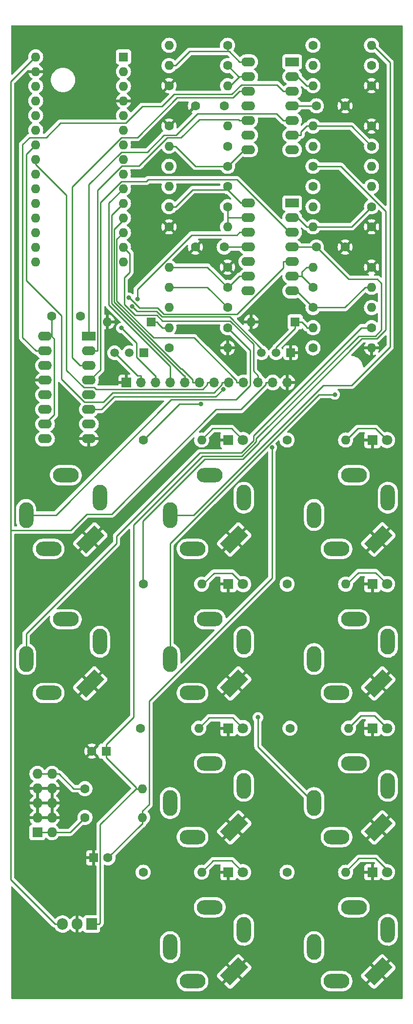
<source format=gbl>
G04 #@! TF.GenerationSoftware,KiCad,Pcbnew,(6.0.5)*
G04 #@! TF.CreationDate,2022-11-21T20:26:23-06:00*
G04 #@! TF.ProjectId,KosmoClockMain,4b6f736d-6f43-46c6-9f63-6b4d61696e2e,rev?*
G04 #@! TF.SameCoordinates,Original*
G04 #@! TF.FileFunction,Copper,L2,Bot*
G04 #@! TF.FilePolarity,Positive*
%FSLAX46Y46*%
G04 Gerber Fmt 4.6, Leading zero omitted, Abs format (unit mm)*
G04 Created by KiCad (PCBNEW (6.0.5)) date 2022-11-21 20:26:23*
%MOMM*%
%LPD*%
G01*
G04 APERTURE LIST*
G04 Aperture macros list*
%AMRotRect*
0 Rectangle, with rotation*
0 The origin of the aperture is its center*
0 $1 length*
0 $2 width*
0 $3 Rotation angle, in degrees counterclockwise*
0 Add horizontal line*
21,1,$1,$2,0,0,$3*%
G04 Aperture macros list end*
G04 #@! TA.AperFunction,ComponentPad*
%ADD10O,4.500001X2.500000*%
G04 #@! TD*
G04 #@! TA.AperFunction,ComponentPad*
%ADD11O,2.500001X4.500001*%
G04 #@! TD*
G04 #@! TA.AperFunction,ComponentPad*
%ADD12RotRect,4.500001X2.500001X45.000000*%
G04 #@! TD*
G04 #@! TA.AperFunction,ComponentPad*
%ADD13O,2.500000X4.500000*%
G04 #@! TD*
G04 #@! TA.AperFunction,ComponentPad*
%ADD14O,4.500000X2.500000*%
G04 #@! TD*
G04 #@! TA.AperFunction,ComponentPad*
%ADD15R,1.800000X1.800000*%
G04 #@! TD*
G04 #@! TA.AperFunction,ComponentPad*
%ADD16C,1.800000*%
G04 #@! TD*
G04 #@! TA.AperFunction,ComponentPad*
%ADD17R,1.700000X1.700000*%
G04 #@! TD*
G04 #@! TA.AperFunction,ComponentPad*
%ADD18O,1.700000X1.700000*%
G04 #@! TD*
G04 #@! TA.AperFunction,ComponentPad*
%ADD19R,1.600000X1.600000*%
G04 #@! TD*
G04 #@! TA.AperFunction,ComponentPad*
%ADD20O,1.600000X1.600000*%
G04 #@! TD*
G04 #@! TA.AperFunction,ComponentPad*
%ADD21R,1.500000X1.500000*%
G04 #@! TD*
G04 #@! TA.AperFunction,ComponentPad*
%ADD22C,1.500000*%
G04 #@! TD*
G04 #@! TA.AperFunction,ComponentPad*
%ADD23C,1.600000*%
G04 #@! TD*
G04 #@! TA.AperFunction,ComponentPad*
%ADD24R,2.400000X1.600000*%
G04 #@! TD*
G04 #@! TA.AperFunction,ComponentPad*
%ADD25O,2.400000X1.600000*%
G04 #@! TD*
G04 #@! TA.AperFunction,ComponentPad*
%ADD26R,1.905000X2.000000*%
G04 #@! TD*
G04 #@! TA.AperFunction,ComponentPad*
%ADD27O,1.905000X2.000000*%
G04 #@! TD*
G04 #@! TA.AperFunction,ComponentPad*
%ADD28R,1.727200X1.727200*%
G04 #@! TD*
G04 #@! TA.AperFunction,ComponentPad*
%ADD29O,1.727200X1.727200*%
G04 #@! TD*
G04 #@! TA.AperFunction,ViaPad*
%ADD30C,0.800000*%
G04 #@! TD*
G04 #@! TA.AperFunction,Conductor*
%ADD31C,0.250000*%
G04 #@! TD*
G04 APERTURE END LIST*
D10*
X163000000Y-118600000D03*
D11*
X168900000Y-122500000D03*
D12*
X167240000Y-129740000D03*
D13*
X156100000Y-125500000D03*
D14*
X160000000Y-131400000D03*
D10*
X113000000Y-93600000D03*
D11*
X118900000Y-97500000D03*
D12*
X117240000Y-104740000D03*
D13*
X106100000Y-100500000D03*
D14*
X110000000Y-106400000D03*
D10*
X163000000Y-93600000D03*
D11*
X168900000Y-97500000D03*
D12*
X167240000Y-104740000D03*
D13*
X156100000Y-100500000D03*
D14*
X160000000Y-106400000D03*
D10*
X163000000Y-143600000D03*
D11*
X168900000Y-147500000D03*
D12*
X167240000Y-154740000D03*
D13*
X156100000Y-150500000D03*
D14*
X160000000Y-156400000D03*
D10*
X138000000Y-143600000D03*
D11*
X143900000Y-147500000D03*
D12*
X142240000Y-154740000D03*
D13*
X131100000Y-150500000D03*
D14*
X135000000Y-156400000D03*
D10*
X113000000Y-118600000D03*
D11*
X118900000Y-122500000D03*
D12*
X117240000Y-129740000D03*
D13*
X106100000Y-125500000D03*
D14*
X110000000Y-131400000D03*
D10*
X138000000Y-168600000D03*
D11*
X143900000Y-172500000D03*
D12*
X142240000Y-179740000D03*
D13*
X131100000Y-175500000D03*
D14*
X135000000Y-181400000D03*
D10*
X138000000Y-118600000D03*
D11*
X143900000Y-122500000D03*
D12*
X142240000Y-129740000D03*
D13*
X131100000Y-125500000D03*
D14*
X135000000Y-131400000D03*
D10*
X163000000Y-168600000D03*
D11*
X168900000Y-172500000D03*
D12*
X167240000Y-179740000D03*
D13*
X156100000Y-175500000D03*
D14*
X160000000Y-181400000D03*
D10*
X138000000Y-93600000D03*
D11*
X143900000Y-97500000D03*
D12*
X142240000Y-104740000D03*
D13*
X131100000Y-100500000D03*
D14*
X135000000Y-106400000D03*
D15*
X141225000Y-87500000D03*
D16*
X143765000Y-87500000D03*
D15*
X141225000Y-112500000D03*
D16*
X143765000Y-112500000D03*
D15*
X141225000Y-162500000D03*
D16*
X143765000Y-162500000D03*
D17*
X123525000Y-77500000D03*
D18*
X126065000Y-77500000D03*
X128605000Y-77500000D03*
X131145000Y-77500000D03*
X133685000Y-77500000D03*
X136225000Y-77500000D03*
X138765000Y-77500000D03*
X141305000Y-77500000D03*
X143845000Y-77500000D03*
X146385000Y-77500000D03*
X148925000Y-77500000D03*
X151465000Y-77500000D03*
D15*
X166225000Y-162500000D03*
D16*
X168765000Y-162500000D03*
D15*
X166225000Y-87500000D03*
D16*
X168765000Y-87500000D03*
D15*
X166225000Y-137500000D03*
D16*
X168765000Y-137500000D03*
D15*
X141225000Y-137500000D03*
D16*
X143765000Y-137500000D03*
D15*
X166225000Y-112500000D03*
D16*
X168765000Y-112500000D03*
D19*
X127810000Y-67000000D03*
D20*
X120190000Y-67000000D03*
D21*
X152040000Y-72360000D03*
D22*
X149500000Y-72360000D03*
X146960000Y-72360000D03*
D19*
X152810000Y-67000000D03*
D20*
X145190000Y-67000000D03*
D23*
X130920000Y-26000000D03*
D20*
X141080000Y-26000000D03*
D23*
X130920000Y-71500000D03*
D20*
X141080000Y-71500000D03*
D23*
X141080000Y-64500000D03*
D20*
X130920000Y-64500000D03*
D23*
X166080000Y-33000000D03*
D20*
X155920000Y-33000000D03*
D19*
X120000000Y-141500000D03*
D23*
X117500000Y-141500000D03*
X126420000Y-112500000D03*
D20*
X136580000Y-112500000D03*
D23*
X141080000Y-57500000D03*
D20*
X130920000Y-57500000D03*
D23*
X116317600Y-148000000D03*
D20*
X126317600Y-148000000D03*
D24*
X117000000Y-69500000D03*
D25*
X117000000Y-72040000D03*
X117000000Y-74580000D03*
X117000000Y-77120000D03*
X117000000Y-79660000D03*
X117000000Y-82200000D03*
X117000000Y-84740000D03*
X117000000Y-87280000D03*
X109380000Y-87280000D03*
X109380000Y-84740000D03*
X109380000Y-82200000D03*
X109380000Y-79660000D03*
X109380000Y-77120000D03*
X109380000Y-74580000D03*
X109380000Y-72040000D03*
X109380000Y-69500000D03*
D23*
X155920000Y-61000000D03*
D20*
X166080000Y-61000000D03*
D23*
X126420000Y-162500000D03*
D20*
X136580000Y-162500000D03*
D23*
X130920000Y-33000000D03*
D20*
X141080000Y-33000000D03*
D26*
X117500000Y-171500000D03*
D27*
X114960000Y-171500000D03*
X112420000Y-171500000D03*
D23*
X166080000Y-26000000D03*
D20*
X155920000Y-26000000D03*
D23*
X151420000Y-162500000D03*
D20*
X161580000Y-162500000D03*
D23*
X155920000Y-71500000D03*
D20*
X166080000Y-71500000D03*
D23*
X125920000Y-137500000D03*
D20*
X136080000Y-137500000D03*
D23*
X141080000Y-22500000D03*
D20*
X130920000Y-22500000D03*
D23*
X166080000Y-57500000D03*
D20*
X155920000Y-57500000D03*
D23*
X116317600Y-153000000D03*
D20*
X126317600Y-153000000D03*
D23*
X156500000Y-54000000D03*
X161500000Y-54000000D03*
X141080000Y-68000000D03*
D20*
X130920000Y-68000000D03*
D23*
X155920000Y-64500000D03*
D20*
X166080000Y-64500000D03*
D23*
X155920000Y-40000000D03*
D20*
X166080000Y-40000000D03*
D23*
X126420000Y-87500000D03*
D20*
X136580000Y-87500000D03*
D23*
X141080000Y-61000000D03*
D20*
X130920000Y-61000000D03*
D23*
X166080000Y-68000000D03*
D20*
X155920000Y-68000000D03*
D23*
X115500000Y-66000000D03*
X110500000Y-66000000D03*
X141080000Y-47000000D03*
D20*
X130920000Y-47000000D03*
D23*
X140500000Y-29500000D03*
X135500000Y-29500000D03*
X151920000Y-137500000D03*
D20*
X162080000Y-137500000D03*
D23*
X141080000Y-43500000D03*
D20*
X130920000Y-43500000D03*
D23*
X151420000Y-112500000D03*
D20*
X161580000Y-112500000D03*
D24*
X152300000Y-46375000D03*
D25*
X152300000Y-48915000D03*
X152300000Y-51455000D03*
X152300000Y-53995000D03*
X152300000Y-56535000D03*
X152300000Y-59075000D03*
X152300000Y-61615000D03*
X144680000Y-61615000D03*
X144680000Y-59075000D03*
X144680000Y-56535000D03*
X144680000Y-53995000D03*
X144680000Y-51455000D03*
X144680000Y-48915000D03*
X144680000Y-46375000D03*
D23*
X130920000Y-50500000D03*
D20*
X141080000Y-50500000D03*
D23*
X141080000Y-19000000D03*
D20*
X130920000Y-19000000D03*
D23*
X151420000Y-87500000D03*
D20*
X161580000Y-87500000D03*
D23*
X141080000Y-40000000D03*
D20*
X130920000Y-40000000D03*
D19*
X117817600Y-160000000D03*
D23*
X120317600Y-160000000D03*
D24*
X152300000Y-21875000D03*
D25*
X152300000Y-24415000D03*
X152300000Y-26955000D03*
X152300000Y-29495000D03*
X152300000Y-32035000D03*
X152300000Y-34575000D03*
X152300000Y-37115000D03*
X144680000Y-37115000D03*
X144680000Y-34575000D03*
X144680000Y-32035000D03*
X144680000Y-29495000D03*
X144680000Y-26955000D03*
X144680000Y-24415000D03*
X144680000Y-21875000D03*
D23*
X166080000Y-22500000D03*
D20*
X155920000Y-22500000D03*
D23*
X166080000Y-50500000D03*
D20*
X155920000Y-50500000D03*
D23*
X166080000Y-47000000D03*
D20*
X155920000Y-47000000D03*
D21*
X126540000Y-72360000D03*
D22*
X124000000Y-72360000D03*
X121460000Y-72360000D03*
D23*
X156500000Y-29500000D03*
X161500000Y-29500000D03*
X140500000Y-54000000D03*
X135500000Y-54000000D03*
D19*
X123000000Y-21000000D03*
D20*
X123000000Y-23540000D03*
X123000000Y-26080000D03*
X123000000Y-28620000D03*
X123000000Y-31160000D03*
X123000000Y-33700000D03*
X123000000Y-36240000D03*
X123000000Y-38780000D03*
X123000000Y-41320000D03*
X123000000Y-43860000D03*
X123000000Y-46400000D03*
X123000000Y-48940000D03*
X123000000Y-51480000D03*
X123000000Y-54020000D03*
X123000000Y-56560000D03*
X107760000Y-56560000D03*
X107760000Y-54020000D03*
X107760000Y-51480000D03*
X107760000Y-48940000D03*
X107760000Y-46400000D03*
X107760000Y-43860000D03*
X107760000Y-41320000D03*
X107760000Y-38780000D03*
X107760000Y-36240000D03*
X107760000Y-33700000D03*
X107760000Y-31160000D03*
X107760000Y-28620000D03*
X107760000Y-26080000D03*
X107760000Y-23540000D03*
X107760000Y-21000000D03*
D23*
X141080000Y-36500000D03*
D20*
X130920000Y-36500000D03*
D23*
X155920000Y-19000000D03*
D20*
X166080000Y-19000000D03*
D28*
X108047600Y-155580000D03*
D29*
X110587600Y-155580000D03*
X108047600Y-153040000D03*
X110587600Y-153040000D03*
X108047600Y-150500000D03*
X110587600Y-150500000D03*
X108047600Y-147960000D03*
X110587600Y-147960000D03*
X108047600Y-145420000D03*
X110587600Y-145420000D03*
D23*
X155920000Y-43500000D03*
D20*
X166080000Y-43500000D03*
D23*
X166080000Y-36500000D03*
D20*
X155920000Y-36500000D03*
D30*
X139200000Y-109000000D03*
X125500000Y-82200000D03*
X131300000Y-92600000D03*
X106000000Y-113700000D03*
X140700000Y-83700000D03*
X133500000Y-40600000D03*
X142400000Y-55600000D03*
X136200000Y-68400000D03*
X128000000Y-49200000D03*
X124488900Y-64296800D03*
X122645400Y-68051800D03*
X148773700Y-88789000D03*
X159700000Y-79600000D03*
X146352600Y-135622500D03*
X136422200Y-81227800D03*
X123916100Y-62816000D03*
X140306500Y-78710800D03*
X125403700Y-62994700D03*
D31*
X121460000Y-72360000D02*
X125424700Y-76324700D01*
X125424700Y-76324700D02*
X126065000Y-76324700D01*
X126065000Y-77500000D02*
X126065000Y-76324700D01*
X146960000Y-71628300D02*
X141414400Y-66082700D01*
X146960000Y-72360000D02*
X146960000Y-71628300D01*
X125286800Y-73080000D02*
X125286800Y-70693200D01*
X141414400Y-66082700D02*
X129684900Y-66082700D01*
X128605000Y-76324700D02*
X128531500Y-76324700D01*
X128605000Y-77500000D02*
X128605000Y-76324700D01*
X128784200Y-65182000D02*
X125374100Y-65182000D01*
X125286800Y-70693200D02*
X122645400Y-68051800D01*
X125374100Y-65182000D02*
X124488900Y-64296800D01*
X129684900Y-66082700D02*
X128784200Y-65182000D01*
X128531500Y-76324700D02*
X125286800Y-73080000D01*
X120477900Y-64017700D02*
X131145000Y-74684800D01*
X131145000Y-74684800D02*
X131145000Y-77500000D01*
X120477900Y-46382100D02*
X120477900Y-64017700D01*
X123000000Y-43860000D02*
X120477900Y-46382100D01*
X120928300Y-48471700D02*
X123000000Y-46400000D01*
X133685000Y-76324700D02*
X133498600Y-76324700D01*
X133685000Y-77500000D02*
X133685000Y-76324700D01*
X120928300Y-63754400D02*
X120928300Y-48471700D01*
X133498600Y-76324700D02*
X120928300Y-63754400D01*
X135049700Y-77003200D02*
X133161800Y-75115300D01*
X135049700Y-77500000D02*
X135049700Y-77003200D01*
X123000000Y-49300000D02*
X123000000Y-48940000D01*
X121389400Y-63569000D02*
X121389400Y-50910600D01*
X136225000Y-77500000D02*
X135049700Y-77500000D01*
X121389400Y-50910600D02*
X123000000Y-49300000D01*
X132935700Y-75115300D02*
X121389400Y-63569000D01*
X133161800Y-75115300D02*
X132935700Y-75115300D01*
X135287000Y-69750000D02*
X128207300Y-69750000D01*
X142669700Y-77132700D02*
X135287000Y-69750000D01*
X143845000Y-77500000D02*
X142669700Y-77500000D01*
X121839800Y-63382500D02*
X121839800Y-52640200D01*
X142669700Y-77500000D02*
X142669700Y-77132700D01*
X128207300Y-69750000D02*
X121839800Y-63382500D01*
X121839800Y-52640200D02*
X123000000Y-51480000D01*
X123151700Y-59314600D02*
X124125300Y-58341000D01*
X146385000Y-77500000D02*
X146385000Y-76324700D01*
X145553900Y-70864600D02*
X141509300Y-66820000D01*
X129785300Y-66820000D02*
X128822700Y-65857400D01*
X128822700Y-65857400D02*
X125023600Y-65857400D01*
X123151700Y-63985500D02*
X123151700Y-59314600D01*
X124125300Y-58341000D02*
X124125300Y-55145300D01*
X124125300Y-55145300D02*
X123000000Y-54020000D01*
X145553900Y-75493600D02*
X145553900Y-70864600D01*
X141509300Y-66820000D02*
X129785300Y-66820000D01*
X146385000Y-76324700D02*
X145553900Y-75493600D01*
X125023600Y-65857400D02*
X123151700Y-63985500D01*
X110500000Y-66000000D02*
X110500000Y-69500000D01*
X111000000Y-70000000D02*
X111000000Y-83120000D01*
X109380000Y-69500000D02*
X110500000Y-69500000D01*
X110500000Y-69500000D02*
X111000000Y-70000000D01*
X111000000Y-83120000D02*
X109380000Y-84740000D01*
X137589700Y-77500000D02*
X137589700Y-77867400D01*
X113104200Y-44968100D02*
X107760000Y-39623900D01*
X136781800Y-78675300D02*
X118207000Y-78675300D01*
X107760000Y-39623900D02*
X107760000Y-38780000D01*
X117921700Y-78390000D02*
X116090000Y-78390000D01*
X113104200Y-75404200D02*
X113104200Y-44968100D01*
X118207000Y-78675300D02*
X117921700Y-78390000D01*
X116090000Y-78390000D02*
X113104200Y-75404200D01*
X138765000Y-77500000D02*
X137589700Y-77500000D01*
X137589700Y-77867400D02*
X136781800Y-78675300D01*
X106100000Y-59780400D02*
X112205600Y-65886000D01*
X112205600Y-76900200D02*
X116205400Y-80900000D01*
X119507000Y-80900000D02*
X121141300Y-79265700D01*
X106100000Y-37900000D02*
X106100000Y-59780400D01*
X140129700Y-77500000D02*
X141305000Y-77500000D01*
X140129700Y-77829600D02*
X140129700Y-77500000D01*
X138693600Y-79265700D02*
X140129700Y-77829600D01*
X112205600Y-65886000D02*
X112205600Y-76900200D01*
X116205400Y-80900000D02*
X119507000Y-80900000D01*
X107760000Y-36240000D02*
X106100000Y-37900000D01*
X121141300Y-79265700D02*
X138693600Y-79265700D01*
X120913200Y-100334400D02*
X116614100Y-100334400D01*
X147749700Y-77867300D02*
X143417000Y-82200000D01*
X139047600Y-82200000D02*
X120913200Y-100334400D01*
X112420000Y-171500000D02*
X111142200Y-171500000D01*
X148925000Y-77500000D02*
X147749700Y-77500000D01*
X103400000Y-163757800D02*
X103400000Y-103126600D01*
X116614100Y-100334400D02*
X113821900Y-103126600D01*
X111142200Y-171500000D02*
X103400000Y-163757800D01*
X103400000Y-25300000D02*
X103400000Y-103126600D01*
X107700000Y-21000000D02*
X103400000Y-25300000D01*
X103400000Y-103126600D02*
X105071400Y-103126600D01*
X113821900Y-103126600D02*
X105071400Y-103126600D01*
X107760000Y-21000000D02*
X107700000Y-21000000D01*
X143417000Y-82200000D02*
X139047600Y-82200000D01*
X147749700Y-77500000D02*
X147749700Y-77867300D01*
X156500000Y-29500000D02*
X153830300Y-29500000D01*
X156500000Y-54000000D02*
X162100000Y-59600000D01*
X143535718Y-90300000D02*
X136700000Y-90300000D01*
X152300000Y-29495000D02*
X153825300Y-29495000D01*
X167800000Y-68400000D02*
X166749520Y-69450480D01*
X125192300Y-148000000D02*
X118943000Y-154249300D01*
X167800000Y-60300000D02*
X167800000Y-68400000D01*
X120000000Y-141500000D02*
X120000000Y-142625300D01*
X124800000Y-102200000D02*
X124800000Y-102900000D01*
X136700000Y-90300000D02*
X124800000Y-102200000D01*
X126317600Y-148000000D02*
X125192300Y-148000000D01*
X153830300Y-29500000D02*
X153825300Y-29495000D01*
X125192300Y-147817600D02*
X120000000Y-142625300D01*
X118943000Y-171334800D02*
X118777800Y-171500000D01*
X152300000Y-53995000D02*
X153825300Y-53995000D01*
X125192300Y-148000000D02*
X125192300Y-147817600D01*
X124800000Y-102900000D02*
X124794600Y-102905400D01*
X124794600Y-135580100D02*
X120000000Y-140374700D01*
X167100000Y-59600000D02*
X167800000Y-60300000D01*
X146049520Y-87786198D02*
X143535718Y-90300000D01*
X146049520Y-87250480D02*
X146049520Y-87786198D01*
X118943000Y-154249300D02*
X118943000Y-171334800D01*
X153825300Y-53995000D02*
X153830300Y-54000000D01*
X117500000Y-171500000D02*
X118777800Y-171500000D01*
X163849520Y-69450480D02*
X146049520Y-87250480D01*
X162100000Y-59600000D02*
X167100000Y-59600000D01*
X166749520Y-69450480D02*
X163849520Y-69450480D01*
X120000000Y-140374700D02*
X120000000Y-141500000D01*
X153830300Y-54000000D02*
X156500000Y-54000000D01*
X124794600Y-102905400D02*
X124794600Y-135580100D01*
X144680000Y-53995000D02*
X143154700Y-53995000D01*
X127442900Y-132799300D02*
X127442900Y-150749400D01*
X148773700Y-111468500D02*
X127442900Y-132799300D01*
X127442900Y-150749400D02*
X126317600Y-151874700D01*
X126317600Y-153000000D02*
X126317600Y-151874700D01*
X126192300Y-154125300D02*
X126317600Y-154125300D01*
X148773700Y-88789000D02*
X148773700Y-111468500D01*
X120317600Y-160000000D02*
X126192300Y-154125300D01*
X140500000Y-54000000D02*
X143149700Y-54000000D01*
X126317600Y-153000000D02*
X126317600Y-154125300D01*
X143149700Y-54000000D02*
X143154700Y-53995000D01*
X153372700Y-67000000D02*
X153935300Y-67000000D01*
X154794700Y-67859400D02*
X153935300Y-67000000D01*
X149500000Y-71435300D02*
X149500000Y-72360000D01*
X155920000Y-68000000D02*
X154794700Y-68000000D01*
X152810000Y-68125300D02*
X149500000Y-71435300D01*
X152810000Y-67000000D02*
X152810000Y-68125300D01*
X154794700Y-68000000D02*
X154794700Y-67859400D01*
X153372700Y-67000000D02*
X152810000Y-67000000D01*
X127810000Y-67000000D02*
X128935300Y-67000000D01*
X130920000Y-68000000D02*
X129794700Y-68000000D01*
X128935300Y-67000000D02*
X128935300Y-67140600D01*
X128935300Y-67140600D02*
X129794700Y-68000000D01*
X136580000Y-87500000D02*
X136580000Y-87420000D01*
X141765000Y-85500000D02*
X143765000Y-87500000D01*
X136580000Y-87420000D02*
X138500000Y-85500000D01*
X138500000Y-85500000D02*
X141765000Y-85500000D01*
X141965000Y-135700000D02*
X143765000Y-137500000D01*
X136100000Y-137500000D02*
X137900000Y-135700000D01*
X136080000Y-137500000D02*
X136100000Y-137500000D01*
X137900000Y-135700000D02*
X141965000Y-135700000D01*
X136800000Y-112500000D02*
X138700000Y-110600000D01*
X138700000Y-110600000D02*
X141865000Y-110600000D01*
X141865000Y-110600000D02*
X143765000Y-112500000D01*
X136580000Y-112500000D02*
X136800000Y-112500000D01*
X141765000Y-160500000D02*
X143765000Y-162500000D01*
X136580000Y-162500000D02*
X136600000Y-162500000D01*
X136600000Y-162500000D02*
X138600000Y-160500000D01*
X138600000Y-160500000D02*
X141765000Y-160500000D01*
X161580000Y-87500000D02*
X161700000Y-87500000D01*
X163700000Y-85500000D02*
X166765000Y-85500000D01*
X161700000Y-87500000D02*
X163700000Y-85500000D01*
X166765000Y-85500000D02*
X168765000Y-87500000D01*
X166765000Y-110500000D02*
X168765000Y-112500000D01*
X161580000Y-112500000D02*
X161800000Y-112500000D01*
X161800000Y-112500000D02*
X163800000Y-110500000D01*
X163800000Y-110500000D02*
X166765000Y-110500000D01*
X162080000Y-137500000D02*
X162080000Y-137420000D01*
X164200000Y-135300000D02*
X166565000Y-135300000D01*
X166565000Y-135300000D02*
X168765000Y-137500000D01*
X162080000Y-137420000D02*
X164200000Y-135300000D01*
X161580000Y-162420000D02*
X163900000Y-160100000D01*
X168765000Y-162065000D02*
X168765000Y-162500000D01*
X166800000Y-160100000D02*
X168765000Y-162065000D01*
X163900000Y-160100000D02*
X166800000Y-160100000D01*
X161580000Y-162500000D02*
X161580000Y-162420000D01*
X111776500Y-145420000D02*
X114356500Y-148000000D01*
X110587600Y-145420000D02*
X111776500Y-145420000D01*
X108047600Y-145420000D02*
X110587600Y-145420000D01*
X114356500Y-148000000D02*
X116317600Y-148000000D01*
X113737600Y-155580000D02*
X116317600Y-153000000D01*
X110587600Y-155580000D02*
X113737600Y-155580000D01*
X108047600Y-155580000D02*
X110587600Y-155580000D01*
X145600000Y-86700000D02*
X145600000Y-87600000D01*
X143491600Y-89708400D02*
X136291600Y-89708400D01*
X164300000Y-68000000D02*
X145600000Y-86700000D01*
X121800000Y-105410600D02*
X106100000Y-121110600D01*
X136291600Y-89708400D02*
X121800000Y-104200000D01*
X121800000Y-104200000D02*
X121800000Y-105410600D01*
X145600000Y-87600000D02*
X143491600Y-89708400D01*
X106100000Y-121110600D02*
X106100000Y-125500000D01*
X166080000Y-68000000D02*
X164300000Y-68000000D01*
X131296100Y-80476500D02*
X111272600Y-100500000D01*
X145025500Y-71945500D02*
X145025500Y-77986900D01*
X142535900Y-80476500D02*
X131296100Y-80476500D01*
X111272600Y-100500000D02*
X106100000Y-100500000D01*
X145025500Y-77986900D02*
X142535900Y-80476500D01*
X141080000Y-68000000D02*
X145025500Y-71945500D01*
X162600000Y-78000000D02*
X169300000Y-71300000D01*
X166300000Y-19000000D02*
X166080000Y-19000000D01*
X157700000Y-78000000D02*
X162600000Y-78000000D01*
X169300000Y-71300000D02*
X169300000Y-22000000D01*
X131100000Y-100500000D02*
X135200000Y-100500000D01*
X135200000Y-100500000D02*
X157700000Y-78000000D01*
X169300000Y-22000000D02*
X166300000Y-19000000D01*
X159700000Y-79600000D02*
X156937000Y-79600000D01*
X156937000Y-79600000D02*
X131100000Y-105437000D01*
X131100000Y-105437000D02*
X131100000Y-125500000D01*
X146352600Y-140752600D02*
X146352600Y-135622500D01*
X156100000Y-150500000D02*
X146352600Y-140752600D01*
X152300000Y-24415000D02*
X153209700Y-24415000D01*
X154794700Y-26000000D02*
X155920000Y-26000000D01*
X153209700Y-24415000D02*
X154794700Y-26000000D01*
X152300000Y-34575000D02*
X153825300Y-34575000D01*
X155920000Y-33000000D02*
X154794700Y-33000000D01*
X153825300Y-33969400D02*
X154794700Y-33000000D01*
X153825300Y-34575000D02*
X153825300Y-33969400D01*
X162580000Y-33000000D02*
X155920000Y-33000000D01*
X166080000Y-36500000D02*
X162580000Y-33000000D01*
X143154700Y-24415000D02*
X143074900Y-24494800D01*
X141569700Y-26000000D02*
X141080000Y-26000000D01*
X144680000Y-24415000D02*
X143154700Y-24415000D01*
X143074900Y-24494800D02*
X141569700Y-26000000D01*
X141080000Y-22500000D02*
X143074900Y-24494800D01*
X126420000Y-87500000D02*
X132692200Y-81227800D01*
X132692200Y-81227800D02*
X136422200Y-81227800D01*
X144680000Y-37115000D02*
X143965000Y-37115000D01*
X132045300Y-36500000D02*
X135545300Y-40000000D01*
X130920000Y-36500000D02*
X132045300Y-36500000D01*
X135545300Y-40000000D02*
X141080000Y-40000000D01*
X143965000Y-37115000D02*
X141080000Y-40000000D01*
X146499040Y-87800960D02*
X146499040Y-87972396D01*
X168500000Y-68400000D02*
X167000000Y-69900000D01*
X155920000Y-40000000D02*
X160729500Y-40000000D01*
X126400000Y-101526600D02*
X126400000Y-112480000D01*
X126400000Y-112480000D02*
X126420000Y-112500000D01*
X168500000Y-47770500D02*
X168500000Y-68400000D01*
X143703436Y-90768000D02*
X137158600Y-90768000D01*
X164400000Y-69900000D02*
X146499040Y-87800960D01*
X146499040Y-87972396D02*
X143703436Y-90768000D01*
X167000000Y-69900000D02*
X164400000Y-69900000D01*
X160729500Y-40000000D02*
X168500000Y-47770500D01*
X137158600Y-90768000D02*
X126400000Y-101526600D01*
X141080000Y-20037300D02*
X134508000Y-20037300D01*
X143154700Y-21875000D02*
X141317000Y-20037300D01*
X141080000Y-20037300D02*
X141080000Y-19000000D01*
X134508000Y-20037300D02*
X132045300Y-22500000D01*
X141317000Y-20037300D02*
X141080000Y-20037300D01*
X130920000Y-22500000D02*
X132045300Y-22500000D01*
X144680000Y-21875000D02*
X143154700Y-21875000D01*
X155920000Y-50500000D02*
X154794700Y-50500000D01*
X154794700Y-50500000D02*
X153209700Y-48915000D01*
X166080000Y-47000000D02*
X162580000Y-50500000D01*
X153209700Y-48915000D02*
X152300000Y-48915000D01*
X162580000Y-50500000D02*
X155920000Y-50500000D01*
X153995000Y-59075000D02*
X155920000Y-61000000D01*
X153995000Y-59075000D02*
X153995000Y-58299700D01*
X152300000Y-59075000D02*
X153712700Y-59075000D01*
X153712700Y-59075000D02*
X153995000Y-59075000D01*
X153995000Y-58299700D02*
X154794700Y-57500000D01*
X155920000Y-57500000D02*
X154794700Y-57500000D01*
X143154700Y-59075000D02*
X141229700Y-61000000D01*
X144680000Y-59075000D02*
X143154700Y-59075000D01*
X141080000Y-61000000D02*
X137580000Y-57500000D01*
X137580000Y-57500000D02*
X130920000Y-57500000D01*
X141229700Y-61000000D02*
X141080000Y-61000000D01*
X144665000Y-48900000D02*
X144680000Y-48915000D01*
X141080000Y-50500000D02*
X141080000Y-48900000D01*
X141700000Y-48900000D02*
X144665000Y-48900000D01*
X141700000Y-48900000D02*
X141080000Y-48900000D01*
X141080000Y-48900000D02*
X141080000Y-47000000D01*
X152300000Y-61615000D02*
X153035000Y-61615000D01*
X164954700Y-61000000D02*
X161454700Y-64500000D01*
X161454700Y-64500000D02*
X155920000Y-64500000D01*
X153035000Y-61615000D02*
X155920000Y-64500000D01*
X166080000Y-61000000D02*
X164954700Y-61000000D01*
X137580000Y-61000000D02*
X130920000Y-61000000D01*
X141080000Y-64500000D02*
X137580000Y-61000000D01*
X143398200Y-46375000D02*
X141080000Y-44056800D01*
X141080000Y-44056800D02*
X141080000Y-43500000D01*
X134988500Y-44056800D02*
X141080000Y-44056800D01*
X144680000Y-46375000D02*
X143398200Y-46375000D01*
X130920000Y-47000000D02*
X132045300Y-47000000D01*
X132045300Y-47000000D02*
X134988500Y-44056800D01*
X130054220Y-34550480D02*
X127094700Y-37510000D01*
X122649200Y-37510000D02*
X117000000Y-43159200D01*
X117000000Y-43159200D02*
X117000000Y-69500000D01*
X152300000Y-32035000D02*
X150774700Y-32035000D01*
X149613700Y-30874000D02*
X135826000Y-30874000D01*
X132149520Y-34550480D02*
X130054220Y-34550480D01*
X150774700Y-32035000D02*
X149613700Y-30874000D01*
X135826000Y-30874000D02*
X132149520Y-34550480D01*
X127094700Y-37510000D02*
X122649200Y-37510000D01*
X133000000Y-35000000D02*
X130610050Y-35000000D01*
X118525300Y-72040000D02*
X117000000Y-72040000D01*
X142964600Y-31844900D02*
X136155100Y-31844900D01*
X118525300Y-44144500D02*
X118525300Y-72040000D01*
X130610050Y-35000000D02*
X125704650Y-39905400D01*
X144680000Y-32035000D02*
X143154700Y-32035000D01*
X122764400Y-39905400D02*
X118525300Y-44144500D01*
X125704650Y-39905400D02*
X122764400Y-39905400D01*
X143154700Y-32035000D02*
X142964600Y-31844900D01*
X136155100Y-31844900D02*
X133000000Y-35000000D01*
X144680000Y-26955000D02*
X143154700Y-26955000D01*
X125407900Y-34970000D02*
X122666600Y-34970000D01*
X122666600Y-34970000D02*
X114100000Y-43536600D01*
X114100000Y-73205300D02*
X115474700Y-74580000D01*
X132277900Y-28100000D02*
X125407900Y-34970000D01*
X143154700Y-26955000D02*
X142009700Y-28100000D01*
X114100000Y-43536600D02*
X114100000Y-73205300D01*
X142009700Y-28100000D02*
X132277900Y-28100000D01*
X115474700Y-74580000D02*
X117000000Y-74580000D01*
X117180000Y-77120000D02*
X117000000Y-77120000D01*
X122666600Y-42590000D02*
X119027700Y-46228900D01*
X119027700Y-46228900D02*
X119027700Y-75272300D01*
X127280200Y-42315100D02*
X127005300Y-42590000D01*
X151823300Y-51455000D02*
X142683400Y-42315100D01*
X142683400Y-42315100D02*
X127280200Y-42315100D01*
X127005300Y-42590000D02*
X122666600Y-42590000D01*
X119027700Y-75272300D02*
X117180000Y-77120000D01*
X152300000Y-51455000D02*
X151823300Y-51455000D01*
X129984100Y-65632300D02*
X128908500Y-64556700D01*
X150774700Y-56535000D02*
X150774700Y-57583600D01*
X123916100Y-62816100D02*
X123916100Y-62816000D01*
X142726000Y-65632300D02*
X129984100Y-65632300D01*
X128908500Y-64556700D02*
X125774600Y-64556700D01*
X125774600Y-64556700D02*
X124034000Y-62816100D01*
X152300000Y-56535000D02*
X150774700Y-56535000D01*
X124034000Y-62816100D02*
X123916100Y-62816100D01*
X150774700Y-57583600D02*
X142726000Y-65632300D01*
X117000000Y-82200000D02*
X118525300Y-82200000D01*
X139029600Y-79987700D02*
X140306500Y-78710800D01*
X119162100Y-82200000D02*
X121374400Y-79987700D01*
X118525300Y-82200000D02*
X119162100Y-82200000D01*
X121374400Y-79987700D02*
X139029600Y-79987700D01*
X144680000Y-51455000D02*
X143154700Y-51455000D01*
X134821200Y-51921500D02*
X125403700Y-61339000D01*
X125403700Y-61339000D02*
X125403700Y-62994700D01*
X143154700Y-51455000D02*
X142688200Y-51921500D01*
X142688200Y-51921500D02*
X134821200Y-51921500D01*
X109583200Y-34970000D02*
X106730000Y-34970000D01*
X141797500Y-27500000D02*
X131800000Y-27500000D01*
X105500000Y-69685300D02*
X107854700Y-72040000D01*
X143472700Y-25824800D02*
X141797500Y-27500000D01*
X150774700Y-26955000D02*
X149644500Y-25824800D01*
X152300000Y-26955000D02*
X150774700Y-26955000D01*
X126284711Y-29600000D02*
X123384711Y-32500000D01*
X107854700Y-72040000D02*
X109380000Y-72040000D01*
X131800000Y-27500000D02*
X129700000Y-29600000D01*
X123384711Y-32500000D02*
X112053200Y-32500000D01*
X149644500Y-25824800D02*
X143472700Y-25824800D01*
X105500000Y-36200000D02*
X105500000Y-69685300D01*
X129700000Y-29600000D02*
X126284711Y-29600000D01*
X112053200Y-32500000D02*
X109583200Y-34970000D01*
X106730000Y-34970000D02*
X105500000Y-36200000D01*
G04 #@! TA.AperFunction,Conductor*
G36*
X171433621Y-15528502D02*
G01*
X171480114Y-15582158D01*
X171491500Y-15634500D01*
X171491500Y-184365500D01*
X171471498Y-184433621D01*
X171417842Y-184480114D01*
X171365500Y-184491500D01*
X103634500Y-184491500D01*
X103566379Y-184471498D01*
X103519886Y-184417842D01*
X103508500Y-184365500D01*
X103508500Y-181507655D01*
X132239858Y-181507655D01*
X132275104Y-181766638D01*
X132276412Y-181771124D01*
X132276412Y-181771126D01*
X132296098Y-181838664D01*
X132348243Y-182017567D01*
X132457668Y-182254928D01*
X132460231Y-182258837D01*
X132598410Y-182469596D01*
X132598414Y-182469601D01*
X132600976Y-182473509D01*
X132775018Y-182668506D01*
X132975970Y-182835637D01*
X132979973Y-182838066D01*
X133195422Y-182968804D01*
X133195426Y-182968806D01*
X133199419Y-182971229D01*
X133440455Y-183072303D01*
X133693783Y-183136641D01*
X133698434Y-183137109D01*
X133698438Y-183137110D01*
X133891308Y-183156531D01*
X133910867Y-183158500D01*
X136066354Y-183158500D01*
X136068679Y-183158327D01*
X136068685Y-183158327D01*
X136256000Y-183144407D01*
X136256004Y-183144406D01*
X136260652Y-183144061D01*
X136265200Y-183143032D01*
X136265206Y-183143031D01*
X136451601Y-183100853D01*
X136515577Y-183086377D01*
X136551769Y-183072303D01*
X136754824Y-182993340D01*
X136754827Y-182993339D01*
X136759177Y-182991647D01*
X136986098Y-182861951D01*
X137191357Y-182700138D01*
X137370443Y-182509763D01*
X137519424Y-182295009D01*
X137635025Y-182060593D01*
X137695734Y-181870937D01*
X140474603Y-181870937D01*
X140474734Y-181872770D01*
X140478985Y-181879385D01*
X141205267Y-182605667D01*
X141210350Y-182610228D01*
X141250224Y-182642289D01*
X141263578Y-182650512D01*
X141380675Y-182703752D01*
X141397736Y-182708741D01*
X141524004Y-182726824D01*
X141541782Y-182726824D01*
X141668050Y-182708741D01*
X141685111Y-182703752D01*
X141802209Y-182650512D01*
X141815563Y-182642289D01*
X141855437Y-182610229D01*
X141860519Y-182605668D01*
X142958531Y-181507655D01*
X157239858Y-181507655D01*
X157275104Y-181766638D01*
X157276412Y-181771124D01*
X157276412Y-181771126D01*
X157296098Y-181838664D01*
X157348243Y-182017567D01*
X157457668Y-182254928D01*
X157460231Y-182258837D01*
X157598410Y-182469596D01*
X157598414Y-182469601D01*
X157600976Y-182473509D01*
X157775018Y-182668506D01*
X157975970Y-182835637D01*
X157979973Y-182838066D01*
X158195422Y-182968804D01*
X158195426Y-182968806D01*
X158199419Y-182971229D01*
X158440455Y-183072303D01*
X158693783Y-183136641D01*
X158698434Y-183137109D01*
X158698438Y-183137110D01*
X158891308Y-183156531D01*
X158910867Y-183158500D01*
X161066354Y-183158500D01*
X161068679Y-183158327D01*
X161068685Y-183158327D01*
X161256000Y-183144407D01*
X161256004Y-183144406D01*
X161260652Y-183144061D01*
X161265200Y-183143032D01*
X161265206Y-183143031D01*
X161451601Y-183100853D01*
X161515577Y-183086377D01*
X161551769Y-183072303D01*
X161754824Y-182993340D01*
X161754827Y-182993339D01*
X161759177Y-182991647D01*
X161986098Y-182861951D01*
X162191357Y-182700138D01*
X162370443Y-182509763D01*
X162519424Y-182295009D01*
X162635025Y-182060593D01*
X162695734Y-181870937D01*
X165474603Y-181870937D01*
X165474734Y-181872770D01*
X165478985Y-181879385D01*
X166205267Y-182605667D01*
X166210350Y-182610228D01*
X166250224Y-182642289D01*
X166263578Y-182650512D01*
X166380675Y-182703752D01*
X166397736Y-182708741D01*
X166524004Y-182726824D01*
X166541782Y-182726824D01*
X166668050Y-182708741D01*
X166685111Y-182703752D01*
X166802209Y-182650512D01*
X166815563Y-182642289D01*
X166855437Y-182610229D01*
X166860519Y-182605668D01*
X168290676Y-181175510D01*
X168298290Y-181161566D01*
X168298159Y-181159732D01*
X168293910Y-181153120D01*
X167252812Y-180112022D01*
X167238868Y-180104408D01*
X167237035Y-180104539D01*
X167230420Y-180108790D01*
X165482217Y-181856993D01*
X165474603Y-181870937D01*
X162695734Y-181870937D01*
X162700198Y-181856993D01*
X162713280Y-181816123D01*
X162714707Y-181811665D01*
X162756721Y-181553693D01*
X162760142Y-181292345D01*
X162724896Y-181033362D01*
X162710473Y-180983877D01*
X162656379Y-180798290D01*
X162651757Y-180782433D01*
X162542332Y-180545072D01*
X162483931Y-180455996D01*
X164253176Y-180455996D01*
X164271259Y-180582264D01*
X164276248Y-180599325D01*
X164329487Y-180716420D01*
X164337712Y-180729777D01*
X164369779Y-180769661D01*
X164374319Y-180774720D01*
X165097387Y-181497787D01*
X165111325Y-181505398D01*
X165113161Y-181505266D01*
X165119773Y-181501017D01*
X166867978Y-179752812D01*
X166874356Y-179741132D01*
X167604408Y-179741132D01*
X167604539Y-179742965D01*
X167608790Y-179749580D01*
X168649886Y-180790676D01*
X168663830Y-180798290D01*
X168665663Y-180798159D01*
X168672278Y-180793908D01*
X170105667Y-179360519D01*
X170110229Y-179355435D01*
X170142290Y-179315562D01*
X170150511Y-179302211D01*
X170203752Y-179185111D01*
X170208741Y-179168050D01*
X170226824Y-179041782D01*
X170226824Y-179024004D01*
X170208741Y-178897736D01*
X170203752Y-178880675D01*
X170150513Y-178763580D01*
X170142288Y-178750223D01*
X170110221Y-178710339D01*
X170105681Y-178705280D01*
X169382613Y-177982213D01*
X169368675Y-177974602D01*
X169366839Y-177974734D01*
X169360227Y-177978983D01*
X167612022Y-179727188D01*
X167604408Y-179741132D01*
X166874356Y-179741132D01*
X166875592Y-179738868D01*
X166875461Y-179737035D01*
X166871210Y-179730420D01*
X165830114Y-178689324D01*
X165816170Y-178681710D01*
X165814337Y-178681841D01*
X165807722Y-178686092D01*
X164374333Y-180119481D01*
X164369771Y-180124565D01*
X164337710Y-180164438D01*
X164329489Y-180177789D01*
X164276248Y-180294889D01*
X164271259Y-180311950D01*
X164253176Y-180438218D01*
X164253176Y-180455996D01*
X162483931Y-180455996D01*
X162401590Y-180330404D01*
X162401586Y-180330399D01*
X162399024Y-180326491D01*
X162224982Y-180131494D01*
X162024030Y-179964363D01*
X161976844Y-179935730D01*
X161804578Y-179831196D01*
X161804574Y-179831194D01*
X161800581Y-179828771D01*
X161559545Y-179727697D01*
X161306217Y-179663359D01*
X161301566Y-179662891D01*
X161301562Y-179662890D01*
X161092271Y-179641816D01*
X161089133Y-179641500D01*
X158933646Y-179641500D01*
X158931321Y-179641673D01*
X158931315Y-179641673D01*
X158744000Y-179655593D01*
X158743996Y-179655594D01*
X158739348Y-179655939D01*
X158734800Y-179656968D01*
X158734794Y-179656969D01*
X158548399Y-179699147D01*
X158484423Y-179713623D01*
X158480071Y-179715315D01*
X158480069Y-179715316D01*
X158245176Y-179806660D01*
X158245173Y-179806661D01*
X158240823Y-179808353D01*
X158013902Y-179938049D01*
X157808643Y-180099862D01*
X157629557Y-180290237D01*
X157480576Y-180504991D01*
X157478510Y-180509181D01*
X157478508Y-180509184D01*
X157434056Y-180599325D01*
X157364975Y-180739407D01*
X157363553Y-180743850D01*
X157363552Y-180743852D01*
X157286720Y-180983877D01*
X157285293Y-180988335D01*
X157243279Y-181246307D01*
X157239858Y-181507655D01*
X142958531Y-181507655D01*
X143290676Y-181175510D01*
X143298290Y-181161566D01*
X143298159Y-181159732D01*
X143293910Y-181153120D01*
X142252812Y-180112022D01*
X142238868Y-180104408D01*
X142237035Y-180104539D01*
X142230420Y-180108790D01*
X140482217Y-181856993D01*
X140474603Y-181870937D01*
X137695734Y-181870937D01*
X137700198Y-181856993D01*
X137713280Y-181816123D01*
X137714707Y-181811665D01*
X137756721Y-181553693D01*
X137760142Y-181292345D01*
X137724896Y-181033362D01*
X137710473Y-180983877D01*
X137656379Y-180798290D01*
X137651757Y-180782433D01*
X137542332Y-180545072D01*
X137483931Y-180455996D01*
X139253176Y-180455996D01*
X139271259Y-180582264D01*
X139276248Y-180599325D01*
X139329487Y-180716420D01*
X139337712Y-180729777D01*
X139369779Y-180769661D01*
X139374319Y-180774720D01*
X140097387Y-181497787D01*
X140111325Y-181505398D01*
X140113161Y-181505266D01*
X140119773Y-181501017D01*
X141867978Y-179752812D01*
X141874356Y-179741132D01*
X142604408Y-179741132D01*
X142604539Y-179742965D01*
X142608790Y-179749580D01*
X143649886Y-180790676D01*
X143663830Y-180798290D01*
X143665663Y-180798159D01*
X143672278Y-180793908D01*
X145105667Y-179360519D01*
X145110229Y-179355435D01*
X145142290Y-179315562D01*
X145150511Y-179302211D01*
X145203752Y-179185111D01*
X145208741Y-179168050D01*
X145226824Y-179041782D01*
X145226824Y-179024004D01*
X145208741Y-178897736D01*
X145203752Y-178880675D01*
X145150513Y-178763580D01*
X145142288Y-178750223D01*
X145110221Y-178710339D01*
X145105681Y-178705280D01*
X144718834Y-178318434D01*
X166181710Y-178318434D01*
X166181841Y-178320268D01*
X166186090Y-178326880D01*
X167227188Y-179367978D01*
X167241132Y-179375592D01*
X167242965Y-179375461D01*
X167249580Y-179371210D01*
X168997783Y-177623007D01*
X169005397Y-177609063D01*
X169005266Y-177607230D01*
X169001015Y-177600615D01*
X168274733Y-176874333D01*
X168269650Y-176869772D01*
X168229776Y-176837711D01*
X168216422Y-176829488D01*
X168099325Y-176776248D01*
X168082264Y-176771259D01*
X167955996Y-176753176D01*
X167938218Y-176753176D01*
X167811950Y-176771259D01*
X167794889Y-176776248D01*
X167677791Y-176829488D01*
X167664437Y-176837711D01*
X167624563Y-176869771D01*
X167619481Y-176874332D01*
X166189324Y-178304490D01*
X166181710Y-178318434D01*
X144718834Y-178318434D01*
X144382613Y-177982213D01*
X144368675Y-177974602D01*
X144366839Y-177974734D01*
X144360227Y-177978983D01*
X142612022Y-179727188D01*
X142604408Y-179741132D01*
X141874356Y-179741132D01*
X141875592Y-179738868D01*
X141875461Y-179737035D01*
X141871210Y-179730420D01*
X140830114Y-178689324D01*
X140816170Y-178681710D01*
X140814337Y-178681841D01*
X140807722Y-178686092D01*
X139374333Y-180119481D01*
X139369771Y-180124565D01*
X139337710Y-180164438D01*
X139329489Y-180177789D01*
X139276248Y-180294889D01*
X139271259Y-180311950D01*
X139253176Y-180438218D01*
X139253176Y-180455996D01*
X137483931Y-180455996D01*
X137401590Y-180330404D01*
X137401586Y-180330399D01*
X137399024Y-180326491D01*
X137224982Y-180131494D01*
X137024030Y-179964363D01*
X136976844Y-179935730D01*
X136804578Y-179831196D01*
X136804574Y-179831194D01*
X136800581Y-179828771D01*
X136559545Y-179727697D01*
X136306217Y-179663359D01*
X136301566Y-179662891D01*
X136301562Y-179662890D01*
X136092271Y-179641816D01*
X136089133Y-179641500D01*
X133933646Y-179641500D01*
X133931321Y-179641673D01*
X133931315Y-179641673D01*
X133744000Y-179655593D01*
X133743996Y-179655594D01*
X133739348Y-179655939D01*
X133734800Y-179656968D01*
X133734794Y-179656969D01*
X133548399Y-179699147D01*
X133484423Y-179713623D01*
X133480071Y-179715315D01*
X133480069Y-179715316D01*
X133245176Y-179806660D01*
X133245173Y-179806661D01*
X133240823Y-179808353D01*
X133013902Y-179938049D01*
X132808643Y-180099862D01*
X132629557Y-180290237D01*
X132480576Y-180504991D01*
X132478510Y-180509181D01*
X132478508Y-180509184D01*
X132434056Y-180599325D01*
X132364975Y-180739407D01*
X132363553Y-180743850D01*
X132363552Y-180743852D01*
X132286720Y-180983877D01*
X132285293Y-180988335D01*
X132243279Y-181246307D01*
X132239858Y-181507655D01*
X103508500Y-181507655D01*
X103508500Y-178318434D01*
X141181710Y-178318434D01*
X141181841Y-178320268D01*
X141186090Y-178326880D01*
X142227188Y-179367978D01*
X142241132Y-179375592D01*
X142242965Y-179375461D01*
X142249580Y-179371210D01*
X143997783Y-177623007D01*
X144005397Y-177609063D01*
X144005266Y-177607230D01*
X144001015Y-177600615D01*
X143274733Y-176874333D01*
X143269650Y-176869772D01*
X143229776Y-176837711D01*
X143216422Y-176829488D01*
X143099325Y-176776248D01*
X143082264Y-176771259D01*
X142955996Y-176753176D01*
X142938218Y-176753176D01*
X142811950Y-176771259D01*
X142794889Y-176776248D01*
X142677791Y-176829488D01*
X142664437Y-176837711D01*
X142624563Y-176869771D01*
X142619481Y-176874332D01*
X141189324Y-178304490D01*
X141181710Y-178318434D01*
X103508500Y-178318434D01*
X103508500Y-176566354D01*
X129341500Y-176566354D01*
X129355939Y-176760652D01*
X129356968Y-176765200D01*
X129356969Y-176765206D01*
X129399147Y-176951601D01*
X129413623Y-177015577D01*
X129508353Y-177259177D01*
X129638049Y-177486098D01*
X129799862Y-177691357D01*
X129990237Y-177870443D01*
X130204991Y-178019424D01*
X130209181Y-178021490D01*
X130209184Y-178021492D01*
X130435219Y-178132960D01*
X130435222Y-178132961D01*
X130439407Y-178135025D01*
X130443850Y-178136447D01*
X130443852Y-178136448D01*
X130683877Y-178213280D01*
X130688335Y-178214707D01*
X130946307Y-178256721D01*
X131060058Y-178258210D01*
X131202978Y-178260081D01*
X131202981Y-178260081D01*
X131207655Y-178260142D01*
X131466638Y-178224896D01*
X131717567Y-178151757D01*
X131753862Y-178135025D01*
X131772112Y-178126611D01*
X131954928Y-178042332D01*
X132058032Y-177974734D01*
X132169596Y-177901590D01*
X132169601Y-177901586D01*
X132173509Y-177899024D01*
X132368506Y-177724982D01*
X132535637Y-177524030D01*
X132671229Y-177300581D01*
X132772303Y-177059545D01*
X132836641Y-176806217D01*
X132858500Y-176589133D01*
X132858500Y-176566354D01*
X154341500Y-176566354D01*
X154355939Y-176760652D01*
X154356968Y-176765200D01*
X154356969Y-176765206D01*
X154399147Y-176951601D01*
X154413623Y-177015577D01*
X154508353Y-177259177D01*
X154638049Y-177486098D01*
X154799862Y-177691357D01*
X154990237Y-177870443D01*
X155204991Y-178019424D01*
X155209181Y-178021490D01*
X155209184Y-178021492D01*
X155435219Y-178132960D01*
X155435222Y-178132961D01*
X155439407Y-178135025D01*
X155443850Y-178136447D01*
X155443852Y-178136448D01*
X155683877Y-178213280D01*
X155688335Y-178214707D01*
X155946307Y-178256721D01*
X156060058Y-178258210D01*
X156202978Y-178260081D01*
X156202981Y-178260081D01*
X156207655Y-178260142D01*
X156466638Y-178224896D01*
X156717567Y-178151757D01*
X156753862Y-178135025D01*
X156772113Y-178126611D01*
X156954928Y-178042332D01*
X157058032Y-177974734D01*
X157169596Y-177901590D01*
X157169601Y-177901586D01*
X157173509Y-177899024D01*
X157368506Y-177724982D01*
X157535637Y-177524030D01*
X157671229Y-177300581D01*
X157772303Y-177059545D01*
X157836641Y-176806217D01*
X157858500Y-176589133D01*
X157858500Y-174433646D01*
X157856574Y-174407729D01*
X157844407Y-174244000D01*
X157844406Y-174243996D01*
X157844061Y-174239348D01*
X157832725Y-174189248D01*
X157787408Y-173988980D01*
X157786377Y-173984423D01*
X157691647Y-173740823D01*
X157591930Y-173566354D01*
X167141500Y-173566354D01*
X167141673Y-173568679D01*
X167141673Y-173568685D01*
X167151389Y-173699419D01*
X167155939Y-173760652D01*
X167156968Y-173765200D01*
X167156969Y-173765206D01*
X167197648Y-173944980D01*
X167213623Y-174015577D01*
X167308353Y-174259177D01*
X167438049Y-174486098D01*
X167599862Y-174691357D01*
X167790237Y-174870443D01*
X168004991Y-175019424D01*
X168009181Y-175021490D01*
X168009184Y-175021492D01*
X168235219Y-175132960D01*
X168235222Y-175132961D01*
X168239407Y-175135025D01*
X168243850Y-175136447D01*
X168243852Y-175136448D01*
X168483877Y-175213280D01*
X168488335Y-175214707D01*
X168746307Y-175256721D01*
X168860058Y-175258210D01*
X169002978Y-175260081D01*
X169002981Y-175260081D01*
X169007655Y-175260142D01*
X169266638Y-175224896D01*
X169517567Y-175151757D01*
X169553862Y-175135025D01*
X169572113Y-175126611D01*
X169754928Y-175042332D01*
X169804976Y-175009519D01*
X169969596Y-174901590D01*
X169969601Y-174901586D01*
X169973509Y-174899024D01*
X170168506Y-174724982D01*
X170335637Y-174524030D01*
X170471229Y-174300581D01*
X170572303Y-174059545D01*
X170636641Y-173806217D01*
X170642788Y-173745176D01*
X170658184Y-173592271D01*
X170658500Y-173589133D01*
X170658500Y-171433646D01*
X170656574Y-171407729D01*
X170644407Y-171244000D01*
X170644406Y-171243996D01*
X170644061Y-171239348D01*
X170638114Y-171213063D01*
X170587408Y-170988980D01*
X170586377Y-170984423D01*
X170491647Y-170740823D01*
X170361951Y-170513902D01*
X170200138Y-170308643D01*
X170009763Y-170129557D01*
X169820493Y-169998255D01*
X169798851Y-169983241D01*
X169798848Y-169983239D01*
X169795009Y-169980576D01*
X169790816Y-169978508D01*
X169564781Y-169867040D01*
X169564778Y-169867039D01*
X169560593Y-169864975D01*
X169514449Y-169850204D01*
X169316123Y-169786720D01*
X169311665Y-169785293D01*
X169053693Y-169743279D01*
X168939942Y-169741790D01*
X168797022Y-169739919D01*
X168797019Y-169739919D01*
X168792345Y-169739858D01*
X168533362Y-169775104D01*
X168282433Y-169848243D01*
X168278180Y-169850203D01*
X168278179Y-169850204D01*
X168245000Y-169865500D01*
X168045072Y-169957668D01*
X168006067Y-169983241D01*
X167830404Y-170098410D01*
X167830399Y-170098414D01*
X167826491Y-170100976D01*
X167631494Y-170275018D01*
X167464363Y-170475970D01*
X167461934Y-170479973D01*
X167376641Y-170620532D01*
X167328771Y-170699419D01*
X167227697Y-170940455D01*
X167163359Y-171193783D01*
X167162891Y-171198434D01*
X167162890Y-171198438D01*
X167145125Y-171374865D01*
X167141500Y-171410867D01*
X167141500Y-173566354D01*
X157591930Y-173566354D01*
X157561951Y-173513902D01*
X157400138Y-173308643D01*
X157209763Y-173129557D01*
X157037240Y-173009873D01*
X156998851Y-172983241D01*
X156998848Y-172983239D01*
X156995009Y-172980576D01*
X156982441Y-172974378D01*
X156764781Y-172867040D01*
X156764778Y-172867039D01*
X156760593Y-172864975D01*
X156755239Y-172863261D01*
X156516123Y-172786720D01*
X156511665Y-172785293D01*
X156253693Y-172743279D01*
X156139942Y-172741790D01*
X155997022Y-172739919D01*
X155997019Y-172739919D01*
X155992345Y-172739858D01*
X155733362Y-172775104D01*
X155728876Y-172776412D01*
X155728874Y-172776412D01*
X155700988Y-172784540D01*
X155482433Y-172848243D01*
X155478180Y-172850203D01*
X155478179Y-172850204D01*
X155441659Y-172867040D01*
X155245072Y-172957668D01*
X155209200Y-172981187D01*
X155030404Y-173098410D01*
X155030399Y-173098414D01*
X155026491Y-173100976D01*
X154831494Y-173275018D01*
X154664363Y-173475970D01*
X154528771Y-173699419D01*
X154427697Y-173940455D01*
X154363359Y-174193783D01*
X154362891Y-174198434D01*
X154362890Y-174198438D01*
X154352605Y-174300581D01*
X154341500Y-174410867D01*
X154341500Y-176566354D01*
X132858500Y-176566354D01*
X132858500Y-174433646D01*
X132856574Y-174407729D01*
X132844407Y-174244000D01*
X132844406Y-174243996D01*
X132844061Y-174239348D01*
X132832725Y-174189248D01*
X132787408Y-173988980D01*
X132786377Y-173984423D01*
X132691647Y-173740823D01*
X132591930Y-173566354D01*
X142141500Y-173566354D01*
X142141673Y-173568679D01*
X142141673Y-173568685D01*
X142151389Y-173699419D01*
X142155939Y-173760652D01*
X142156968Y-173765200D01*
X142156969Y-173765206D01*
X142197648Y-173944980D01*
X142213623Y-174015577D01*
X142308353Y-174259177D01*
X142438049Y-174486098D01*
X142599862Y-174691357D01*
X142790237Y-174870443D01*
X143004991Y-175019424D01*
X143009181Y-175021490D01*
X143009184Y-175021492D01*
X143235219Y-175132960D01*
X143235222Y-175132961D01*
X143239407Y-175135025D01*
X143243850Y-175136447D01*
X143243852Y-175136448D01*
X143483877Y-175213280D01*
X143488335Y-175214707D01*
X143746307Y-175256721D01*
X143860058Y-175258210D01*
X144002978Y-175260081D01*
X144002981Y-175260081D01*
X144007655Y-175260142D01*
X144266638Y-175224896D01*
X144517567Y-175151757D01*
X144553862Y-175135025D01*
X144572112Y-175126611D01*
X144754928Y-175042332D01*
X144804976Y-175009519D01*
X144969596Y-174901590D01*
X144969601Y-174901586D01*
X144973509Y-174899024D01*
X145168506Y-174724982D01*
X145335637Y-174524030D01*
X145471229Y-174300581D01*
X145572303Y-174059545D01*
X145636641Y-173806217D01*
X145642788Y-173745176D01*
X145658184Y-173592271D01*
X145658500Y-173589133D01*
X145658500Y-171433646D01*
X145656574Y-171407729D01*
X145644407Y-171244000D01*
X145644406Y-171243996D01*
X145644061Y-171239348D01*
X145638114Y-171213063D01*
X145587408Y-170988980D01*
X145586377Y-170984423D01*
X145491647Y-170740823D01*
X145361951Y-170513902D01*
X145200138Y-170308643D01*
X145009763Y-170129557D01*
X144820493Y-169998255D01*
X144798851Y-169983241D01*
X144798848Y-169983239D01*
X144795009Y-169980576D01*
X144790816Y-169978508D01*
X144564781Y-169867040D01*
X144564778Y-169867039D01*
X144560593Y-169864975D01*
X144514449Y-169850204D01*
X144316123Y-169786720D01*
X144311665Y-169785293D01*
X144053693Y-169743279D01*
X143939942Y-169741790D01*
X143797022Y-169739919D01*
X143797019Y-169739919D01*
X143792345Y-169739858D01*
X143533362Y-169775104D01*
X143282433Y-169848243D01*
X143278180Y-169850203D01*
X143278179Y-169850204D01*
X143245000Y-169865500D01*
X143045072Y-169957668D01*
X143006067Y-169983241D01*
X142830404Y-170098410D01*
X142830399Y-170098414D01*
X142826491Y-170100976D01*
X142631494Y-170275018D01*
X142464363Y-170475970D01*
X142461934Y-170479973D01*
X142376641Y-170620532D01*
X142328771Y-170699419D01*
X142227697Y-170940455D01*
X142163359Y-171193783D01*
X142162891Y-171198434D01*
X142162890Y-171198438D01*
X142145125Y-171374865D01*
X142141500Y-171410867D01*
X142141500Y-173566354D01*
X132591930Y-173566354D01*
X132561951Y-173513902D01*
X132400138Y-173308643D01*
X132209763Y-173129557D01*
X132037240Y-173009873D01*
X131998851Y-172983241D01*
X131998848Y-172983239D01*
X131995009Y-172980576D01*
X131982441Y-172974378D01*
X131764781Y-172867040D01*
X131764778Y-172867039D01*
X131760593Y-172864975D01*
X131755239Y-172863261D01*
X131516123Y-172786720D01*
X131511665Y-172785293D01*
X131253693Y-172743279D01*
X131139942Y-172741790D01*
X130997022Y-172739919D01*
X130997019Y-172739919D01*
X130992345Y-172739858D01*
X130733362Y-172775104D01*
X130728876Y-172776412D01*
X130728874Y-172776412D01*
X130700988Y-172784540D01*
X130482433Y-172848243D01*
X130478180Y-172850203D01*
X130478179Y-172850204D01*
X130441659Y-172867040D01*
X130245072Y-172957668D01*
X130209200Y-172981187D01*
X130030404Y-173098410D01*
X130030399Y-173098414D01*
X130026491Y-173100976D01*
X129831494Y-173275018D01*
X129664363Y-173475970D01*
X129528771Y-173699419D01*
X129427697Y-173940455D01*
X129363359Y-174193783D01*
X129362891Y-174198434D01*
X129362890Y-174198438D01*
X129352605Y-174300581D01*
X129341500Y-174410867D01*
X129341500Y-176566354D01*
X103508500Y-176566354D01*
X103508500Y-165066394D01*
X103528502Y-164998273D01*
X103582158Y-164951780D01*
X103652432Y-164941676D01*
X103717012Y-164971170D01*
X103723595Y-164977299D01*
X110638543Y-171892247D01*
X110646087Y-171900537D01*
X110650200Y-171907018D01*
X110655977Y-171912443D01*
X110699867Y-171953658D01*
X110702709Y-171956413D01*
X110722430Y-171976134D01*
X110725625Y-171978612D01*
X110734647Y-171986318D01*
X110766879Y-172016586D01*
X110773828Y-172020406D01*
X110784632Y-172026346D01*
X110801156Y-172037199D01*
X110817159Y-172049613D01*
X110857743Y-172067176D01*
X110868373Y-172072383D01*
X110907140Y-172093695D01*
X110914817Y-172095666D01*
X110914822Y-172095668D01*
X110926758Y-172098732D01*
X110945466Y-172105137D01*
X110964055Y-172113181D01*
X110971883Y-172114421D01*
X110971890Y-172114423D01*
X111007724Y-172120099D01*
X111019331Y-172122502D01*
X111024350Y-172123790D01*
X111085361Y-172160097D01*
X111108580Y-172195592D01*
X111128003Y-172240263D01*
X111258498Y-172441977D01*
X111420186Y-172619670D01*
X111485305Y-172671098D01*
X111604670Y-172765367D01*
X111604675Y-172765370D01*
X111608724Y-172768568D01*
X111613240Y-172771061D01*
X111613243Y-172771063D01*
X111814526Y-172882177D01*
X111814530Y-172882179D01*
X111819050Y-172884674D01*
X111823919Y-172886398D01*
X111823923Y-172886400D01*
X112040640Y-172963144D01*
X112040644Y-172963145D01*
X112045515Y-172964870D01*
X112050608Y-172965777D01*
X112050611Y-172965778D01*
X112276948Y-173006095D01*
X112276954Y-173006096D01*
X112282037Y-173007001D01*
X112369400Y-173008068D01*
X112517093Y-173009873D01*
X112517095Y-173009873D01*
X112522263Y-173009936D01*
X112759744Y-172973596D01*
X112871997Y-172936906D01*
X112983183Y-172900566D01*
X112983189Y-172900563D01*
X112988101Y-172898958D01*
X112992687Y-172896571D01*
X112992691Y-172896569D01*
X113196607Y-172790416D01*
X113201200Y-172788025D01*
X113356932Y-172671098D01*
X113389185Y-172646882D01*
X113389188Y-172646880D01*
X113393320Y-172643777D01*
X113559301Y-172470088D01*
X113584840Y-172432649D01*
X113639751Y-172387648D01*
X113710275Y-172379477D01*
X113774022Y-172410731D01*
X113794716Y-172435210D01*
X113796085Y-172437326D01*
X113802378Y-172445498D01*
X113957050Y-172615480D01*
X113964583Y-172622506D01*
X114144944Y-172764945D01*
X114153531Y-172770650D01*
X114354722Y-172881714D01*
X114364134Y-172885944D01*
X114580768Y-172962659D01*
X114590739Y-172965293D01*
X114688163Y-172982647D01*
X114701460Y-172981187D01*
X114706000Y-172966630D01*
X114706000Y-170031904D01*
X114702082Y-170018560D01*
X114687806Y-170016573D01*
X114625485Y-170026110D01*
X114615457Y-170028499D01*
X114397012Y-170099898D01*
X114387503Y-170103895D01*
X114183656Y-170210011D01*
X114174931Y-170215505D01*
X113991148Y-170353493D01*
X113983441Y-170360336D01*
X113824661Y-170526491D01*
X113818177Y-170534498D01*
X113795763Y-170567356D01*
X113740852Y-170612359D01*
X113670328Y-170620532D01*
X113606580Y-170589278D01*
X113585884Y-170564796D01*
X113584311Y-170562365D01*
X113581502Y-170558023D01*
X113419814Y-170380330D01*
X113329042Y-170308643D01*
X113235330Y-170234633D01*
X113235325Y-170234630D01*
X113231276Y-170231432D01*
X113226760Y-170228939D01*
X113226757Y-170228937D01*
X113025474Y-170117823D01*
X113025470Y-170117821D01*
X113020950Y-170115326D01*
X113016081Y-170113602D01*
X113016077Y-170113600D01*
X112799360Y-170036856D01*
X112799356Y-170036855D01*
X112794485Y-170035130D01*
X112789392Y-170034223D01*
X112789389Y-170034222D01*
X112563052Y-169993905D01*
X112563046Y-169993904D01*
X112557963Y-169992999D01*
X112465474Y-169991869D01*
X112322907Y-169990127D01*
X112322905Y-169990127D01*
X112317737Y-169990064D01*
X112080256Y-170026404D01*
X111980347Y-170059059D01*
X111856817Y-170099434D01*
X111856811Y-170099437D01*
X111851899Y-170101042D01*
X111847313Y-170103429D01*
X111847309Y-170103431D01*
X111721730Y-170168804D01*
X111638800Y-170211975D01*
X111616209Y-170228937D01*
X111468370Y-170339938D01*
X111446680Y-170356223D01*
X111443108Y-170359961D01*
X111295999Y-170513902D01*
X111280699Y-170529912D01*
X111277785Y-170534183D01*
X111274531Y-170538202D01*
X111272762Y-170536769D01*
X111225278Y-170575726D01*
X111154757Y-170583935D01*
X111086945Y-170548840D01*
X104070405Y-163532300D01*
X104036379Y-163469988D01*
X104033500Y-163443205D01*
X104033500Y-160844669D01*
X116509601Y-160844669D01*
X116509971Y-160851490D01*
X116515495Y-160902352D01*
X116519121Y-160917604D01*
X116564276Y-161038054D01*
X116572814Y-161053649D01*
X116649315Y-161155724D01*
X116661876Y-161168285D01*
X116763951Y-161244786D01*
X116779546Y-161253324D01*
X116899994Y-161298478D01*
X116915249Y-161302105D01*
X116966114Y-161307631D01*
X116972928Y-161308000D01*
X117545485Y-161308000D01*
X117560724Y-161303525D01*
X117561929Y-161302135D01*
X117563600Y-161294452D01*
X117563600Y-160272115D01*
X117559125Y-160256876D01*
X117557735Y-160255671D01*
X117550052Y-160254000D01*
X116527716Y-160254000D01*
X116512477Y-160258475D01*
X116511272Y-160259865D01*
X116509601Y-160267548D01*
X116509601Y-160844669D01*
X104033500Y-160844669D01*
X104033500Y-159727885D01*
X116509600Y-159727885D01*
X116514075Y-159743124D01*
X116515465Y-159744329D01*
X116523148Y-159746000D01*
X117545485Y-159746000D01*
X117560724Y-159741525D01*
X117561929Y-159740135D01*
X117563600Y-159732452D01*
X117563600Y-158710116D01*
X117559125Y-158694877D01*
X117557735Y-158693672D01*
X117550052Y-158692001D01*
X116972931Y-158692001D01*
X116966110Y-158692371D01*
X116915248Y-158697895D01*
X116899996Y-158701521D01*
X116779546Y-158746676D01*
X116763951Y-158755214D01*
X116661876Y-158831715D01*
X116649315Y-158844276D01*
X116572814Y-158946351D01*
X116564276Y-158961946D01*
X116519122Y-159082394D01*
X116515495Y-159097649D01*
X116509969Y-159148514D01*
X116509600Y-159155328D01*
X116509600Y-159727885D01*
X104033500Y-159727885D01*
X104033500Y-156491734D01*
X106675500Y-156491734D01*
X106682255Y-156553916D01*
X106733385Y-156690305D01*
X106820739Y-156806861D01*
X106937295Y-156894215D01*
X107073684Y-156945345D01*
X107135866Y-156952100D01*
X108959334Y-156952100D01*
X109021516Y-156945345D01*
X109157905Y-156894215D01*
X109274461Y-156806861D01*
X109361815Y-156690305D01*
X109399813Y-156588946D01*
X109442454Y-156532181D01*
X109509016Y-156507481D01*
X109578365Y-156522688D01*
X109613031Y-156550676D01*
X109624302Y-156563687D01*
X109797899Y-156707810D01*
X109802351Y-156710412D01*
X109802356Y-156710415D01*
X109955116Y-156799681D01*
X109992703Y-156821645D01*
X110203484Y-156902134D01*
X110208552Y-156903165D01*
X110208555Y-156903166D01*
X110317004Y-156925230D01*
X110424581Y-156947117D01*
X110429756Y-156947307D01*
X110429758Y-156947307D01*
X110644892Y-156955196D01*
X110644896Y-156955196D01*
X110650056Y-156955385D01*
X110655176Y-156954729D01*
X110655178Y-156954729D01*
X110750085Y-156942571D01*
X110873853Y-156926716D01*
X110878802Y-156925231D01*
X110878808Y-156925230D01*
X111085013Y-156863365D01*
X111085012Y-156863365D01*
X111089963Y-156861880D01*
X111192465Y-156811665D01*
X111287931Y-156764897D01*
X111287936Y-156764894D01*
X111292582Y-156762618D01*
X111296792Y-156759615D01*
X111296797Y-156759612D01*
X111472055Y-156634601D01*
X111472059Y-156634597D01*
X111476267Y-156631596D01*
X111636087Y-156472333D01*
X111767750Y-156289105D01*
X111770438Y-156283667D01*
X111770683Y-156283401D01*
X111772705Y-156280036D01*
X111773400Y-156280454D01*
X111818554Y-156231463D01*
X111883392Y-156213500D01*
X113658833Y-156213500D01*
X113670016Y-156214027D01*
X113677509Y-156215702D01*
X113685435Y-156215453D01*
X113685436Y-156215453D01*
X113745586Y-156213562D01*
X113749545Y-156213500D01*
X113777456Y-156213500D01*
X113781391Y-156213003D01*
X113781456Y-156212995D01*
X113793293Y-156212062D01*
X113825551Y-156211048D01*
X113829570Y-156210922D01*
X113837489Y-156210673D01*
X113856943Y-156205021D01*
X113876300Y-156201013D01*
X113888530Y-156199468D01*
X113888531Y-156199468D01*
X113896397Y-156198474D01*
X113903768Y-156195555D01*
X113903770Y-156195555D01*
X113937512Y-156182196D01*
X113948742Y-156178351D01*
X113983583Y-156168229D01*
X113983584Y-156168229D01*
X113991193Y-156166018D01*
X113998012Y-156161985D01*
X113998017Y-156161983D01*
X114008628Y-156155707D01*
X114026376Y-156147012D01*
X114045217Y-156139552D01*
X114080987Y-156113564D01*
X114090907Y-156107048D01*
X114122135Y-156088580D01*
X114122138Y-156088578D01*
X114128962Y-156084542D01*
X114143283Y-156070221D01*
X114158317Y-156057380D01*
X114168294Y-156050131D01*
X114174707Y-156045472D01*
X114202898Y-156011395D01*
X114210888Y-156002616D01*
X115904352Y-154309152D01*
X115966664Y-154275126D01*
X116026059Y-154276541D01*
X116084191Y-154292118D01*
X116084202Y-154292120D01*
X116089513Y-154293543D01*
X116317600Y-154313498D01*
X116545687Y-154293543D01*
X116551000Y-154292119D01*
X116551002Y-154292119D01*
X116761533Y-154235707D01*
X116761535Y-154235706D01*
X116766843Y-154234284D01*
X116780227Y-154228043D01*
X116969362Y-154139849D01*
X116969367Y-154139846D01*
X116974349Y-154137523D01*
X117095680Y-154052566D01*
X117157389Y-154009357D01*
X117157392Y-154009355D01*
X117161900Y-154006198D01*
X117323798Y-153844300D01*
X117328616Y-153837420D01*
X117393883Y-153744208D01*
X117455123Y-153656749D01*
X117457446Y-153651767D01*
X117457449Y-153651762D01*
X117549561Y-153454225D01*
X117549561Y-153454224D01*
X117551884Y-153449243D01*
X117575123Y-153362517D01*
X117609719Y-153233402D01*
X117609719Y-153233400D01*
X117611143Y-153228087D01*
X117631098Y-153000000D01*
X117611143Y-152771913D01*
X117609719Y-152766598D01*
X117553307Y-152556067D01*
X117553306Y-152556065D01*
X117551884Y-152550757D01*
X117549561Y-152545775D01*
X117457449Y-152348238D01*
X117457446Y-152348233D01*
X117455123Y-152343251D01*
X117358039Y-152204601D01*
X117326957Y-152160211D01*
X117326955Y-152160208D01*
X117323798Y-152155700D01*
X117161900Y-151993802D01*
X117157392Y-151990645D01*
X117157389Y-151990643D01*
X117079211Y-151935902D01*
X116974349Y-151862477D01*
X116969367Y-151860154D01*
X116969362Y-151860151D01*
X116771825Y-151768039D01*
X116771824Y-151768039D01*
X116766843Y-151765716D01*
X116761535Y-151764294D01*
X116761533Y-151764293D01*
X116551002Y-151707881D01*
X116551000Y-151707881D01*
X116545687Y-151706457D01*
X116317600Y-151686502D01*
X116089513Y-151706457D01*
X116084200Y-151707881D01*
X116084198Y-151707881D01*
X115873667Y-151764293D01*
X115873665Y-151764294D01*
X115868357Y-151765716D01*
X115863376Y-151768039D01*
X115863375Y-151768039D01*
X115665838Y-151860151D01*
X115665833Y-151860154D01*
X115660851Y-151862477D01*
X115555989Y-151935902D01*
X115477811Y-151990643D01*
X115477808Y-151990645D01*
X115473300Y-151993802D01*
X115311402Y-152155700D01*
X115308245Y-152160208D01*
X115308243Y-152160211D01*
X115277161Y-152204601D01*
X115180077Y-152343251D01*
X115177754Y-152348233D01*
X115177751Y-152348238D01*
X115085639Y-152545775D01*
X115083316Y-152550757D01*
X115081894Y-152556065D01*
X115081893Y-152556067D01*
X115025481Y-152766598D01*
X115024057Y-152771913D01*
X115004102Y-153000000D01*
X115024057Y-153228087D01*
X115025480Y-153233398D01*
X115025482Y-153233409D01*
X115041059Y-153291541D01*
X115039370Y-153362517D01*
X115008448Y-153413248D01*
X113512100Y-154909595D01*
X113449788Y-154943621D01*
X113423005Y-154946500D01*
X111880603Y-154946500D01*
X111812482Y-154926498D01*
X111774811Y-154888940D01*
X111681234Y-154744291D01*
X111681232Y-154744288D01*
X111678426Y-154739951D01*
X111526577Y-154573071D01*
X111522526Y-154569872D01*
X111522522Y-154569868D01*
X111353566Y-154436434D01*
X111353562Y-154436432D01*
X111349511Y-154433232D01*
X111344987Y-154430734D01*
X111344983Y-154430732D01*
X111325648Y-154420058D01*
X111275679Y-154369625D01*
X111260908Y-154300182D01*
X111286026Y-154233777D01*
X111313376Y-154207172D01*
X111471736Y-154094216D01*
X111479603Y-154087567D01*
X111632045Y-153935656D01*
X111638722Y-153927811D01*
X111764302Y-153753047D01*
X111769613Y-153744208D01*
X111864958Y-153551292D01*
X111868756Y-153541699D01*
X111931316Y-153335791D01*
X111933493Y-153325721D01*
X111935305Y-153311960D01*
X111933093Y-153297778D01*
X111919936Y-153294000D01*
X106716883Y-153294000D01*
X106703352Y-153297973D01*
X106701915Y-153307966D01*
X106733142Y-153446528D01*
X106736221Y-153456356D01*
X106817189Y-153655756D01*
X106821832Y-153664947D01*
X106934282Y-153848448D01*
X106940365Y-153856759D01*
X107081261Y-154019413D01*
X107081895Y-154020034D01*
X107082071Y-154020348D01*
X107084653Y-154023329D01*
X107084038Y-154023862D01*
X107116573Y-154081985D01*
X107112253Y-154152850D01*
X107070306Y-154210130D01*
X107037971Y-154228043D01*
X106977881Y-154250570D01*
X106937295Y-154265785D01*
X106820739Y-154353139D01*
X106733385Y-154469695D01*
X106682255Y-154606084D01*
X106675500Y-154668266D01*
X106675500Y-156491734D01*
X104033500Y-156491734D01*
X104033500Y-152773239D01*
X106698136Y-152773239D01*
X106699833Y-152782609D01*
X106712210Y-152786000D01*
X107775485Y-152786000D01*
X107790724Y-152781525D01*
X107791929Y-152780135D01*
X107793600Y-152772452D01*
X107793600Y-152767885D01*
X108301600Y-152767885D01*
X108306075Y-152783124D01*
X108307465Y-152784329D01*
X108315148Y-152786000D01*
X110315485Y-152786000D01*
X110330724Y-152781525D01*
X110331929Y-152780135D01*
X110333600Y-152772452D01*
X110333600Y-152767885D01*
X110841600Y-152767885D01*
X110846075Y-152783124D01*
X110847465Y-152784329D01*
X110855148Y-152786000D01*
X111919967Y-152786000D01*
X111933498Y-152782027D01*
X111934803Y-152772947D01*
X111891733Y-152601477D01*
X111888413Y-152591726D01*
X111802599Y-152394365D01*
X111797733Y-152385290D01*
X111680839Y-152204601D01*
X111674547Y-152196430D01*
X111529713Y-152037260D01*
X111522180Y-152030234D01*
X111353291Y-151896855D01*
X111344708Y-151891153D01*
X111325199Y-151880383D01*
X111275228Y-151829950D01*
X111260456Y-151760507D01*
X111285572Y-151694102D01*
X111312923Y-151667496D01*
X111471733Y-151554217D01*
X111479603Y-151547567D01*
X111632045Y-151395656D01*
X111638722Y-151387811D01*
X111764302Y-151213047D01*
X111769613Y-151204208D01*
X111864958Y-151011292D01*
X111868756Y-151001699D01*
X111931316Y-150795791D01*
X111933493Y-150785721D01*
X111935305Y-150771960D01*
X111933093Y-150757778D01*
X111919936Y-150754000D01*
X110859715Y-150754000D01*
X110844476Y-150758475D01*
X110843271Y-150759865D01*
X110841600Y-150767548D01*
X110841600Y-152767885D01*
X110333600Y-152767885D01*
X110333600Y-150772115D01*
X110329125Y-150756876D01*
X110327735Y-150755671D01*
X110320052Y-150754000D01*
X108319715Y-150754000D01*
X108304476Y-150758475D01*
X108303271Y-150759865D01*
X108301600Y-150767548D01*
X108301600Y-152767885D01*
X107793600Y-152767885D01*
X107793600Y-150772115D01*
X107789125Y-150756876D01*
X107787735Y-150755671D01*
X107780052Y-150754000D01*
X106716883Y-150754000D01*
X106703352Y-150757973D01*
X106701915Y-150767966D01*
X106733142Y-150906528D01*
X106736221Y-150916356D01*
X106817189Y-151115756D01*
X106821832Y-151124947D01*
X106934282Y-151308448D01*
X106940365Y-151316759D01*
X107081265Y-151479417D01*
X107088632Y-151486633D01*
X107254206Y-151624095D01*
X107262653Y-151630010D01*
X107312631Y-151659215D01*
X107361355Y-151710854D01*
X107374426Y-151780636D01*
X107347695Y-151846408D01*
X107316205Y-151874622D01*
X107310069Y-151878486D01*
X107137973Y-152007700D01*
X107130266Y-152014543D01*
X106981584Y-152170129D01*
X106975098Y-152178139D01*
X106853832Y-152355908D01*
X106848734Y-152364882D01*
X106758130Y-152560071D01*
X106754567Y-152569758D01*
X106698136Y-152773239D01*
X104033500Y-152773239D01*
X104033500Y-150233239D01*
X106698136Y-150233239D01*
X106699833Y-150242609D01*
X106712210Y-150246000D01*
X107775485Y-150246000D01*
X107790724Y-150241525D01*
X107791929Y-150240135D01*
X107793600Y-150232452D01*
X107793600Y-150227885D01*
X108301600Y-150227885D01*
X108306075Y-150243124D01*
X108307465Y-150244329D01*
X108315148Y-150246000D01*
X110315485Y-150246000D01*
X110330724Y-150241525D01*
X110331929Y-150240135D01*
X110333600Y-150232452D01*
X110333600Y-150227885D01*
X110841600Y-150227885D01*
X110846075Y-150243124D01*
X110847465Y-150244329D01*
X110855148Y-150246000D01*
X111919967Y-150246000D01*
X111933498Y-150242027D01*
X111934803Y-150232947D01*
X111891733Y-150061477D01*
X111888413Y-150051726D01*
X111802599Y-149854365D01*
X111797733Y-149845290D01*
X111680839Y-149664601D01*
X111674547Y-149656430D01*
X111529713Y-149497260D01*
X111522180Y-149490234D01*
X111353291Y-149356855D01*
X111344708Y-149351153D01*
X111325199Y-149340383D01*
X111275228Y-149289950D01*
X111260456Y-149220507D01*
X111285572Y-149154102D01*
X111312923Y-149127496D01*
X111471733Y-149014217D01*
X111479603Y-149007567D01*
X111632045Y-148855656D01*
X111638722Y-148847811D01*
X111764302Y-148673047D01*
X111769613Y-148664208D01*
X111864958Y-148471292D01*
X111868756Y-148461699D01*
X111931316Y-148255791D01*
X111933493Y-148245721D01*
X111935305Y-148231960D01*
X111933093Y-148217778D01*
X111919936Y-148214000D01*
X110859715Y-148214000D01*
X110844476Y-148218475D01*
X110843271Y-148219865D01*
X110841600Y-148227548D01*
X110841600Y-150227885D01*
X110333600Y-150227885D01*
X110333600Y-148232115D01*
X110329125Y-148216876D01*
X110327735Y-148215671D01*
X110320052Y-148214000D01*
X108319715Y-148214000D01*
X108304476Y-148218475D01*
X108303271Y-148219865D01*
X108301600Y-148227548D01*
X108301600Y-150227885D01*
X107793600Y-150227885D01*
X107793600Y-148232115D01*
X107789125Y-148216876D01*
X107787735Y-148215671D01*
X107780052Y-148214000D01*
X106716883Y-148214000D01*
X106703352Y-148217973D01*
X106701915Y-148227966D01*
X106733142Y-148366528D01*
X106736221Y-148376356D01*
X106817189Y-148575756D01*
X106821832Y-148584947D01*
X106934282Y-148768448D01*
X106940365Y-148776759D01*
X107081265Y-148939417D01*
X107088632Y-148946633D01*
X107254206Y-149084095D01*
X107262653Y-149090010D01*
X107312631Y-149119215D01*
X107361355Y-149170854D01*
X107374426Y-149240636D01*
X107347695Y-149306408D01*
X107316205Y-149334622D01*
X107310069Y-149338486D01*
X107137973Y-149467700D01*
X107130266Y-149474543D01*
X106981584Y-149630129D01*
X106975098Y-149638139D01*
X106853832Y-149815908D01*
X106848734Y-149824882D01*
X106758130Y-150020071D01*
X106754567Y-150029758D01*
X106698136Y-150233239D01*
X104033500Y-150233239D01*
X104033500Y-145386362D01*
X106671209Y-145386362D01*
X106671506Y-145391514D01*
X106671506Y-145391518D01*
X106678351Y-145510234D01*
X106684197Y-145611614D01*
X106685334Y-145616660D01*
X106685335Y-145616666D01*
X106704957Y-145703733D01*
X106733800Y-145831720D01*
X106735742Y-145836502D01*
X106735743Y-145836506D01*
X106816742Y-146035982D01*
X106818686Y-146040769D01*
X106936575Y-146233147D01*
X107084302Y-146403687D01*
X107257899Y-146547810D01*
X107262351Y-146550412D01*
X107262356Y-146550415D01*
X107312155Y-146579515D01*
X107360878Y-146631154D01*
X107373949Y-146700937D01*
X107347217Y-146766709D01*
X107315731Y-146794920D01*
X107310071Y-146798485D01*
X107137973Y-146927700D01*
X107130266Y-146934543D01*
X106981584Y-147090129D01*
X106975098Y-147098139D01*
X106853832Y-147275908D01*
X106848734Y-147284882D01*
X106758130Y-147480071D01*
X106754567Y-147489758D01*
X106698136Y-147693239D01*
X106699833Y-147702609D01*
X106712210Y-147706000D01*
X111919967Y-147706000D01*
X111933498Y-147702027D01*
X111934803Y-147692947D01*
X111891733Y-147521477D01*
X111888413Y-147511726D01*
X111802599Y-147314365D01*
X111797733Y-147305290D01*
X111680839Y-147124601D01*
X111674547Y-147116430D01*
X111529713Y-146957260D01*
X111522180Y-146950234D01*
X111353291Y-146816855D01*
X111344704Y-146811150D01*
X111325682Y-146800649D01*
X111275711Y-146750216D01*
X111260940Y-146680773D01*
X111286057Y-146614368D01*
X111313401Y-146587768D01*
X111476267Y-146471596D01*
X111615376Y-146332972D01*
X111615533Y-146332816D01*
X111677905Y-146298900D01*
X111748712Y-146304088D01*
X111793568Y-146332972D01*
X112827095Y-147366500D01*
X113852848Y-148392253D01*
X113860388Y-148400539D01*
X113864500Y-148407018D01*
X113870277Y-148412443D01*
X113914151Y-148453643D01*
X113916993Y-148456398D01*
X113936730Y-148476135D01*
X113939927Y-148478615D01*
X113948947Y-148486318D01*
X113981179Y-148516586D01*
X113988125Y-148520405D01*
X113988128Y-148520407D01*
X113998934Y-148526348D01*
X114015453Y-148537199D01*
X114031459Y-148549614D01*
X114038728Y-148552759D01*
X114038732Y-148552762D01*
X114072037Y-148567174D01*
X114082687Y-148572391D01*
X114121440Y-148593695D01*
X114129115Y-148595666D01*
X114129116Y-148595666D01*
X114141062Y-148598733D01*
X114159767Y-148605137D01*
X114178355Y-148613181D01*
X114186178Y-148614420D01*
X114186188Y-148614423D01*
X114222024Y-148620099D01*
X114233644Y-148622505D01*
X114268789Y-148631528D01*
X114276470Y-148633500D01*
X114296724Y-148633500D01*
X114316434Y-148635051D01*
X114336443Y-148638220D01*
X114344335Y-148637474D01*
X114380461Y-148634059D01*
X114392319Y-148633500D01*
X115098206Y-148633500D01*
X115166327Y-148653502D01*
X115201419Y-148687229D01*
X115264109Y-148776759D01*
X115311402Y-148844300D01*
X115473300Y-149006198D01*
X115477808Y-149009355D01*
X115477811Y-149009357D01*
X115543025Y-149055020D01*
X115660851Y-149137523D01*
X115665833Y-149139846D01*
X115665838Y-149139849D01*
X115791484Y-149198438D01*
X115868357Y-149234284D01*
X115873665Y-149235706D01*
X115873667Y-149235707D01*
X116084198Y-149292119D01*
X116084200Y-149292119D01*
X116089513Y-149293543D01*
X116317600Y-149313498D01*
X116545687Y-149293543D01*
X116551000Y-149292119D01*
X116551002Y-149292119D01*
X116761533Y-149235707D01*
X116761535Y-149235706D01*
X116766843Y-149234284D01*
X116843716Y-149198438D01*
X116969362Y-149139849D01*
X116969367Y-149139846D01*
X116974349Y-149137523D01*
X117092175Y-149055020D01*
X117157389Y-149009357D01*
X117157392Y-149009355D01*
X117161900Y-149006198D01*
X117323798Y-148844300D01*
X117455123Y-148656749D01*
X117457446Y-148651767D01*
X117457449Y-148651762D01*
X117549561Y-148454225D01*
X117549561Y-148454224D01*
X117551884Y-148449243D01*
X117590416Y-148305443D01*
X117609719Y-148233402D01*
X117609719Y-148233400D01*
X117611143Y-148228087D01*
X117631098Y-148000000D01*
X117611143Y-147771913D01*
X117603672Y-147744031D01*
X117553307Y-147556067D01*
X117553306Y-147556065D01*
X117551884Y-147550757D01*
X117518923Y-147480071D01*
X117457449Y-147348238D01*
X117457446Y-147348233D01*
X117455123Y-147343251D01*
X117323798Y-147155700D01*
X117161900Y-146993802D01*
X117157392Y-146990645D01*
X117157389Y-146990643D01*
X117067497Y-146927700D01*
X116974349Y-146862477D01*
X116969367Y-146860154D01*
X116969362Y-146860151D01*
X116771825Y-146768039D01*
X116771824Y-146768039D01*
X116766843Y-146765716D01*
X116761535Y-146764294D01*
X116761533Y-146764293D01*
X116551002Y-146707881D01*
X116551000Y-146707881D01*
X116545687Y-146706457D01*
X116317600Y-146686502D01*
X116089513Y-146706457D01*
X116084200Y-146707881D01*
X116084198Y-146707881D01*
X115873667Y-146764293D01*
X115873665Y-146764294D01*
X115868357Y-146765716D01*
X115863376Y-146768039D01*
X115863375Y-146768039D01*
X115665838Y-146860151D01*
X115665833Y-146860154D01*
X115660851Y-146862477D01*
X115567703Y-146927700D01*
X115477811Y-146990643D01*
X115477808Y-146990645D01*
X115473300Y-146993802D01*
X115311402Y-147155700D01*
X115308245Y-147160208D01*
X115308243Y-147160211D01*
X115201419Y-147312771D01*
X115145962Y-147357099D01*
X115098206Y-147366500D01*
X114671094Y-147366500D01*
X114602973Y-147346498D01*
X114581999Y-147329595D01*
X113446188Y-146193783D01*
X112280152Y-145027747D01*
X112272612Y-145019461D01*
X112268500Y-145012982D01*
X112218848Y-144966356D01*
X112216007Y-144963602D01*
X112196270Y-144943865D01*
X112193073Y-144941385D01*
X112184051Y-144933680D01*
X112157600Y-144908841D01*
X112151821Y-144903414D01*
X112144875Y-144899595D01*
X112144872Y-144899593D01*
X112134066Y-144893652D01*
X112117547Y-144882801D01*
X112117083Y-144882441D01*
X112101541Y-144870386D01*
X112094272Y-144867241D01*
X112094268Y-144867238D01*
X112060963Y-144852826D01*
X112050313Y-144847609D01*
X112011560Y-144826305D01*
X111991937Y-144821267D01*
X111973234Y-144814863D01*
X111961920Y-144809967D01*
X111961919Y-144809967D01*
X111954645Y-144806819D01*
X111946822Y-144805580D01*
X111946812Y-144805577D01*
X111910976Y-144799901D01*
X111899356Y-144797495D01*
X111856531Y-144786500D01*
X111857045Y-144784498D01*
X111801870Y-144760430D01*
X111776953Y-144732251D01*
X111681234Y-144584291D01*
X111681232Y-144584288D01*
X111678426Y-144579951D01*
X111526577Y-144413071D01*
X111522526Y-144409872D01*
X111522522Y-144409868D01*
X111353566Y-144276434D01*
X111353562Y-144276432D01*
X111349511Y-144273232D01*
X111326616Y-144260593D01*
X111240524Y-144213068D01*
X111151983Y-144164191D01*
X110939298Y-144088876D01*
X110888897Y-144079898D01*
X110722257Y-144050214D01*
X110722253Y-144050214D01*
X110717169Y-144049308D01*
X110645174Y-144048429D01*
X110496729Y-144046615D01*
X110496727Y-144046615D01*
X110491559Y-144046552D01*
X110268529Y-144080680D01*
X110054068Y-144150777D01*
X110049476Y-144153167D01*
X110049477Y-144153167D01*
X109934409Y-144213068D01*
X109853935Y-144254960D01*
X109849802Y-144258063D01*
X109849799Y-144258065D01*
X109825334Y-144276434D01*
X109673505Y-144390430D01*
X109669933Y-144394168D01*
X109569896Y-144498851D01*
X109517624Y-144553550D01*
X109514712Y-144557819D01*
X109514706Y-144557827D01*
X109421103Y-144695043D01*
X109366192Y-144740046D01*
X109295667Y-144748217D01*
X109231920Y-144716963D01*
X109211223Y-144692479D01*
X109141234Y-144584291D01*
X109141232Y-144584288D01*
X109138426Y-144579951D01*
X108986577Y-144413071D01*
X108982526Y-144409872D01*
X108982522Y-144409868D01*
X108813566Y-144276434D01*
X108813562Y-144276432D01*
X108809511Y-144273232D01*
X108786616Y-144260593D01*
X108700524Y-144213068D01*
X108611983Y-144164191D01*
X108399298Y-144088876D01*
X108348897Y-144079898D01*
X108182257Y-144050214D01*
X108182253Y-144050214D01*
X108177169Y-144049308D01*
X108105174Y-144048429D01*
X107956729Y-144046615D01*
X107956727Y-144046615D01*
X107951559Y-144046552D01*
X107728529Y-144080680D01*
X107514068Y-144150777D01*
X107509476Y-144153167D01*
X107509477Y-144153167D01*
X107394409Y-144213068D01*
X107313935Y-144254960D01*
X107309802Y-144258063D01*
X107309799Y-144258065D01*
X107285334Y-144276434D01*
X107133505Y-144390430D01*
X107129933Y-144394168D01*
X107029896Y-144498851D01*
X106977624Y-144553550D01*
X106850478Y-144739940D01*
X106848304Y-144744624D01*
X106848302Y-144744627D01*
X106758660Y-144937745D01*
X106755481Y-144944593D01*
X106695185Y-145162013D01*
X106671209Y-145386362D01*
X104033500Y-145386362D01*
X104033500Y-142586062D01*
X116778493Y-142586062D01*
X116787789Y-142598077D01*
X116838994Y-142633931D01*
X116848489Y-142639414D01*
X117045947Y-142731490D01*
X117056239Y-142735236D01*
X117266688Y-142791625D01*
X117277481Y-142793528D01*
X117494525Y-142812517D01*
X117505475Y-142812517D01*
X117722519Y-142793528D01*
X117733312Y-142791625D01*
X117943761Y-142735236D01*
X117954053Y-142731490D01*
X118151511Y-142639414D01*
X118161006Y-142633931D01*
X118213048Y-142597491D01*
X118221424Y-142587012D01*
X118214356Y-142573566D01*
X117512812Y-141872022D01*
X117498868Y-141864408D01*
X117497035Y-141864539D01*
X117490420Y-141868790D01*
X116784923Y-142574287D01*
X116778493Y-142586062D01*
X104033500Y-142586062D01*
X104033500Y-141505475D01*
X116187483Y-141505475D01*
X116206472Y-141722519D01*
X116208375Y-141733312D01*
X116264764Y-141943761D01*
X116268510Y-141954053D01*
X116360586Y-142151511D01*
X116366069Y-142161006D01*
X116402509Y-142213048D01*
X116412988Y-142221424D01*
X116426434Y-142214356D01*
X117127978Y-141512812D01*
X117135592Y-141498868D01*
X117135461Y-141497035D01*
X117131210Y-141490420D01*
X116425713Y-140784923D01*
X116413938Y-140778493D01*
X116401923Y-140787789D01*
X116366069Y-140838994D01*
X116360586Y-140848489D01*
X116268510Y-141045947D01*
X116264764Y-141056239D01*
X116208375Y-141266688D01*
X116206472Y-141277481D01*
X116187483Y-141494525D01*
X116187483Y-141505475D01*
X104033500Y-141505475D01*
X104033500Y-140412988D01*
X116778576Y-140412988D01*
X116785644Y-140426434D01*
X117487188Y-141127978D01*
X117501132Y-141135592D01*
X117502965Y-141135461D01*
X117509580Y-141131210D01*
X118215077Y-140425713D01*
X118221507Y-140413938D01*
X118212211Y-140401923D01*
X118161006Y-140366069D01*
X118151511Y-140360586D01*
X117954053Y-140268510D01*
X117943761Y-140264764D01*
X117733312Y-140208375D01*
X117722519Y-140206472D01*
X117505475Y-140187483D01*
X117494525Y-140187483D01*
X117277481Y-140206472D01*
X117266688Y-140208375D01*
X117056239Y-140264764D01*
X117045947Y-140268510D01*
X116848489Y-140360586D01*
X116838994Y-140366069D01*
X116786952Y-140402509D01*
X116778576Y-140412988D01*
X104033500Y-140412988D01*
X104033500Y-131507655D01*
X107239858Y-131507655D01*
X107275104Y-131766638D01*
X107276412Y-131771124D01*
X107276412Y-131771126D01*
X107296098Y-131838664D01*
X107348243Y-132017567D01*
X107457668Y-132254928D01*
X107460231Y-132258837D01*
X107598410Y-132469596D01*
X107598414Y-132469601D01*
X107600976Y-132473509D01*
X107775018Y-132668506D01*
X107975970Y-132835637D01*
X107979973Y-132838066D01*
X108195422Y-132968804D01*
X108195426Y-132968806D01*
X108199419Y-132971229D01*
X108440455Y-133072303D01*
X108693783Y-133136641D01*
X108698434Y-133137109D01*
X108698438Y-133137110D01*
X108891308Y-133156531D01*
X108910867Y-133158500D01*
X111066354Y-133158500D01*
X111068679Y-133158327D01*
X111068685Y-133158327D01*
X111256000Y-133144407D01*
X111256004Y-133144406D01*
X111260652Y-133144061D01*
X111265200Y-133143032D01*
X111265206Y-133143031D01*
X111451601Y-133100853D01*
X111515577Y-133086377D01*
X111551769Y-133072303D01*
X111754824Y-132993340D01*
X111754827Y-132993339D01*
X111759177Y-132991647D01*
X111986098Y-132861951D01*
X112191357Y-132700138D01*
X112370443Y-132509763D01*
X112506890Y-132313077D01*
X112516759Y-132298851D01*
X112516761Y-132298848D01*
X112519424Y-132295009D01*
X112635025Y-132060593D01*
X112695734Y-131870937D01*
X115474603Y-131870937D01*
X115474734Y-131872770D01*
X115478985Y-131879385D01*
X116205267Y-132605667D01*
X116210350Y-132610228D01*
X116250224Y-132642289D01*
X116263578Y-132650512D01*
X116380675Y-132703752D01*
X116397736Y-132708741D01*
X116524004Y-132726824D01*
X116541782Y-132726824D01*
X116668050Y-132708741D01*
X116685111Y-132703752D01*
X116802209Y-132650512D01*
X116815563Y-132642289D01*
X116855437Y-132610229D01*
X116860519Y-132605668D01*
X118290676Y-131175510D01*
X118298290Y-131161566D01*
X118298159Y-131159732D01*
X118293910Y-131153120D01*
X117252812Y-130112022D01*
X117238868Y-130104408D01*
X117237035Y-130104539D01*
X117230420Y-130108790D01*
X115482217Y-131856993D01*
X115474603Y-131870937D01*
X112695734Y-131870937D01*
X112700198Y-131856993D01*
X112713280Y-131816123D01*
X112714707Y-131811665D01*
X112756721Y-131553693D01*
X112760142Y-131292345D01*
X112724896Y-131033362D01*
X112710473Y-130983877D01*
X112656379Y-130798290D01*
X112651757Y-130782433D01*
X112542332Y-130545072D01*
X112483931Y-130455996D01*
X114253176Y-130455996D01*
X114271259Y-130582264D01*
X114276248Y-130599325D01*
X114329487Y-130716420D01*
X114337712Y-130729777D01*
X114369779Y-130769661D01*
X114374319Y-130774720D01*
X115097387Y-131497787D01*
X115111325Y-131505398D01*
X115113161Y-131505266D01*
X115119773Y-131501017D01*
X116867978Y-129752812D01*
X116874356Y-129741132D01*
X117604408Y-129741132D01*
X117604539Y-129742965D01*
X117608790Y-129749580D01*
X118649886Y-130790676D01*
X118663830Y-130798290D01*
X118665663Y-130798159D01*
X118672278Y-130793908D01*
X120105667Y-129360519D01*
X120110229Y-129355435D01*
X120142290Y-129315562D01*
X120150511Y-129302211D01*
X120203752Y-129185111D01*
X120208741Y-129168050D01*
X120226824Y-129041782D01*
X120226824Y-129024004D01*
X120208741Y-128897736D01*
X120203752Y-128880675D01*
X120150513Y-128763580D01*
X120142288Y-128750223D01*
X120110221Y-128710339D01*
X120105681Y-128705280D01*
X119382613Y-127982213D01*
X119368675Y-127974602D01*
X119366839Y-127974734D01*
X119360227Y-127978983D01*
X117612022Y-129727188D01*
X117604408Y-129741132D01*
X116874356Y-129741132D01*
X116875592Y-129738868D01*
X116875461Y-129737035D01*
X116871210Y-129730420D01*
X115830114Y-128689324D01*
X115816170Y-128681710D01*
X115814337Y-128681841D01*
X115807722Y-128686092D01*
X114374333Y-130119481D01*
X114369771Y-130124565D01*
X114337710Y-130164438D01*
X114329489Y-130177789D01*
X114276248Y-130294889D01*
X114271259Y-130311950D01*
X114253176Y-130438218D01*
X114253176Y-130455996D01*
X112483931Y-130455996D01*
X112401590Y-130330404D01*
X112401586Y-130330399D01*
X112399024Y-130326491D01*
X112224982Y-130131494D01*
X112024030Y-129964363D01*
X111976844Y-129935730D01*
X111804578Y-129831196D01*
X111804574Y-129831194D01*
X111800581Y-129828771D01*
X111559545Y-129727697D01*
X111306217Y-129663359D01*
X111301566Y-129662891D01*
X111301562Y-129662890D01*
X111092271Y-129641816D01*
X111089133Y-129641500D01*
X108933646Y-129641500D01*
X108931321Y-129641673D01*
X108931315Y-129641673D01*
X108744000Y-129655593D01*
X108743996Y-129655594D01*
X108739348Y-129655939D01*
X108734800Y-129656968D01*
X108734794Y-129656969D01*
X108548399Y-129699147D01*
X108484423Y-129713623D01*
X108480071Y-129715315D01*
X108480069Y-129715316D01*
X108245176Y-129806660D01*
X108245173Y-129806661D01*
X108240823Y-129808353D01*
X108013902Y-129938049D01*
X107808643Y-130099862D01*
X107629557Y-130290237D01*
X107480576Y-130504991D01*
X107478510Y-130509181D01*
X107478508Y-130509184D01*
X107434056Y-130599325D01*
X107364975Y-130739407D01*
X107363553Y-130743850D01*
X107363552Y-130743852D01*
X107286720Y-130983877D01*
X107285293Y-130988335D01*
X107243279Y-131246307D01*
X107239858Y-131507655D01*
X104033500Y-131507655D01*
X104033500Y-128318434D01*
X116181710Y-128318434D01*
X116181841Y-128320268D01*
X116186090Y-128326880D01*
X117227188Y-129367978D01*
X117241132Y-129375592D01*
X117242965Y-129375461D01*
X117249580Y-129371210D01*
X118997783Y-127623007D01*
X119005397Y-127609063D01*
X119005266Y-127607230D01*
X119001015Y-127600615D01*
X118274733Y-126874333D01*
X118269650Y-126869772D01*
X118229776Y-126837711D01*
X118216422Y-126829488D01*
X118099325Y-126776248D01*
X118082264Y-126771259D01*
X117955996Y-126753176D01*
X117938218Y-126753176D01*
X117811950Y-126771259D01*
X117794889Y-126776248D01*
X117677791Y-126829488D01*
X117664437Y-126837711D01*
X117624563Y-126869771D01*
X117619481Y-126874332D01*
X116189324Y-128304490D01*
X116181710Y-128318434D01*
X104033500Y-128318434D01*
X104033500Y-106507655D01*
X107239858Y-106507655D01*
X107275104Y-106766638D01*
X107276412Y-106771124D01*
X107276412Y-106771126D01*
X107296098Y-106838664D01*
X107348243Y-107017567D01*
X107457668Y-107254928D01*
X107460231Y-107258837D01*
X107598410Y-107469596D01*
X107598414Y-107469601D01*
X107600976Y-107473509D01*
X107775018Y-107668506D01*
X107975970Y-107835637D01*
X107979973Y-107838066D01*
X108195422Y-107968804D01*
X108195426Y-107968806D01*
X108199419Y-107971229D01*
X108440455Y-108072303D01*
X108693783Y-108136641D01*
X108698434Y-108137109D01*
X108698438Y-108137110D01*
X108891308Y-108156531D01*
X108910867Y-108158500D01*
X111066354Y-108158500D01*
X111068679Y-108158327D01*
X111068685Y-108158327D01*
X111256000Y-108144407D01*
X111256004Y-108144406D01*
X111260652Y-108144061D01*
X111265200Y-108143032D01*
X111265206Y-108143031D01*
X111451601Y-108100853D01*
X111515577Y-108086377D01*
X111551769Y-108072303D01*
X111754824Y-107993340D01*
X111754827Y-107993339D01*
X111759177Y-107991647D01*
X111986098Y-107861951D01*
X112191357Y-107700138D01*
X112370443Y-107509763D01*
X112519424Y-107295009D01*
X112635025Y-107060593D01*
X112695734Y-106870937D01*
X115474603Y-106870937D01*
X115474734Y-106872770D01*
X115478985Y-106879385D01*
X116205267Y-107605667D01*
X116210350Y-107610228D01*
X116250224Y-107642289D01*
X116263578Y-107650512D01*
X116380675Y-107703752D01*
X116397736Y-107708741D01*
X116524004Y-107726824D01*
X116541782Y-107726824D01*
X116668050Y-107708741D01*
X116685111Y-107703752D01*
X116802209Y-107650512D01*
X116815563Y-107642289D01*
X116855437Y-107610229D01*
X116860519Y-107605668D01*
X118290676Y-106175510D01*
X118298290Y-106161566D01*
X118298159Y-106159732D01*
X118293910Y-106153120D01*
X117252812Y-105112022D01*
X117238868Y-105104408D01*
X117237035Y-105104539D01*
X117230420Y-105108790D01*
X115482217Y-106856993D01*
X115474603Y-106870937D01*
X112695734Y-106870937D01*
X112700198Y-106856993D01*
X112713280Y-106816123D01*
X112714707Y-106811665D01*
X112756721Y-106553693D01*
X112760142Y-106292345D01*
X112724896Y-106033362D01*
X112710473Y-105983877D01*
X112686782Y-105902600D01*
X112651757Y-105782433D01*
X112637565Y-105751647D01*
X112606136Y-105683473D01*
X112542332Y-105545072D01*
X112491064Y-105466875D01*
X112483931Y-105455996D01*
X114253176Y-105455996D01*
X114271259Y-105582264D01*
X114276248Y-105599325D01*
X114329487Y-105716420D01*
X114337712Y-105729777D01*
X114369779Y-105769661D01*
X114374319Y-105774720D01*
X115097387Y-106497787D01*
X115111325Y-106505398D01*
X115113161Y-106505266D01*
X115119773Y-106501017D01*
X116867978Y-104752812D01*
X116874356Y-104741132D01*
X117604408Y-104741132D01*
X117604539Y-104742965D01*
X117608790Y-104749580D01*
X118649886Y-105790676D01*
X118663830Y-105798290D01*
X118665663Y-105798159D01*
X118672278Y-105793908D01*
X120105667Y-104360519D01*
X120110229Y-104355435D01*
X120142290Y-104315562D01*
X120150511Y-104302211D01*
X120203752Y-104185111D01*
X120208741Y-104168050D01*
X120226824Y-104041782D01*
X120226824Y-104024004D01*
X120208741Y-103897736D01*
X120203752Y-103880675D01*
X120150513Y-103763580D01*
X120142288Y-103750223D01*
X120110221Y-103710339D01*
X120105681Y-103705280D01*
X119382613Y-102982213D01*
X119368675Y-102974602D01*
X119366839Y-102974734D01*
X119360227Y-102978983D01*
X117612022Y-104727188D01*
X117604408Y-104741132D01*
X116874356Y-104741132D01*
X116875592Y-104738868D01*
X116875461Y-104737035D01*
X116871210Y-104730420D01*
X115830114Y-103689324D01*
X115816170Y-103681710D01*
X115814337Y-103681841D01*
X115807722Y-103686092D01*
X114374333Y-105119481D01*
X114369771Y-105124565D01*
X114337710Y-105164438D01*
X114329489Y-105177789D01*
X114276248Y-105294889D01*
X114271259Y-105311950D01*
X114253176Y-105438218D01*
X114253176Y-105455996D01*
X112483931Y-105455996D01*
X112401590Y-105330404D01*
X112401586Y-105330399D01*
X112399024Y-105326491D01*
X112224982Y-105131494D01*
X112024030Y-104964363D01*
X111972919Y-104933348D01*
X111804578Y-104831196D01*
X111804574Y-104831194D01*
X111800581Y-104828771D01*
X111559545Y-104727697D01*
X111306217Y-104663359D01*
X111301566Y-104662891D01*
X111301562Y-104662890D01*
X111092271Y-104641816D01*
X111089133Y-104641500D01*
X108933646Y-104641500D01*
X108931321Y-104641673D01*
X108931315Y-104641673D01*
X108744000Y-104655593D01*
X108743996Y-104655594D01*
X108739348Y-104655939D01*
X108734800Y-104656968D01*
X108734794Y-104656969D01*
X108548399Y-104699147D01*
X108484423Y-104713623D01*
X108480071Y-104715315D01*
X108480069Y-104715316D01*
X108245176Y-104806660D01*
X108245173Y-104806661D01*
X108240823Y-104808353D01*
X108013902Y-104938049D01*
X107808643Y-105099862D01*
X107629557Y-105290237D01*
X107537619Y-105422765D01*
X107490539Y-105490630D01*
X107480576Y-105504991D01*
X107478510Y-105509181D01*
X107478508Y-105509184D01*
X107389532Y-105689611D01*
X107364975Y-105739407D01*
X107363553Y-105743850D01*
X107363552Y-105743852D01*
X107339769Y-105818151D01*
X107285293Y-105988335D01*
X107243279Y-106246307D01*
X107239858Y-106507655D01*
X104033500Y-106507655D01*
X104033500Y-103886100D01*
X104053502Y-103817979D01*
X104107158Y-103771486D01*
X104159500Y-103760100D01*
X113743133Y-103760100D01*
X113754316Y-103760627D01*
X113761809Y-103762302D01*
X113769735Y-103762053D01*
X113769736Y-103762053D01*
X113829886Y-103760162D01*
X113833845Y-103760100D01*
X113861756Y-103760100D01*
X113865691Y-103759603D01*
X113865756Y-103759595D01*
X113877593Y-103758662D01*
X113909851Y-103757648D01*
X113913870Y-103757522D01*
X113921789Y-103757273D01*
X113941243Y-103751621D01*
X113960600Y-103747613D01*
X113972830Y-103746068D01*
X113972831Y-103746068D01*
X113980697Y-103745074D01*
X113988068Y-103742155D01*
X113988070Y-103742155D01*
X114021812Y-103728796D01*
X114033042Y-103724951D01*
X114067883Y-103714829D01*
X114067884Y-103714829D01*
X114075493Y-103712618D01*
X114082312Y-103708585D01*
X114082317Y-103708583D01*
X114092928Y-103702307D01*
X114110676Y-103693612D01*
X114129517Y-103686152D01*
X114165287Y-103660164D01*
X114175207Y-103653648D01*
X114206435Y-103635180D01*
X114206438Y-103635178D01*
X114213262Y-103631142D01*
X114227583Y-103616821D01*
X114242617Y-103603980D01*
X114252594Y-103596731D01*
X114259007Y-103592072D01*
X114287198Y-103557995D01*
X114295188Y-103549216D01*
X114525970Y-103318434D01*
X116181710Y-103318434D01*
X116181841Y-103320268D01*
X116186090Y-103326880D01*
X117227188Y-104367978D01*
X117241132Y-104375592D01*
X117242965Y-104375461D01*
X117249580Y-104371210D01*
X118997783Y-102623007D01*
X119005397Y-102609063D01*
X119005266Y-102607230D01*
X119001015Y-102600615D01*
X118274733Y-101874333D01*
X118269650Y-101869772D01*
X118229776Y-101837711D01*
X118216422Y-101829488D01*
X118099325Y-101776248D01*
X118082264Y-101771259D01*
X117955996Y-101753176D01*
X117938218Y-101753176D01*
X117811950Y-101771259D01*
X117794889Y-101776248D01*
X117677791Y-101829488D01*
X117664437Y-101837711D01*
X117624563Y-101869771D01*
X117619481Y-101874332D01*
X116189324Y-103304490D01*
X116181710Y-103318434D01*
X114525970Y-103318434D01*
X116839600Y-101004805D01*
X116901912Y-100970779D01*
X116928695Y-100967900D01*
X120834433Y-100967900D01*
X120845616Y-100968427D01*
X120853109Y-100970102D01*
X120861035Y-100969853D01*
X120861036Y-100969853D01*
X120921186Y-100967962D01*
X120925145Y-100967900D01*
X120953056Y-100967900D01*
X120956991Y-100967403D01*
X120957056Y-100967395D01*
X120968893Y-100966462D01*
X121001151Y-100965448D01*
X121005170Y-100965322D01*
X121013089Y-100965073D01*
X121032543Y-100959421D01*
X121051900Y-100955413D01*
X121064130Y-100953868D01*
X121064131Y-100953868D01*
X121071997Y-100952874D01*
X121079368Y-100949955D01*
X121079370Y-100949955D01*
X121113112Y-100936596D01*
X121124342Y-100932751D01*
X121159183Y-100922629D01*
X121159184Y-100922629D01*
X121166793Y-100920418D01*
X121173612Y-100916385D01*
X121173617Y-100916383D01*
X121184228Y-100910107D01*
X121201976Y-100901412D01*
X121220817Y-100893952D01*
X121256587Y-100867964D01*
X121266507Y-100861448D01*
X121297735Y-100842980D01*
X121297738Y-100842978D01*
X121304562Y-100838942D01*
X121318883Y-100824621D01*
X121333917Y-100811780D01*
X121343894Y-100804531D01*
X121350307Y-100799872D01*
X121378498Y-100765795D01*
X121386488Y-100757016D01*
X135105800Y-87037704D01*
X135168112Y-87003678D01*
X135238927Y-87008743D01*
X135295763Y-87051290D01*
X135320574Y-87117810D01*
X135316602Y-87159410D01*
X135294171Y-87243124D01*
X135286457Y-87271913D01*
X135266502Y-87500000D01*
X135286457Y-87728087D01*
X135287881Y-87733400D01*
X135287881Y-87733402D01*
X135297031Y-87767548D01*
X135345716Y-87949243D01*
X135348039Y-87954224D01*
X135348039Y-87954225D01*
X135440151Y-88151762D01*
X135440154Y-88151767D01*
X135442477Y-88156749D01*
X135573802Y-88344300D01*
X135735700Y-88506198D01*
X135740208Y-88509355D01*
X135740211Y-88509357D01*
X135749280Y-88515707D01*
X135923251Y-88637523D01*
X135928233Y-88639846D01*
X135928238Y-88639849D01*
X136087238Y-88713991D01*
X136130757Y-88734284D01*
X136136065Y-88735706D01*
X136136067Y-88735707D01*
X136346598Y-88792119D01*
X136346600Y-88792119D01*
X136351913Y-88793543D01*
X136580000Y-88813498D01*
X136808087Y-88793543D01*
X136813400Y-88792119D01*
X136813402Y-88792119D01*
X137023933Y-88735707D01*
X137023935Y-88735706D01*
X137029243Y-88734284D01*
X137072762Y-88713991D01*
X137231762Y-88639849D01*
X137231767Y-88639846D01*
X137236749Y-88637523D01*
X137410720Y-88515707D01*
X137419789Y-88509357D01*
X137419792Y-88509355D01*
X137424300Y-88506198D01*
X137586198Y-88344300D01*
X137717523Y-88156749D01*
X137719846Y-88151767D01*
X137719849Y-88151762D01*
X137811961Y-87954225D01*
X137811961Y-87954224D01*
X137814284Y-87949243D01*
X137862970Y-87767548D01*
X137872119Y-87733402D01*
X137872119Y-87733400D01*
X137873543Y-87728087D01*
X137893498Y-87500000D01*
X137873543Y-87271913D01*
X137872119Y-87266598D01*
X137872118Y-87266591D01*
X137839635Y-87145366D01*
X137841324Y-87074389D01*
X137872246Y-87023658D01*
X138725501Y-86170404D01*
X138787813Y-86136379D01*
X138814596Y-86133500D01*
X139787847Y-86133500D01*
X139855968Y-86153502D01*
X139902461Y-86207158D01*
X139912565Y-86277432D01*
X139888673Y-86335066D01*
X139880212Y-86346356D01*
X139871676Y-86361946D01*
X139826522Y-86482394D01*
X139822895Y-86497649D01*
X139817369Y-86548514D01*
X139817000Y-86555328D01*
X139817000Y-87227885D01*
X139821475Y-87243124D01*
X139822865Y-87244329D01*
X139830548Y-87246000D01*
X141353000Y-87246000D01*
X141421121Y-87266002D01*
X141467614Y-87319658D01*
X141479000Y-87372000D01*
X141479000Y-87628000D01*
X141458998Y-87696121D01*
X141405342Y-87742614D01*
X141353000Y-87754000D01*
X139835116Y-87754000D01*
X139819877Y-87758475D01*
X139818672Y-87759865D01*
X139817001Y-87767548D01*
X139817001Y-88444669D01*
X139817371Y-88451490D01*
X139822895Y-88502352D01*
X139826521Y-88517604D01*
X139871676Y-88638054D01*
X139880214Y-88653649D01*
X139956715Y-88755724D01*
X139969272Y-88768281D01*
X140075739Y-88848073D01*
X140118254Y-88904933D01*
X140123280Y-88975751D01*
X140089220Y-89038045D01*
X140026889Y-89072035D01*
X140000174Y-89074900D01*
X136370367Y-89074900D01*
X136359184Y-89074373D01*
X136351691Y-89072698D01*
X136343765Y-89072947D01*
X136343764Y-89072947D01*
X136283614Y-89074838D01*
X136279655Y-89074900D01*
X136251744Y-89074900D01*
X136247810Y-89075397D01*
X136247809Y-89075397D01*
X136247744Y-89075405D01*
X136235907Y-89076338D01*
X136204090Y-89077338D01*
X136199629Y-89077478D01*
X136191710Y-89077727D01*
X136174054Y-89082856D01*
X136172258Y-89083378D01*
X136152906Y-89087386D01*
X136145835Y-89088280D01*
X136132803Y-89089926D01*
X136125434Y-89092843D01*
X136125432Y-89092844D01*
X136091697Y-89106200D01*
X136080469Y-89110045D01*
X136038007Y-89122382D01*
X136031185Y-89126416D01*
X136031179Y-89126419D01*
X136020568Y-89132694D01*
X136002818Y-89141390D01*
X135991356Y-89145928D01*
X135991351Y-89145931D01*
X135983983Y-89148848D01*
X135977568Y-89153509D01*
X135948225Y-89174827D01*
X135938307Y-89181343D01*
X135919619Y-89192395D01*
X135900237Y-89203858D01*
X135885913Y-89218182D01*
X135870881Y-89231021D01*
X135854493Y-89242928D01*
X135826312Y-89276993D01*
X135818322Y-89285773D01*
X121407747Y-103696348D01*
X121399461Y-103703888D01*
X121392982Y-103708000D01*
X121387557Y-103713777D01*
X121346357Y-103757651D01*
X121343602Y-103760493D01*
X121323865Y-103780230D01*
X121321385Y-103783427D01*
X121313682Y-103792447D01*
X121283414Y-103824679D01*
X121279595Y-103831625D01*
X121279593Y-103831628D01*
X121273652Y-103842434D01*
X121262801Y-103858953D01*
X121250386Y-103874959D01*
X121247241Y-103882228D01*
X121247238Y-103882232D01*
X121232826Y-103915537D01*
X121227609Y-103926187D01*
X121206305Y-103964940D01*
X121204334Y-103972615D01*
X121204334Y-103972616D01*
X121201267Y-103984562D01*
X121194863Y-104003266D01*
X121186819Y-104021855D01*
X121185580Y-104029678D01*
X121185577Y-104029688D01*
X121179901Y-104065524D01*
X121177495Y-104077144D01*
X121166500Y-104119970D01*
X121166500Y-104140224D01*
X121164949Y-104159934D01*
X121161780Y-104179943D01*
X121162526Y-104187835D01*
X121165941Y-104223961D01*
X121166500Y-104235819D01*
X121166500Y-105096006D01*
X121146498Y-105164127D01*
X121129595Y-105185101D01*
X105707747Y-120606948D01*
X105699461Y-120614488D01*
X105692982Y-120618600D01*
X105687557Y-120624377D01*
X105646357Y-120668251D01*
X105643602Y-120671093D01*
X105623865Y-120690830D01*
X105621385Y-120694027D01*
X105613682Y-120703047D01*
X105583414Y-120735279D01*
X105579595Y-120742225D01*
X105579593Y-120742228D01*
X105573652Y-120753034D01*
X105562801Y-120769553D01*
X105550386Y-120785559D01*
X105547241Y-120792828D01*
X105547238Y-120792832D01*
X105532826Y-120826137D01*
X105527609Y-120836787D01*
X105506305Y-120875540D01*
X105504334Y-120883215D01*
X105504334Y-120883216D01*
X105501267Y-120895162D01*
X105494863Y-120913866D01*
X105486819Y-120932455D01*
X105485580Y-120940278D01*
X105485577Y-120940288D01*
X105479901Y-120976124D01*
X105477495Y-120987744D01*
X105466500Y-121030570D01*
X105466500Y-121050824D01*
X105464949Y-121070534D01*
X105461780Y-121090543D01*
X105462526Y-121098435D01*
X105465941Y-121134561D01*
X105466500Y-121146419D01*
X105466500Y-122774930D01*
X105446498Y-122843051D01*
X105393251Y-122889356D01*
X105329488Y-122918752D01*
X105245072Y-122957668D01*
X105206067Y-122983241D01*
X105030404Y-123098410D01*
X105030399Y-123098414D01*
X105026491Y-123100976D01*
X104831494Y-123275018D01*
X104664363Y-123475970D01*
X104528771Y-123699419D01*
X104427697Y-123940455D01*
X104363359Y-124193783D01*
X104362891Y-124198434D01*
X104362890Y-124198438D01*
X104352605Y-124300581D01*
X104341500Y-124410867D01*
X104341500Y-126566354D01*
X104355939Y-126760652D01*
X104356968Y-126765200D01*
X104356969Y-126765206D01*
X104399147Y-126951601D01*
X104413623Y-127015577D01*
X104508353Y-127259177D01*
X104638049Y-127486098D01*
X104799862Y-127691357D01*
X104990237Y-127870443D01*
X105204991Y-128019424D01*
X105209181Y-128021490D01*
X105209184Y-128021492D01*
X105435219Y-128132960D01*
X105435222Y-128132961D01*
X105439407Y-128135025D01*
X105443850Y-128136447D01*
X105443852Y-128136448D01*
X105683877Y-128213280D01*
X105688335Y-128214707D01*
X105946307Y-128256721D01*
X106060058Y-128258210D01*
X106202978Y-128260081D01*
X106202981Y-128260081D01*
X106207655Y-128260142D01*
X106466638Y-128224896D01*
X106717567Y-128151757D01*
X106753862Y-128135025D01*
X106772112Y-128126611D01*
X106954928Y-128042332D01*
X107058032Y-127974734D01*
X107169596Y-127901590D01*
X107169601Y-127901586D01*
X107173509Y-127899024D01*
X107368506Y-127724982D01*
X107535637Y-127524030D01*
X107671229Y-127300581D01*
X107772303Y-127059545D01*
X107836641Y-126806217D01*
X107858500Y-126589133D01*
X107858500Y-124433646D01*
X107856574Y-124407729D01*
X107844407Y-124244000D01*
X107844406Y-124243996D01*
X107844061Y-124239348D01*
X107832725Y-124189248D01*
X107787408Y-123988980D01*
X107786377Y-123984423D01*
X107691647Y-123740823D01*
X107591930Y-123566354D01*
X117141500Y-123566354D01*
X117141673Y-123568679D01*
X117141673Y-123568685D01*
X117151389Y-123699419D01*
X117155939Y-123760652D01*
X117156968Y-123765200D01*
X117156969Y-123765206D01*
X117197648Y-123944980D01*
X117213623Y-124015577D01*
X117308353Y-124259177D01*
X117438049Y-124486098D01*
X117599862Y-124691357D01*
X117790237Y-124870443D01*
X118004991Y-125019424D01*
X118009181Y-125021490D01*
X118009184Y-125021492D01*
X118235219Y-125132960D01*
X118235222Y-125132961D01*
X118239407Y-125135025D01*
X118243850Y-125136447D01*
X118243852Y-125136448D01*
X118483877Y-125213280D01*
X118488335Y-125214707D01*
X118746307Y-125256721D01*
X118860058Y-125258210D01*
X119002978Y-125260081D01*
X119002981Y-125260081D01*
X119007655Y-125260142D01*
X119266638Y-125224896D01*
X119517567Y-125151757D01*
X119553862Y-125135025D01*
X119572112Y-125126611D01*
X119754928Y-125042332D01*
X119804976Y-125009519D01*
X119969596Y-124901590D01*
X119969601Y-124901586D01*
X119973509Y-124899024D01*
X120168506Y-124724982D01*
X120335637Y-124524030D01*
X120471229Y-124300581D01*
X120572303Y-124059545D01*
X120636641Y-123806217D01*
X120642788Y-123745176D01*
X120658184Y-123592271D01*
X120658500Y-123589133D01*
X120658500Y-121433646D01*
X120656574Y-121407729D01*
X120644407Y-121244000D01*
X120644406Y-121243996D01*
X120644061Y-121239348D01*
X120632725Y-121189248D01*
X120587408Y-120988980D01*
X120586377Y-120984423D01*
X120558939Y-120913866D01*
X120493340Y-120745176D01*
X120493339Y-120745173D01*
X120491647Y-120740823D01*
X120488479Y-120735279D01*
X120364270Y-120517960D01*
X120361951Y-120513902D01*
X120200138Y-120308643D01*
X120009763Y-120129557D01*
X119795009Y-119980576D01*
X119790816Y-119978508D01*
X119564781Y-119867040D01*
X119564778Y-119867039D01*
X119560593Y-119864975D01*
X119514449Y-119850204D01*
X119316123Y-119786720D01*
X119311665Y-119785293D01*
X119053693Y-119743279D01*
X118939942Y-119741790D01*
X118797022Y-119739919D01*
X118797019Y-119739919D01*
X118792345Y-119739858D01*
X118533362Y-119775104D01*
X118282433Y-119848243D01*
X118278180Y-119850203D01*
X118278179Y-119850204D01*
X118241659Y-119867040D01*
X118045072Y-119957668D01*
X118006067Y-119983241D01*
X117830404Y-120098410D01*
X117830399Y-120098414D01*
X117826491Y-120100976D01*
X117631494Y-120275018D01*
X117464363Y-120475970D01*
X117443571Y-120510234D01*
X117332048Y-120694019D01*
X117328771Y-120699419D01*
X117227697Y-120940455D01*
X117163359Y-121193783D01*
X117141500Y-121410867D01*
X117141500Y-123566354D01*
X107591930Y-123566354D01*
X107561951Y-123513902D01*
X107400138Y-123308643D01*
X107209763Y-123129557D01*
X106995009Y-122980576D01*
X106803771Y-122886268D01*
X106751523Y-122838199D01*
X106733500Y-122773262D01*
X106733500Y-121425194D01*
X106753502Y-121357073D01*
X106770405Y-121336099D01*
X110090564Y-118015940D01*
X110152876Y-117981914D01*
X110223691Y-117986979D01*
X110280527Y-118029526D01*
X110305338Y-118096046D01*
X110299661Y-118143447D01*
X110286721Y-118183873D01*
X110285293Y-118188335D01*
X110243279Y-118446307D01*
X110239858Y-118707655D01*
X110275104Y-118966638D01*
X110276412Y-118971124D01*
X110276412Y-118971126D01*
X110296098Y-119038664D01*
X110348243Y-119217567D01*
X110457668Y-119454928D01*
X110460231Y-119458837D01*
X110598410Y-119669596D01*
X110598414Y-119669601D01*
X110600976Y-119673509D01*
X110775018Y-119868506D01*
X110975970Y-120035637D01*
X110979973Y-120038066D01*
X111195422Y-120168804D01*
X111195426Y-120168806D01*
X111199419Y-120171229D01*
X111440455Y-120272303D01*
X111693783Y-120336641D01*
X111698434Y-120337109D01*
X111698438Y-120337110D01*
X111891308Y-120356531D01*
X111910867Y-120358500D01*
X114066354Y-120358500D01*
X114068679Y-120358327D01*
X114068685Y-120358327D01*
X114256000Y-120344407D01*
X114256004Y-120344406D01*
X114260652Y-120344061D01*
X114265200Y-120343032D01*
X114265206Y-120343031D01*
X114451601Y-120300853D01*
X114515577Y-120286377D01*
X114519931Y-120284684D01*
X114754824Y-120193340D01*
X114754827Y-120193339D01*
X114759177Y-120191647D01*
X114986098Y-120061951D01*
X115191357Y-119900138D01*
X115370443Y-119709763D01*
X115519424Y-119495009D01*
X115635025Y-119260593D01*
X115714707Y-119011665D01*
X115756721Y-118753693D01*
X115760142Y-118492345D01*
X115724896Y-118233362D01*
X115710473Y-118183877D01*
X115653068Y-117986932D01*
X115651757Y-117982433D01*
X115542332Y-117745072D01*
X115509519Y-117695024D01*
X115401590Y-117530404D01*
X115401586Y-117530399D01*
X115399024Y-117526491D01*
X115224982Y-117331494D01*
X115024030Y-117164363D01*
X114976844Y-117135730D01*
X114804578Y-117031196D01*
X114804574Y-117031194D01*
X114800581Y-117028771D01*
X114559545Y-116927697D01*
X114306217Y-116863359D01*
X114301566Y-116862891D01*
X114301562Y-116862890D01*
X114092271Y-116841816D01*
X114089133Y-116841500D01*
X111933646Y-116841500D01*
X111931321Y-116841673D01*
X111931315Y-116841673D01*
X111744000Y-116855593D01*
X111743996Y-116855594D01*
X111739348Y-116855939D01*
X111734800Y-116856968D01*
X111734794Y-116856969D01*
X111532695Y-116902700D01*
X111461840Y-116898225D01*
X111404651Y-116856154D01*
X111379287Y-116789842D01*
X111393800Y-116720345D01*
X111415792Y-116690712D01*
X114466656Y-113639849D01*
X122192253Y-105914252D01*
X122200539Y-105906712D01*
X122207018Y-105902600D01*
X122253644Y-105852948D01*
X122256398Y-105850107D01*
X122276135Y-105830370D01*
X122278615Y-105827173D01*
X122286320Y-105818151D01*
X122311159Y-105791700D01*
X122316586Y-105785921D01*
X122320405Y-105778975D01*
X122320407Y-105778972D01*
X122326348Y-105768166D01*
X122337199Y-105751647D01*
X122344758Y-105741901D01*
X122349614Y-105735641D01*
X122352759Y-105728372D01*
X122352762Y-105728368D01*
X122367174Y-105695063D01*
X122372391Y-105684413D01*
X122393695Y-105645660D01*
X122398733Y-105626037D01*
X122405137Y-105607334D01*
X122410033Y-105596020D01*
X122410033Y-105596019D01*
X122413181Y-105588745D01*
X122414420Y-105580922D01*
X122414423Y-105580912D01*
X122420099Y-105545076D01*
X122422505Y-105533456D01*
X122431528Y-105498311D01*
X122431528Y-105498310D01*
X122433500Y-105490630D01*
X122433500Y-105470376D01*
X122435051Y-105450665D01*
X122436980Y-105438486D01*
X122438220Y-105430657D01*
X122434059Y-105386638D01*
X122433500Y-105374781D01*
X122433500Y-104514594D01*
X122453502Y-104446473D01*
X122470405Y-104425499D01*
X123946005Y-102949899D01*
X124008317Y-102915873D01*
X124079132Y-102920938D01*
X124135968Y-102963485D01*
X124160779Y-103030005D01*
X124161100Y-103038994D01*
X124161100Y-135265505D01*
X124141098Y-135333626D01*
X124124195Y-135354600D01*
X119607747Y-139871048D01*
X119599461Y-139878588D01*
X119592982Y-139882700D01*
X119587557Y-139888477D01*
X119546357Y-139932351D01*
X119543602Y-139935193D01*
X119523865Y-139954930D01*
X119521385Y-139958127D01*
X119513682Y-139967147D01*
X119483414Y-139999379D01*
X119479595Y-140006325D01*
X119479593Y-140006328D01*
X119473652Y-140017134D01*
X119462801Y-140033653D01*
X119450386Y-140049659D01*
X119447241Y-140056928D01*
X119447238Y-140056932D01*
X119432826Y-140090237D01*
X119427604Y-140100896D01*
X119413694Y-140126199D01*
X119363350Y-140176259D01*
X119303279Y-140191500D01*
X119151866Y-140191500D01*
X119089684Y-140198255D01*
X118953295Y-140249385D01*
X118836739Y-140336739D01*
X118749385Y-140453295D01*
X118698255Y-140589684D01*
X118691500Y-140651866D01*
X118691500Y-140655185D01*
X118667847Y-140722110D01*
X118621844Y-140757804D01*
X118622859Y-140759734D01*
X118612000Y-140765442D01*
X118611755Y-140765632D01*
X118611597Y-140765653D01*
X118573566Y-140785644D01*
X117872022Y-141487188D01*
X117864408Y-141501132D01*
X117864539Y-141502965D01*
X117868790Y-141509580D01*
X118574287Y-142215077D01*
X118616029Y-142237871D01*
X118626029Y-142240047D01*
X118676227Y-142290253D01*
X118691451Y-142343814D01*
X118691500Y-142344717D01*
X118691500Y-142348134D01*
X118698255Y-142410316D01*
X118749385Y-142546705D01*
X118836739Y-142663261D01*
X118953295Y-142750615D01*
X119089684Y-142801745D01*
X119151866Y-142808500D01*
X119301837Y-142808500D01*
X119369958Y-142828502D01*
X119413158Y-142879379D01*
X119413981Y-142878892D01*
X119413982Y-142878893D01*
X119418021Y-142885722D01*
X119424293Y-142896328D01*
X119432988Y-142914076D01*
X119440448Y-142932917D01*
X119445110Y-142939333D01*
X119445110Y-142939334D01*
X119466436Y-142968687D01*
X119472952Y-142978607D01*
X119495458Y-143016662D01*
X119509779Y-143030983D01*
X119522619Y-143046016D01*
X119534528Y-143062407D01*
X119540634Y-143067458D01*
X119568605Y-143090598D01*
X119577384Y-143098588D01*
X124298501Y-147819705D01*
X124332527Y-147882017D01*
X124327462Y-147952832D01*
X124298501Y-147997895D01*
X121424139Y-150872256D01*
X118550747Y-153745648D01*
X118542461Y-153753188D01*
X118535982Y-153757300D01*
X118530557Y-153763077D01*
X118489357Y-153806951D01*
X118486602Y-153809793D01*
X118466865Y-153829530D01*
X118464385Y-153832727D01*
X118456682Y-153841747D01*
X118426414Y-153873979D01*
X118422595Y-153880925D01*
X118422593Y-153880928D01*
X118416652Y-153891734D01*
X118405801Y-153908253D01*
X118393386Y-153924259D01*
X118390241Y-153931528D01*
X118390238Y-153931532D01*
X118375826Y-153964837D01*
X118370609Y-153975487D01*
X118349305Y-154014240D01*
X118347334Y-154021915D01*
X118347334Y-154021916D01*
X118344267Y-154033862D01*
X118337863Y-154052566D01*
X118329819Y-154071155D01*
X118328580Y-154078978D01*
X118328577Y-154078988D01*
X118322901Y-154114824D01*
X118320495Y-154126444D01*
X118317044Y-154139887D01*
X118309500Y-154169270D01*
X118309500Y-154189524D01*
X118307949Y-154209234D01*
X118304780Y-154229243D01*
X118305526Y-154237135D01*
X118308941Y-154273261D01*
X118309500Y-154285119D01*
X118309500Y-158566000D01*
X118289498Y-158634121D01*
X118235842Y-158680614D01*
X118183500Y-158692000D01*
X118089715Y-158692000D01*
X118074476Y-158696475D01*
X118073271Y-158697865D01*
X118071600Y-158705548D01*
X118071600Y-161289884D01*
X118076075Y-161305123D01*
X118077465Y-161306328D01*
X118085148Y-161307999D01*
X118183500Y-161307999D01*
X118251621Y-161328001D01*
X118298114Y-161381657D01*
X118309500Y-161433999D01*
X118309500Y-169865500D01*
X118289498Y-169933621D01*
X118235842Y-169980114D01*
X118183500Y-169991500D01*
X116499366Y-169991500D01*
X116437184Y-169998255D01*
X116300795Y-170049385D01*
X116184239Y-170136739D01*
X116096885Y-170253295D01*
X116089242Y-170273683D01*
X116046599Y-170330447D01*
X115980038Y-170355146D01*
X115910689Y-170339938D01*
X115893168Y-170328334D01*
X115775056Y-170235055D01*
X115766469Y-170229350D01*
X115565278Y-170118286D01*
X115555866Y-170114056D01*
X115339232Y-170037341D01*
X115329261Y-170034707D01*
X115231837Y-170017353D01*
X115218540Y-170018813D01*
X115214000Y-170033370D01*
X115214000Y-172968096D01*
X115217918Y-172981440D01*
X115232194Y-172983427D01*
X115294515Y-172973890D01*
X115304543Y-172971501D01*
X115522988Y-172900102D01*
X115532497Y-172896105D01*
X115736344Y-172789989D01*
X115745061Y-172784500D01*
X115896099Y-172671098D01*
X115962584Y-172646193D01*
X116031980Y-172661186D01*
X116082253Y-172711316D01*
X116089732Y-172727625D01*
X116096885Y-172746705D01*
X116184239Y-172863261D01*
X116300795Y-172950615D01*
X116437184Y-173001745D01*
X116499366Y-173008500D01*
X118500634Y-173008500D01*
X118562816Y-173001745D01*
X118699205Y-172950615D01*
X118815761Y-172863261D01*
X118903115Y-172746705D01*
X118954245Y-172610316D01*
X118961000Y-172548134D01*
X118961000Y-172198163D01*
X118981002Y-172130042D01*
X119031879Y-172086842D01*
X119031392Y-172086019D01*
X119036192Y-172083180D01*
X119036193Y-172083179D01*
X119048828Y-172075707D01*
X119066576Y-172067012D01*
X119085417Y-172059552D01*
X119105787Y-172044753D01*
X119121187Y-172033564D01*
X119131107Y-172027048D01*
X119162335Y-172008580D01*
X119162338Y-172008578D01*
X119169162Y-172004542D01*
X119183486Y-171990218D01*
X119198513Y-171977383D01*
X119214907Y-171965472D01*
X119222402Y-171956413D01*
X119243092Y-171931402D01*
X119251082Y-171922622D01*
X119335251Y-171838453D01*
X119343537Y-171830913D01*
X119350018Y-171826800D01*
X119396645Y-171777147D01*
X119399399Y-171774306D01*
X119419135Y-171754570D01*
X119421615Y-171751373D01*
X119429320Y-171742351D01*
X119454159Y-171715900D01*
X119459586Y-171710121D01*
X119463405Y-171703175D01*
X119463407Y-171703172D01*
X119469348Y-171692366D01*
X119480199Y-171675847D01*
X119487758Y-171666101D01*
X119492614Y-171659841D01*
X119495759Y-171652572D01*
X119495762Y-171652568D01*
X119510174Y-171619263D01*
X119515391Y-171608613D01*
X119536695Y-171569860D01*
X119541733Y-171550237D01*
X119548137Y-171531534D01*
X119553033Y-171520220D01*
X119553033Y-171520219D01*
X119556181Y-171512945D01*
X119557420Y-171505122D01*
X119557423Y-171505112D01*
X119563099Y-171469276D01*
X119565505Y-171457656D01*
X119574528Y-171422511D01*
X119574528Y-171422510D01*
X119576500Y-171414830D01*
X119576500Y-171394576D01*
X119578051Y-171374865D01*
X119579980Y-171362686D01*
X119581220Y-171354857D01*
X119577059Y-171310838D01*
X119576500Y-171298981D01*
X119576500Y-168707655D01*
X135239858Y-168707655D01*
X135275104Y-168966638D01*
X135276412Y-168971124D01*
X135276412Y-168971126D01*
X135296098Y-169038664D01*
X135348243Y-169217567D01*
X135457668Y-169454928D01*
X135460231Y-169458837D01*
X135598410Y-169669596D01*
X135598414Y-169669601D01*
X135600976Y-169673509D01*
X135775018Y-169868506D01*
X135975970Y-170035637D01*
X135979973Y-170038066D01*
X136195422Y-170168804D01*
X136195426Y-170168806D01*
X136199419Y-170171229D01*
X136440455Y-170272303D01*
X136693783Y-170336641D01*
X136698434Y-170337109D01*
X136698438Y-170337110D01*
X136861142Y-170353493D01*
X136910867Y-170358500D01*
X139066354Y-170358500D01*
X139068679Y-170358327D01*
X139068685Y-170358327D01*
X139256000Y-170344407D01*
X139256004Y-170344406D01*
X139260652Y-170344061D01*
X139265200Y-170343032D01*
X139265206Y-170343031D01*
X139451601Y-170300853D01*
X139515577Y-170286377D01*
X139519931Y-170284684D01*
X139754824Y-170193340D01*
X139754827Y-170193339D01*
X139759177Y-170191647D01*
X139986098Y-170061951D01*
X140191357Y-169900138D01*
X140370443Y-169709763D01*
X140519424Y-169495009D01*
X140635025Y-169260593D01*
X140714707Y-169011665D01*
X140756721Y-168753693D01*
X140757324Y-168707655D01*
X160239858Y-168707655D01*
X160275104Y-168966638D01*
X160276412Y-168971124D01*
X160276412Y-168971126D01*
X160296098Y-169038664D01*
X160348243Y-169217567D01*
X160457668Y-169454928D01*
X160460231Y-169458837D01*
X160598410Y-169669596D01*
X160598414Y-169669601D01*
X160600976Y-169673509D01*
X160775018Y-169868506D01*
X160975970Y-170035637D01*
X160979973Y-170038066D01*
X161195422Y-170168804D01*
X161195426Y-170168806D01*
X161199419Y-170171229D01*
X161440455Y-170272303D01*
X161693783Y-170336641D01*
X161698434Y-170337109D01*
X161698438Y-170337110D01*
X161861142Y-170353493D01*
X161910867Y-170358500D01*
X164066354Y-170358500D01*
X164068679Y-170358327D01*
X164068685Y-170358327D01*
X164256000Y-170344407D01*
X164256004Y-170344406D01*
X164260652Y-170344061D01*
X164265200Y-170343032D01*
X164265206Y-170343031D01*
X164451601Y-170300853D01*
X164515577Y-170286377D01*
X164519931Y-170284684D01*
X164754824Y-170193340D01*
X164754827Y-170193339D01*
X164759177Y-170191647D01*
X164986098Y-170061951D01*
X165191357Y-169900138D01*
X165370443Y-169709763D01*
X165519424Y-169495009D01*
X165635025Y-169260593D01*
X165714707Y-169011665D01*
X165756721Y-168753693D01*
X165760142Y-168492345D01*
X165724896Y-168233362D01*
X165710473Y-168183877D01*
X165653068Y-167986932D01*
X165651757Y-167982433D01*
X165542332Y-167745072D01*
X165509519Y-167695024D01*
X165401590Y-167530404D01*
X165401586Y-167530399D01*
X165399024Y-167526491D01*
X165224982Y-167331494D01*
X165024030Y-167164363D01*
X164976844Y-167135730D01*
X164804578Y-167031196D01*
X164804574Y-167031194D01*
X164800581Y-167028771D01*
X164559545Y-166927697D01*
X164306217Y-166863359D01*
X164301566Y-166862891D01*
X164301562Y-166862890D01*
X164092271Y-166841816D01*
X164089133Y-166841500D01*
X161933646Y-166841500D01*
X161931321Y-166841673D01*
X161931315Y-166841673D01*
X161744000Y-166855593D01*
X161743996Y-166855594D01*
X161739348Y-166855939D01*
X161734800Y-166856968D01*
X161734794Y-166856969D01*
X161548399Y-166899147D01*
X161484423Y-166913623D01*
X161480071Y-166915315D01*
X161480069Y-166915316D01*
X161245176Y-167006660D01*
X161245173Y-167006661D01*
X161240823Y-167008353D01*
X161013902Y-167138049D01*
X160808643Y-167299862D01*
X160629557Y-167490237D01*
X160480576Y-167704991D01*
X160364975Y-167939407D01*
X160285293Y-168188335D01*
X160243279Y-168446307D01*
X160239858Y-168707655D01*
X140757324Y-168707655D01*
X140760142Y-168492345D01*
X140724896Y-168233362D01*
X140710473Y-168183877D01*
X140653068Y-167986932D01*
X140651757Y-167982433D01*
X140542332Y-167745072D01*
X140509519Y-167695024D01*
X140401590Y-167530404D01*
X140401586Y-167530399D01*
X140399024Y-167526491D01*
X140224982Y-167331494D01*
X140024030Y-167164363D01*
X139976844Y-167135730D01*
X139804578Y-167031196D01*
X139804574Y-167031194D01*
X139800581Y-167028771D01*
X139559545Y-166927697D01*
X139306217Y-166863359D01*
X139301566Y-166862891D01*
X139301562Y-166862890D01*
X139092271Y-166841816D01*
X139089133Y-166841500D01*
X136933646Y-166841500D01*
X136931321Y-166841673D01*
X136931315Y-166841673D01*
X136744000Y-166855593D01*
X136743996Y-166855594D01*
X136739348Y-166855939D01*
X136734800Y-166856968D01*
X136734794Y-166856969D01*
X136548399Y-166899147D01*
X136484423Y-166913623D01*
X136480071Y-166915315D01*
X136480069Y-166915316D01*
X136245176Y-167006660D01*
X136245173Y-167006661D01*
X136240823Y-167008353D01*
X136013902Y-167138049D01*
X135808643Y-167299862D01*
X135629557Y-167490237D01*
X135480576Y-167704991D01*
X135364975Y-167939407D01*
X135285293Y-168188335D01*
X135243279Y-168446307D01*
X135239858Y-168707655D01*
X119576500Y-168707655D01*
X119576500Y-162500000D01*
X125106502Y-162500000D01*
X125126457Y-162728087D01*
X125127881Y-162733400D01*
X125127881Y-162733402D01*
X125137031Y-162767548D01*
X125185716Y-162949243D01*
X125188039Y-162954224D01*
X125188039Y-162954225D01*
X125280151Y-163151762D01*
X125280154Y-163151767D01*
X125282477Y-163156749D01*
X125413802Y-163344300D01*
X125575700Y-163506198D01*
X125580208Y-163509355D01*
X125580211Y-163509357D01*
X125580821Y-163509784D01*
X125763251Y-163637523D01*
X125768233Y-163639846D01*
X125768238Y-163639849D01*
X125927238Y-163713991D01*
X125970757Y-163734284D01*
X125976065Y-163735706D01*
X125976067Y-163735707D01*
X126186598Y-163792119D01*
X126186600Y-163792119D01*
X126191913Y-163793543D01*
X126420000Y-163813498D01*
X126648087Y-163793543D01*
X126653400Y-163792119D01*
X126653402Y-163792119D01*
X126863933Y-163735707D01*
X126863935Y-163735706D01*
X126869243Y-163734284D01*
X126912762Y-163713991D01*
X127071762Y-163639849D01*
X127071767Y-163639846D01*
X127076749Y-163637523D01*
X127259179Y-163509784D01*
X127259789Y-163509357D01*
X127259792Y-163509355D01*
X127264300Y-163506198D01*
X127426198Y-163344300D01*
X127557523Y-163156749D01*
X127559846Y-163151767D01*
X127559849Y-163151762D01*
X127651961Y-162954225D01*
X127651961Y-162954224D01*
X127654284Y-162949243D01*
X127702970Y-162767548D01*
X127712119Y-162733402D01*
X127712119Y-162733400D01*
X127713543Y-162728087D01*
X127733498Y-162500000D01*
X135266502Y-162500000D01*
X135286457Y-162728087D01*
X135287881Y-162733400D01*
X135287881Y-162733402D01*
X135297031Y-162767548D01*
X135345716Y-162949243D01*
X135348039Y-162954224D01*
X135348039Y-162954225D01*
X135440151Y-163151762D01*
X135440154Y-163151767D01*
X135442477Y-163156749D01*
X135573802Y-163344300D01*
X135735700Y-163506198D01*
X135740208Y-163509355D01*
X135740211Y-163509357D01*
X135740821Y-163509784D01*
X135923251Y-163637523D01*
X135928233Y-163639846D01*
X135928238Y-163639849D01*
X136087238Y-163713991D01*
X136130757Y-163734284D01*
X136136065Y-163735706D01*
X136136067Y-163735707D01*
X136346598Y-163792119D01*
X136346600Y-163792119D01*
X136351913Y-163793543D01*
X136580000Y-163813498D01*
X136808087Y-163793543D01*
X136813400Y-163792119D01*
X136813402Y-163792119D01*
X137023933Y-163735707D01*
X137023935Y-163735706D01*
X137029243Y-163734284D01*
X137072762Y-163713991D01*
X137231762Y-163639849D01*
X137231767Y-163639846D01*
X137236749Y-163637523D01*
X137419179Y-163509784D01*
X137419789Y-163509357D01*
X137419792Y-163509355D01*
X137424300Y-163506198D01*
X137485829Y-163444669D01*
X139817001Y-163444669D01*
X139817371Y-163451490D01*
X139822895Y-163502352D01*
X139826521Y-163517604D01*
X139871676Y-163638054D01*
X139880214Y-163653649D01*
X139956715Y-163755724D01*
X139969276Y-163768285D01*
X140071351Y-163844786D01*
X140086946Y-163853324D01*
X140207394Y-163898478D01*
X140222649Y-163902105D01*
X140273514Y-163907631D01*
X140280328Y-163908000D01*
X140952885Y-163908000D01*
X140968124Y-163903525D01*
X140969329Y-163902135D01*
X140971000Y-163894452D01*
X140971000Y-162772115D01*
X140966525Y-162756876D01*
X140965135Y-162755671D01*
X140957452Y-162754000D01*
X139835116Y-162754000D01*
X139819877Y-162758475D01*
X139818672Y-162759865D01*
X139817001Y-162767548D01*
X139817001Y-163444669D01*
X137485829Y-163444669D01*
X137586198Y-163344300D01*
X137717523Y-163156749D01*
X137719846Y-163151767D01*
X137719849Y-163151762D01*
X137811961Y-162954225D01*
X137811961Y-162954224D01*
X137814284Y-162949243D01*
X137862970Y-162767548D01*
X137872119Y-162733402D01*
X137872119Y-162733400D01*
X137873543Y-162728087D01*
X137893498Y-162500000D01*
X137873543Y-162271913D01*
X137865028Y-162240135D01*
X137860767Y-162224232D01*
X137862457Y-162153256D01*
X137893379Y-162102526D01*
X138825500Y-161170405D01*
X138887812Y-161136379D01*
X138914595Y-161133500D01*
X139787847Y-161133500D01*
X139855968Y-161153502D01*
X139902461Y-161207158D01*
X139912565Y-161277432D01*
X139888673Y-161335066D01*
X139880212Y-161346356D01*
X139871676Y-161361946D01*
X139826522Y-161482394D01*
X139822895Y-161497649D01*
X139817369Y-161548514D01*
X139817000Y-161555328D01*
X139817000Y-162227885D01*
X139821475Y-162243124D01*
X139822865Y-162244329D01*
X139830548Y-162246000D01*
X141353000Y-162246000D01*
X141421121Y-162266002D01*
X141467614Y-162319658D01*
X141479000Y-162372000D01*
X141479000Y-163889884D01*
X141483475Y-163905123D01*
X141484865Y-163906328D01*
X141492548Y-163907999D01*
X142169669Y-163907999D01*
X142176490Y-163907629D01*
X142227352Y-163902105D01*
X142242604Y-163898479D01*
X142363054Y-163853324D01*
X142378649Y-163844786D01*
X142480724Y-163768285D01*
X142493285Y-163755724D01*
X142569786Y-163653649D01*
X142578324Y-163638054D01*
X142599773Y-163580840D01*
X142642415Y-163524075D01*
X142708977Y-163499376D01*
X142778325Y-163514584D01*
X142798240Y-163528126D01*
X142930010Y-163637523D01*
X142954349Y-163657730D01*
X143154322Y-163774584D01*
X143370694Y-163857209D01*
X143375760Y-163858240D01*
X143375761Y-163858240D01*
X143428846Y-163869040D01*
X143597656Y-163903385D01*
X143728324Y-163908176D01*
X143823949Y-163911683D01*
X143823953Y-163911683D01*
X143829113Y-163911872D01*
X143834233Y-163911216D01*
X143834235Y-163911216D01*
X143933668Y-163898478D01*
X144058847Y-163882442D01*
X144063795Y-163880957D01*
X144063802Y-163880956D01*
X144275747Y-163817369D01*
X144280690Y-163815886D01*
X144285565Y-163813498D01*
X144484049Y-163716262D01*
X144484052Y-163716260D01*
X144488684Y-163713991D01*
X144677243Y-163579494D01*
X144841303Y-163416005D01*
X144976458Y-163227917D01*
X145079078Y-163020280D01*
X145146408Y-162798671D01*
X145176640Y-162569041D01*
X145178327Y-162500000D01*
X150106502Y-162500000D01*
X150126457Y-162728087D01*
X150127881Y-162733400D01*
X150127881Y-162733402D01*
X150137031Y-162767548D01*
X150185716Y-162949243D01*
X150188039Y-162954224D01*
X150188039Y-162954225D01*
X150280151Y-163151762D01*
X150280154Y-163151767D01*
X150282477Y-163156749D01*
X150413802Y-163344300D01*
X150575700Y-163506198D01*
X150580208Y-163509355D01*
X150580211Y-163509357D01*
X150580821Y-163509784D01*
X150763251Y-163637523D01*
X150768233Y-163639846D01*
X150768238Y-163639849D01*
X150927238Y-163713991D01*
X150970757Y-163734284D01*
X150976065Y-163735706D01*
X150976067Y-163735707D01*
X151186598Y-163792119D01*
X151186600Y-163792119D01*
X151191913Y-163793543D01*
X151420000Y-163813498D01*
X151648087Y-163793543D01*
X151653400Y-163792119D01*
X151653402Y-163792119D01*
X151863933Y-163735707D01*
X151863935Y-163735706D01*
X151869243Y-163734284D01*
X151912762Y-163713991D01*
X152071762Y-163639849D01*
X152071767Y-163639846D01*
X152076749Y-163637523D01*
X152259179Y-163509784D01*
X152259789Y-163509357D01*
X152259792Y-163509355D01*
X152264300Y-163506198D01*
X152426198Y-163344300D01*
X152557523Y-163156749D01*
X152559846Y-163151767D01*
X152559849Y-163151762D01*
X152651961Y-162954225D01*
X152651961Y-162954224D01*
X152654284Y-162949243D01*
X152702970Y-162767548D01*
X152712119Y-162733402D01*
X152712119Y-162733400D01*
X152713543Y-162728087D01*
X152733498Y-162500000D01*
X160266502Y-162500000D01*
X160286457Y-162728087D01*
X160287881Y-162733400D01*
X160287881Y-162733402D01*
X160297031Y-162767548D01*
X160345716Y-162949243D01*
X160348039Y-162954224D01*
X160348039Y-162954225D01*
X160440151Y-163151762D01*
X160440154Y-163151767D01*
X160442477Y-163156749D01*
X160573802Y-163344300D01*
X160735700Y-163506198D01*
X160740208Y-163509355D01*
X160740211Y-163509357D01*
X160740821Y-163509784D01*
X160923251Y-163637523D01*
X160928233Y-163639846D01*
X160928238Y-163639849D01*
X161087238Y-163713991D01*
X161130757Y-163734284D01*
X161136065Y-163735706D01*
X161136067Y-163735707D01*
X161346598Y-163792119D01*
X161346600Y-163792119D01*
X161351913Y-163793543D01*
X161580000Y-163813498D01*
X161808087Y-163793543D01*
X161813400Y-163792119D01*
X161813402Y-163792119D01*
X162023933Y-163735707D01*
X162023935Y-163735706D01*
X162029243Y-163734284D01*
X162072762Y-163713991D01*
X162231762Y-163639849D01*
X162231767Y-163639846D01*
X162236749Y-163637523D01*
X162419179Y-163509784D01*
X162419789Y-163509357D01*
X162419792Y-163509355D01*
X162424300Y-163506198D01*
X162485829Y-163444669D01*
X164817001Y-163444669D01*
X164817371Y-163451490D01*
X164822895Y-163502352D01*
X164826521Y-163517604D01*
X164871676Y-163638054D01*
X164880214Y-163653649D01*
X164956715Y-163755724D01*
X164969276Y-163768285D01*
X165071351Y-163844786D01*
X165086946Y-163853324D01*
X165207394Y-163898478D01*
X165222649Y-163902105D01*
X165273514Y-163907631D01*
X165280328Y-163908000D01*
X165952885Y-163908000D01*
X165968124Y-163903525D01*
X165969329Y-163902135D01*
X165971000Y-163894452D01*
X165971000Y-162772115D01*
X165966525Y-162756876D01*
X165965135Y-162755671D01*
X165957452Y-162754000D01*
X164835116Y-162754000D01*
X164819877Y-162758475D01*
X164818672Y-162759865D01*
X164817001Y-162767548D01*
X164817001Y-163444669D01*
X162485829Y-163444669D01*
X162586198Y-163344300D01*
X162717523Y-163156749D01*
X162719846Y-163151767D01*
X162719849Y-163151762D01*
X162811961Y-162954225D01*
X162811961Y-162954224D01*
X162814284Y-162949243D01*
X162862970Y-162767548D01*
X162872119Y-162733402D01*
X162872119Y-162733400D01*
X162873543Y-162728087D01*
X162893498Y-162500000D01*
X162873543Y-162271913D01*
X162871465Y-162264156D01*
X162861746Y-162227885D01*
X164817000Y-162227885D01*
X164821475Y-162243124D01*
X164822865Y-162244329D01*
X164830548Y-162246000D01*
X165952885Y-162246000D01*
X165968124Y-162241525D01*
X165969329Y-162240135D01*
X165971000Y-162232452D01*
X165971000Y-161110116D01*
X165966525Y-161094877D01*
X165965135Y-161093672D01*
X165957452Y-161092001D01*
X165280331Y-161092001D01*
X165273510Y-161092371D01*
X165222648Y-161097895D01*
X165207396Y-161101521D01*
X165086946Y-161146676D01*
X165071351Y-161155214D01*
X164969276Y-161231715D01*
X164956715Y-161244276D01*
X164880214Y-161346351D01*
X164871676Y-161361946D01*
X164826522Y-161482394D01*
X164822895Y-161497649D01*
X164817369Y-161548514D01*
X164817000Y-161555328D01*
X164817000Y-162227885D01*
X162861746Y-162227885D01*
X162841939Y-162153966D01*
X162839634Y-162145364D01*
X162841324Y-162074388D01*
X162872246Y-162023658D01*
X164125499Y-160770405D01*
X164187811Y-160736379D01*
X164214594Y-160733500D01*
X166485406Y-160733500D01*
X166553527Y-160753502D01*
X166574501Y-160770405D01*
X166681001Y-160876905D01*
X166715027Y-160939217D01*
X166709962Y-161010032D01*
X166667415Y-161066868D01*
X166600895Y-161091679D01*
X166591906Y-161092000D01*
X166497115Y-161092000D01*
X166481876Y-161096475D01*
X166480671Y-161097865D01*
X166479000Y-161105548D01*
X166479000Y-163889884D01*
X166483475Y-163905123D01*
X166484865Y-163906328D01*
X166492548Y-163907999D01*
X167169669Y-163907999D01*
X167176490Y-163907629D01*
X167227352Y-163902105D01*
X167242604Y-163898479D01*
X167363054Y-163853324D01*
X167378649Y-163844786D01*
X167480724Y-163768285D01*
X167493285Y-163755724D01*
X167569786Y-163653649D01*
X167578324Y-163638054D01*
X167599773Y-163580840D01*
X167642415Y-163524075D01*
X167708977Y-163499376D01*
X167778325Y-163514584D01*
X167798240Y-163528126D01*
X167930010Y-163637523D01*
X167954349Y-163657730D01*
X168154322Y-163774584D01*
X168370694Y-163857209D01*
X168375760Y-163858240D01*
X168375761Y-163858240D01*
X168428846Y-163869040D01*
X168597656Y-163903385D01*
X168728324Y-163908176D01*
X168823949Y-163911683D01*
X168823953Y-163911683D01*
X168829113Y-163911872D01*
X168834233Y-163911216D01*
X168834235Y-163911216D01*
X168933668Y-163898478D01*
X169058847Y-163882442D01*
X169063795Y-163880957D01*
X169063802Y-163880956D01*
X169275747Y-163817369D01*
X169280690Y-163815886D01*
X169285565Y-163813498D01*
X169484049Y-163716262D01*
X169484052Y-163716260D01*
X169488684Y-163713991D01*
X169677243Y-163579494D01*
X169841303Y-163416005D01*
X169976458Y-163227917D01*
X170079078Y-163020280D01*
X170146408Y-162798671D01*
X170176640Y-162569041D01*
X170178327Y-162500000D01*
X170172032Y-162423434D01*
X170159773Y-162274318D01*
X170159772Y-162274312D01*
X170159349Y-162269167D01*
X170117492Y-162102526D01*
X170104184Y-162049544D01*
X170104183Y-162049540D01*
X170102925Y-162044533D01*
X170100866Y-162039797D01*
X170012630Y-161836868D01*
X170012628Y-161836865D01*
X170010570Y-161832131D01*
X169884764Y-161637665D01*
X169728887Y-161466358D01*
X169724836Y-161463159D01*
X169724832Y-161463155D01*
X169551177Y-161326011D01*
X169551172Y-161326008D01*
X169547123Y-161322810D01*
X169542607Y-161320317D01*
X169542604Y-161320315D01*
X169348879Y-161213373D01*
X169348875Y-161213371D01*
X169344355Y-161210876D01*
X169339486Y-161209152D01*
X169339482Y-161209150D01*
X169130903Y-161135288D01*
X169130899Y-161135287D01*
X169126028Y-161133562D01*
X169120935Y-161132655D01*
X169120932Y-161132654D01*
X168903095Y-161093851D01*
X168903089Y-161093850D01*
X168898006Y-161092945D01*
X168737549Y-161090985D01*
X168669679Y-161070152D01*
X168649994Y-161054089D01*
X167303652Y-159707747D01*
X167296112Y-159699461D01*
X167292000Y-159692982D01*
X167242348Y-159646356D01*
X167239507Y-159643602D01*
X167219770Y-159623865D01*
X167216573Y-159621385D01*
X167207551Y-159613680D01*
X167194116Y-159601064D01*
X167175321Y-159583414D01*
X167168375Y-159579595D01*
X167168372Y-159579593D01*
X167157566Y-159573652D01*
X167141047Y-159562801D01*
X167140583Y-159562441D01*
X167125041Y-159550386D01*
X167117772Y-159547241D01*
X167117768Y-159547238D01*
X167084463Y-159532826D01*
X167073813Y-159527609D01*
X167035060Y-159506305D01*
X167015437Y-159501267D01*
X166996734Y-159494863D01*
X166985420Y-159489967D01*
X166985419Y-159489967D01*
X166978145Y-159486819D01*
X166970322Y-159485580D01*
X166970312Y-159485577D01*
X166934476Y-159479901D01*
X166922856Y-159477495D01*
X166887711Y-159468472D01*
X166887710Y-159468472D01*
X166880030Y-159466500D01*
X166859776Y-159466500D01*
X166840065Y-159464949D01*
X166837534Y-159464548D01*
X166820057Y-159461780D01*
X166812165Y-159462526D01*
X166776039Y-159465941D01*
X166764181Y-159466500D01*
X163978763Y-159466500D01*
X163967579Y-159465973D01*
X163960091Y-159464299D01*
X163952168Y-159464548D01*
X163892033Y-159466438D01*
X163888075Y-159466500D01*
X163860144Y-159466500D01*
X163856229Y-159466995D01*
X163856225Y-159466995D01*
X163856167Y-159467003D01*
X163856138Y-159467006D01*
X163844296Y-159467939D01*
X163800110Y-159469327D01*
X163782744Y-159474372D01*
X163780658Y-159474978D01*
X163761306Y-159478986D01*
X163749068Y-159480532D01*
X163749066Y-159480533D01*
X163741203Y-159481526D01*
X163700086Y-159497806D01*
X163688885Y-159501641D01*
X163646406Y-159513982D01*
X163639587Y-159518015D01*
X163639582Y-159518017D01*
X163628971Y-159524293D01*
X163611221Y-159532990D01*
X163592383Y-159540448D01*
X163585967Y-159545109D01*
X163585966Y-159545110D01*
X163556625Y-159566428D01*
X163546701Y-159572947D01*
X163515460Y-159591422D01*
X163515455Y-159591426D01*
X163508637Y-159595458D01*
X163494313Y-159609782D01*
X163479281Y-159622621D01*
X163462893Y-159634528D01*
X163434712Y-159668593D01*
X163426722Y-159677373D01*
X161930153Y-161173942D01*
X161867841Y-161207968D01*
X161819175Y-161206792D01*
X161818815Y-161208835D01*
X161813393Y-161207879D01*
X161808087Y-161206457D01*
X161802620Y-161205979D01*
X161802616Y-161205978D01*
X161585475Y-161186981D01*
X161580000Y-161186502D01*
X161351913Y-161206457D01*
X161346600Y-161207881D01*
X161346598Y-161207881D01*
X161136067Y-161264293D01*
X161136065Y-161264294D01*
X161130757Y-161265716D01*
X161125776Y-161268039D01*
X161125775Y-161268039D01*
X160928238Y-161360151D01*
X160928233Y-161360154D01*
X160923251Y-161362477D01*
X160821107Y-161433999D01*
X160740211Y-161490643D01*
X160740208Y-161490645D01*
X160735700Y-161493802D01*
X160573802Y-161655700D01*
X160442477Y-161843251D01*
X160440154Y-161848233D01*
X160440151Y-161848238D01*
X160363797Y-162011981D01*
X160345716Y-162050757D01*
X160344294Y-162056065D01*
X160344293Y-162056067D01*
X160294972Y-162240135D01*
X160286457Y-162271913D01*
X160266502Y-162500000D01*
X152733498Y-162500000D01*
X152713543Y-162271913D01*
X152705028Y-162240135D01*
X152655707Y-162056067D01*
X152655706Y-162056065D01*
X152654284Y-162050757D01*
X152636203Y-162011981D01*
X152559849Y-161848238D01*
X152559846Y-161848233D01*
X152557523Y-161843251D01*
X152426198Y-161655700D01*
X152264300Y-161493802D01*
X152259792Y-161490645D01*
X152259789Y-161490643D01*
X152178893Y-161433999D01*
X152076749Y-161362477D01*
X152071767Y-161360154D01*
X152071762Y-161360151D01*
X151874225Y-161268039D01*
X151874224Y-161268039D01*
X151869243Y-161265716D01*
X151863935Y-161264294D01*
X151863933Y-161264293D01*
X151653402Y-161207881D01*
X151653400Y-161207881D01*
X151648087Y-161206457D01*
X151420000Y-161186502D01*
X151191913Y-161206457D01*
X151186600Y-161207881D01*
X151186598Y-161207881D01*
X150976067Y-161264293D01*
X150976065Y-161264294D01*
X150970757Y-161265716D01*
X150965776Y-161268039D01*
X150965775Y-161268039D01*
X150768238Y-161360151D01*
X150768233Y-161360154D01*
X150763251Y-161362477D01*
X150661107Y-161433999D01*
X150580211Y-161490643D01*
X150580208Y-161490645D01*
X150575700Y-161493802D01*
X150413802Y-161655700D01*
X150282477Y-161843251D01*
X150280154Y-161848233D01*
X150280151Y-161848238D01*
X150203797Y-162011981D01*
X150185716Y-162050757D01*
X150184294Y-162056065D01*
X150184293Y-162056067D01*
X150134972Y-162240135D01*
X150126457Y-162271913D01*
X150106502Y-162500000D01*
X145178327Y-162500000D01*
X145172032Y-162423434D01*
X145159773Y-162274318D01*
X145159772Y-162274312D01*
X145159349Y-162269167D01*
X145117492Y-162102526D01*
X145104184Y-162049544D01*
X145104183Y-162049540D01*
X145102925Y-162044533D01*
X145100866Y-162039797D01*
X145012630Y-161836868D01*
X145012628Y-161836865D01*
X145010570Y-161832131D01*
X144884764Y-161637665D01*
X144728887Y-161466358D01*
X144724836Y-161463159D01*
X144724832Y-161463155D01*
X144551177Y-161326011D01*
X144551172Y-161326008D01*
X144547123Y-161322810D01*
X144542607Y-161320317D01*
X144542604Y-161320315D01*
X144348879Y-161213373D01*
X144348875Y-161213371D01*
X144344355Y-161210876D01*
X144339486Y-161209152D01*
X144339482Y-161209150D01*
X144130903Y-161135288D01*
X144130899Y-161135287D01*
X144126028Y-161133562D01*
X144120935Y-161132655D01*
X144120932Y-161132654D01*
X143903095Y-161093851D01*
X143903089Y-161093850D01*
X143898006Y-161092945D01*
X143820644Y-161092000D01*
X143671581Y-161090179D01*
X143671579Y-161090179D01*
X143666411Y-161090116D01*
X143512589Y-161113654D01*
X143442573Y-161124368D01*
X143442571Y-161124369D01*
X143437464Y-161125150D01*
X143432549Y-161126757D01*
X143432547Y-161126757D01*
X143396889Y-161138412D01*
X143325925Y-161140565D01*
X143268647Y-161107743D01*
X142268652Y-160107747D01*
X142261112Y-160099461D01*
X142257000Y-160092982D01*
X142207348Y-160046356D01*
X142204507Y-160043602D01*
X142184770Y-160023865D01*
X142181573Y-160021385D01*
X142172551Y-160013680D01*
X142157983Y-160000000D01*
X142140321Y-159983414D01*
X142133375Y-159979595D01*
X142133372Y-159979593D01*
X142122566Y-159973652D01*
X142106047Y-159962801D01*
X142105583Y-159962441D01*
X142090041Y-159950386D01*
X142082772Y-159947241D01*
X142082768Y-159947238D01*
X142049463Y-159932826D01*
X142038813Y-159927609D01*
X142000060Y-159906305D01*
X141980437Y-159901267D01*
X141961734Y-159894863D01*
X141950420Y-159889967D01*
X141950419Y-159889967D01*
X141943145Y-159886819D01*
X141935322Y-159885580D01*
X141935312Y-159885577D01*
X141899476Y-159879901D01*
X141887856Y-159877495D01*
X141852711Y-159868472D01*
X141852710Y-159868472D01*
X141845030Y-159866500D01*
X141824776Y-159866500D01*
X141805065Y-159864949D01*
X141792886Y-159863020D01*
X141785057Y-159861780D01*
X141755786Y-159864547D01*
X141741039Y-159865941D01*
X141729181Y-159866500D01*
X138678767Y-159866500D01*
X138667584Y-159865973D01*
X138660091Y-159864298D01*
X138652165Y-159864547D01*
X138652164Y-159864547D01*
X138592014Y-159866438D01*
X138588055Y-159866500D01*
X138560144Y-159866500D01*
X138556210Y-159866997D01*
X138556209Y-159866997D01*
X138556144Y-159867005D01*
X138544307Y-159867938D01*
X138512490Y-159868938D01*
X138508029Y-159869078D01*
X138500110Y-159869327D01*
X138482454Y-159874456D01*
X138480658Y-159874978D01*
X138461306Y-159878986D01*
X138454235Y-159879880D01*
X138441203Y-159881526D01*
X138433834Y-159884443D01*
X138433832Y-159884444D01*
X138400097Y-159897800D01*
X138388869Y-159901645D01*
X138346407Y-159913982D01*
X138339584Y-159918017D01*
X138339582Y-159918018D01*
X138328972Y-159924293D01*
X138311224Y-159932988D01*
X138292383Y-159940448D01*
X138285967Y-159945110D01*
X138285966Y-159945110D01*
X138256613Y-159966436D01*
X138246693Y-159972952D01*
X138215465Y-159991420D01*
X138215462Y-159991422D01*
X138208638Y-159995458D01*
X138194317Y-160009779D01*
X138179284Y-160022619D01*
X138162893Y-160034528D01*
X138154217Y-160045016D01*
X138134702Y-160068605D01*
X138126712Y-160077384D01*
X137009021Y-161195074D01*
X136946709Y-161229100D01*
X136887315Y-161227686D01*
X136813402Y-161207881D01*
X136813400Y-161207881D01*
X136808087Y-161206457D01*
X136580000Y-161186502D01*
X136351913Y-161206457D01*
X136346600Y-161207881D01*
X136346598Y-161207881D01*
X136136067Y-161264293D01*
X136136065Y-161264294D01*
X136130757Y-161265716D01*
X136125776Y-161268039D01*
X136125775Y-161268039D01*
X135928238Y-161360151D01*
X135928233Y-161360154D01*
X135923251Y-161362477D01*
X135821107Y-161433999D01*
X135740211Y-161490643D01*
X135740208Y-161490645D01*
X135735700Y-161493802D01*
X135573802Y-161655700D01*
X135442477Y-161843251D01*
X135440154Y-161848233D01*
X135440151Y-161848238D01*
X135363797Y-162011981D01*
X135345716Y-162050757D01*
X135344294Y-162056065D01*
X135344293Y-162056067D01*
X135294972Y-162240135D01*
X135286457Y-162271913D01*
X135266502Y-162500000D01*
X127733498Y-162500000D01*
X127713543Y-162271913D01*
X127705028Y-162240135D01*
X127655707Y-162056067D01*
X127655706Y-162056065D01*
X127654284Y-162050757D01*
X127636203Y-162011981D01*
X127559849Y-161848238D01*
X127559846Y-161848233D01*
X127557523Y-161843251D01*
X127426198Y-161655700D01*
X127264300Y-161493802D01*
X127259792Y-161490645D01*
X127259789Y-161490643D01*
X127178893Y-161433999D01*
X127076749Y-161362477D01*
X127071767Y-161360154D01*
X127071762Y-161360151D01*
X126874225Y-161268039D01*
X126874224Y-161268039D01*
X126869243Y-161265716D01*
X126863935Y-161264294D01*
X126863933Y-161264293D01*
X126653402Y-161207881D01*
X126653400Y-161207881D01*
X126648087Y-161206457D01*
X126420000Y-161186502D01*
X126191913Y-161206457D01*
X126186600Y-161207881D01*
X126186598Y-161207881D01*
X125976067Y-161264293D01*
X125976065Y-161264294D01*
X125970757Y-161265716D01*
X125965776Y-161268039D01*
X125965775Y-161268039D01*
X125768238Y-161360151D01*
X125768233Y-161360154D01*
X125763251Y-161362477D01*
X125661107Y-161433999D01*
X125580211Y-161490643D01*
X125580208Y-161490645D01*
X125575700Y-161493802D01*
X125413802Y-161655700D01*
X125282477Y-161843251D01*
X125280154Y-161848233D01*
X125280151Y-161848238D01*
X125203797Y-162011981D01*
X125185716Y-162050757D01*
X125184294Y-162056065D01*
X125184293Y-162056067D01*
X125134972Y-162240135D01*
X125126457Y-162271913D01*
X125106502Y-162500000D01*
X119576500Y-162500000D01*
X119576500Y-161295970D01*
X119596502Y-161227849D01*
X119650158Y-161181356D01*
X119720432Y-161171252D01*
X119755749Y-161181775D01*
X119863370Y-161231959D01*
X119863375Y-161231961D01*
X119868357Y-161234284D01*
X119873665Y-161235706D01*
X119873667Y-161235707D01*
X120084198Y-161292119D01*
X120084200Y-161292119D01*
X120089513Y-161293543D01*
X120317600Y-161313498D01*
X120545687Y-161293543D01*
X120551000Y-161292119D01*
X120551002Y-161292119D01*
X120761533Y-161235707D01*
X120761535Y-161235706D01*
X120766843Y-161234284D01*
X120771829Y-161231959D01*
X120969362Y-161139849D01*
X120969367Y-161139846D01*
X120974349Y-161137523D01*
X121116405Y-161038054D01*
X121157389Y-161009357D01*
X121157392Y-161009355D01*
X121161900Y-161006198D01*
X121323798Y-160844300D01*
X121455123Y-160656749D01*
X121457446Y-160651767D01*
X121457449Y-160651762D01*
X121549561Y-160454225D01*
X121549561Y-160454224D01*
X121551884Y-160449243D01*
X121600570Y-160267548D01*
X121609719Y-160233402D01*
X121609719Y-160233400D01*
X121611143Y-160228087D01*
X121631098Y-160000000D01*
X121611143Y-159771913D01*
X121609720Y-159766602D01*
X121609718Y-159766591D01*
X121594141Y-159708459D01*
X121595830Y-159637483D01*
X121626752Y-159586752D01*
X124705849Y-156507655D01*
X132239858Y-156507655D01*
X132275104Y-156766638D01*
X132276412Y-156771124D01*
X132276412Y-156771126D01*
X132290378Y-156819040D01*
X132348243Y-157017567D01*
X132457668Y-157254928D01*
X132460231Y-157258837D01*
X132598410Y-157469596D01*
X132598414Y-157469601D01*
X132600976Y-157473509D01*
X132775018Y-157668506D01*
X132975970Y-157835637D01*
X132979973Y-157838066D01*
X133195422Y-157968804D01*
X133195426Y-157968806D01*
X133199419Y-157971229D01*
X133440455Y-158072303D01*
X133693783Y-158136641D01*
X133698434Y-158137109D01*
X133698438Y-158137110D01*
X133891308Y-158156531D01*
X133910867Y-158158500D01*
X136066354Y-158158500D01*
X136068679Y-158158327D01*
X136068685Y-158158327D01*
X136256000Y-158144407D01*
X136256004Y-158144406D01*
X136260652Y-158144061D01*
X136265200Y-158143032D01*
X136265206Y-158143031D01*
X136451601Y-158100853D01*
X136515577Y-158086377D01*
X136551769Y-158072303D01*
X136754824Y-157993340D01*
X136754827Y-157993339D01*
X136759177Y-157991647D01*
X136986098Y-157861951D01*
X137191357Y-157700138D01*
X137370443Y-157509763D01*
X137519424Y-157295009D01*
X137635025Y-157060593D01*
X137685418Y-156903166D01*
X137695734Y-156870937D01*
X140474603Y-156870937D01*
X140474734Y-156872770D01*
X140478985Y-156879385D01*
X141205267Y-157605667D01*
X141210350Y-157610228D01*
X141250224Y-157642289D01*
X141263578Y-157650512D01*
X141380675Y-157703752D01*
X141397736Y-157708741D01*
X141524004Y-157726824D01*
X141541782Y-157726824D01*
X141668050Y-157708741D01*
X141685111Y-157703752D01*
X141802209Y-157650512D01*
X141815563Y-157642289D01*
X141855437Y-157610229D01*
X141860519Y-157605668D01*
X142958531Y-156507655D01*
X157239858Y-156507655D01*
X157275104Y-156766638D01*
X157276412Y-156771124D01*
X157276412Y-156771126D01*
X157290378Y-156819040D01*
X157348243Y-157017567D01*
X157457668Y-157254928D01*
X157460231Y-157258837D01*
X157598410Y-157469596D01*
X157598414Y-157469601D01*
X157600976Y-157473509D01*
X157775018Y-157668506D01*
X157975970Y-157835637D01*
X157979973Y-157838066D01*
X158195422Y-157968804D01*
X158195426Y-157968806D01*
X158199419Y-157971229D01*
X158440455Y-158072303D01*
X158693783Y-158136641D01*
X158698434Y-158137109D01*
X158698438Y-158137110D01*
X158891308Y-158156531D01*
X158910867Y-158158500D01*
X161066354Y-158158500D01*
X161068679Y-158158327D01*
X161068685Y-158158327D01*
X161256000Y-158144407D01*
X161256004Y-158144406D01*
X161260652Y-158144061D01*
X161265200Y-158143032D01*
X161265206Y-158143031D01*
X161451601Y-158100853D01*
X161515577Y-158086377D01*
X161551769Y-158072303D01*
X161754824Y-157993340D01*
X161754827Y-157993339D01*
X161759177Y-157991647D01*
X161986098Y-157861951D01*
X162191357Y-157700138D01*
X162370443Y-157509763D01*
X162519424Y-157295009D01*
X162635025Y-157060593D01*
X162685418Y-156903166D01*
X162695734Y-156870937D01*
X165474603Y-156870937D01*
X165474734Y-156872770D01*
X165478985Y-156879385D01*
X166205267Y-157605667D01*
X166210350Y-157610228D01*
X166250224Y-157642289D01*
X166263578Y-157650512D01*
X166380675Y-157703752D01*
X166397736Y-157708741D01*
X166524004Y-157726824D01*
X166541782Y-157726824D01*
X166668050Y-157708741D01*
X166685111Y-157703752D01*
X166802209Y-157650512D01*
X166815563Y-157642289D01*
X166855437Y-157610229D01*
X166860519Y-157605668D01*
X168290676Y-156175510D01*
X168298290Y-156161566D01*
X168298159Y-156159732D01*
X168293910Y-156153120D01*
X167252812Y-155112022D01*
X167238868Y-155104408D01*
X167237035Y-155104539D01*
X167230420Y-155108790D01*
X165482217Y-156856993D01*
X165474603Y-156870937D01*
X162695734Y-156870937D01*
X162713280Y-156816123D01*
X162714707Y-156811665D01*
X162756721Y-156553693D01*
X162758823Y-156393147D01*
X162760081Y-156297022D01*
X162760081Y-156297019D01*
X162760142Y-156292345D01*
X162724896Y-156033362D01*
X162710473Y-155983877D01*
X162656379Y-155798290D01*
X162651757Y-155782433D01*
X162542332Y-155545072D01*
X162483931Y-155455996D01*
X164253176Y-155455996D01*
X164271259Y-155582264D01*
X164276248Y-155599325D01*
X164329487Y-155716420D01*
X164337712Y-155729777D01*
X164369779Y-155769661D01*
X164374319Y-155774720D01*
X165097387Y-156497787D01*
X165111325Y-156505398D01*
X165113161Y-156505266D01*
X165119773Y-156501017D01*
X166867978Y-154752812D01*
X166874356Y-154741132D01*
X167604408Y-154741132D01*
X167604539Y-154742965D01*
X167608790Y-154749580D01*
X168649886Y-155790676D01*
X168663830Y-155798290D01*
X168665663Y-155798159D01*
X168672278Y-155793908D01*
X170105667Y-154360519D01*
X170110229Y-154355435D01*
X170142290Y-154315562D01*
X170150511Y-154302211D01*
X170203752Y-154185111D01*
X170208741Y-154168050D01*
X170226824Y-154041782D01*
X170226824Y-154024004D01*
X170208741Y-153897736D01*
X170203752Y-153880675D01*
X170150513Y-153763580D01*
X170142288Y-153750223D01*
X170110221Y-153710339D01*
X170105681Y-153705280D01*
X169382613Y-152982213D01*
X169368675Y-152974602D01*
X169366839Y-152974734D01*
X169360227Y-152978983D01*
X167612022Y-154727188D01*
X167604408Y-154741132D01*
X166874356Y-154741132D01*
X166875592Y-154738868D01*
X166875461Y-154737035D01*
X166871210Y-154730420D01*
X165830114Y-153689324D01*
X165816170Y-153681710D01*
X165814337Y-153681841D01*
X165807722Y-153686092D01*
X164374333Y-155119481D01*
X164369771Y-155124565D01*
X164337710Y-155164438D01*
X164329489Y-155177789D01*
X164276248Y-155294889D01*
X164271259Y-155311950D01*
X164253176Y-155438218D01*
X164253176Y-155455996D01*
X162483931Y-155455996D01*
X162401590Y-155330404D01*
X162401586Y-155330399D01*
X162399024Y-155326491D01*
X162224982Y-155131494D01*
X162024030Y-154964363D01*
X161899737Y-154888940D01*
X161804578Y-154831196D01*
X161804574Y-154831194D01*
X161800581Y-154828771D01*
X161559545Y-154727697D01*
X161306217Y-154663359D01*
X161301566Y-154662891D01*
X161301562Y-154662890D01*
X161092271Y-154641816D01*
X161089133Y-154641500D01*
X158933646Y-154641500D01*
X158931321Y-154641673D01*
X158931315Y-154641673D01*
X158744000Y-154655593D01*
X158743996Y-154655594D01*
X158739348Y-154655939D01*
X158734800Y-154656968D01*
X158734794Y-154656969D01*
X158578802Y-154692267D01*
X158484423Y-154713623D01*
X158480071Y-154715315D01*
X158480069Y-154715316D01*
X158245176Y-154806660D01*
X158245173Y-154806661D01*
X158240823Y-154808353D01*
X158013902Y-154938049D01*
X157808643Y-155099862D01*
X157629557Y-155290237D01*
X157480576Y-155504991D01*
X157478510Y-155509181D01*
X157478508Y-155509184D01*
X157434056Y-155599325D01*
X157364975Y-155739407D01*
X157363553Y-155743850D01*
X157363552Y-155743852D01*
X157286720Y-155983877D01*
X157285293Y-155988335D01*
X157243279Y-156246307D01*
X157242790Y-156283667D01*
X157240273Y-156475980D01*
X157239858Y-156507655D01*
X142958531Y-156507655D01*
X143290676Y-156175510D01*
X143298290Y-156161566D01*
X143298159Y-156159732D01*
X143293910Y-156153120D01*
X142252812Y-155112022D01*
X142238868Y-155104408D01*
X142237035Y-155104539D01*
X142230420Y-155108790D01*
X140482217Y-156856993D01*
X140474603Y-156870937D01*
X137695734Y-156870937D01*
X137713280Y-156816123D01*
X137714707Y-156811665D01*
X137756721Y-156553693D01*
X137758823Y-156393147D01*
X137760081Y-156297022D01*
X137760081Y-156297019D01*
X137760142Y-156292345D01*
X137724896Y-156033362D01*
X137710473Y-155983877D01*
X137656379Y-155798290D01*
X137651757Y-155782433D01*
X137542332Y-155545072D01*
X137483931Y-155455996D01*
X139253176Y-155455996D01*
X139271259Y-155582264D01*
X139276248Y-155599325D01*
X139329487Y-155716420D01*
X139337712Y-155729777D01*
X139369779Y-155769661D01*
X139374319Y-155774720D01*
X140097387Y-156497787D01*
X140111325Y-156505398D01*
X140113161Y-156505266D01*
X140119773Y-156501017D01*
X141867978Y-154752812D01*
X141874356Y-154741132D01*
X142604408Y-154741132D01*
X142604539Y-154742965D01*
X142608790Y-154749580D01*
X143649886Y-155790676D01*
X143663830Y-155798290D01*
X143665663Y-155798159D01*
X143672278Y-155793908D01*
X145105667Y-154360519D01*
X145110229Y-154355435D01*
X145142290Y-154315562D01*
X145150511Y-154302211D01*
X145203752Y-154185111D01*
X145208741Y-154168050D01*
X145226824Y-154041782D01*
X145226824Y-154024004D01*
X145208741Y-153897736D01*
X145203752Y-153880675D01*
X145150513Y-153763580D01*
X145142288Y-153750223D01*
X145110221Y-153710339D01*
X145105681Y-153705280D01*
X144718834Y-153318434D01*
X166181710Y-153318434D01*
X166181841Y-153320268D01*
X166186090Y-153326880D01*
X167227188Y-154367978D01*
X167241132Y-154375592D01*
X167242965Y-154375461D01*
X167249580Y-154371210D01*
X168997783Y-152623007D01*
X169005397Y-152609063D01*
X169005266Y-152607230D01*
X169001015Y-152600615D01*
X168274733Y-151874333D01*
X168269650Y-151869772D01*
X168229776Y-151837711D01*
X168216422Y-151829488D01*
X168099325Y-151776248D01*
X168082264Y-151771259D01*
X167955996Y-151753176D01*
X167938218Y-151753176D01*
X167811950Y-151771259D01*
X167794889Y-151776248D01*
X167677791Y-151829488D01*
X167664437Y-151837711D01*
X167624563Y-151869771D01*
X167619481Y-151874332D01*
X166189324Y-153304490D01*
X166181710Y-153318434D01*
X144718834Y-153318434D01*
X144382613Y-152982213D01*
X144368675Y-152974602D01*
X144366839Y-152974734D01*
X144360227Y-152978983D01*
X142612022Y-154727188D01*
X142604408Y-154741132D01*
X141874356Y-154741132D01*
X141875592Y-154738868D01*
X141875461Y-154737035D01*
X141871210Y-154730420D01*
X140830114Y-153689324D01*
X140816170Y-153681710D01*
X140814337Y-153681841D01*
X140807722Y-153686092D01*
X139374333Y-155119481D01*
X139369771Y-155124565D01*
X139337710Y-155164438D01*
X139329489Y-155177789D01*
X139276248Y-155294889D01*
X139271259Y-155311950D01*
X139253176Y-155438218D01*
X139253176Y-155455996D01*
X137483931Y-155455996D01*
X137401590Y-155330404D01*
X137401586Y-155330399D01*
X137399024Y-155326491D01*
X137224982Y-155131494D01*
X137024030Y-154964363D01*
X136899737Y-154888940D01*
X136804578Y-154831196D01*
X136804574Y-154831194D01*
X136800581Y-154828771D01*
X136559545Y-154727697D01*
X136306217Y-154663359D01*
X136301566Y-154662891D01*
X136301562Y-154662890D01*
X136092271Y-154641816D01*
X136089133Y-154641500D01*
X133933646Y-154641500D01*
X133931321Y-154641673D01*
X133931315Y-154641673D01*
X133744000Y-154655593D01*
X133743996Y-154655594D01*
X133739348Y-154655939D01*
X133734800Y-154656968D01*
X133734794Y-154656969D01*
X133578802Y-154692267D01*
X133484423Y-154713623D01*
X133480071Y-154715315D01*
X133480069Y-154715316D01*
X133245176Y-154806660D01*
X133245173Y-154806661D01*
X133240823Y-154808353D01*
X133013902Y-154938049D01*
X132808643Y-155099862D01*
X132629557Y-155290237D01*
X132480576Y-155504991D01*
X132478510Y-155509181D01*
X132478508Y-155509184D01*
X132434056Y-155599325D01*
X132364975Y-155739407D01*
X132363553Y-155743850D01*
X132363552Y-155743852D01*
X132286720Y-155983877D01*
X132285293Y-155988335D01*
X132243279Y-156246307D01*
X132242790Y-156283667D01*
X132240273Y-156475980D01*
X132239858Y-156507655D01*
X124705849Y-156507655D01*
X126446908Y-154766596D01*
X126489618Y-154738540D01*
X126528611Y-154723101D01*
X126536030Y-154720429D01*
X126589475Y-154703064D01*
X126596172Y-154698814D01*
X126596431Y-154698650D01*
X126617558Y-154687885D01*
X126617846Y-154687771D01*
X126617851Y-154687768D01*
X126625217Y-154684852D01*
X126631625Y-154680196D01*
X126631631Y-154680193D01*
X126670652Y-154651842D01*
X126677189Y-154647399D01*
X126724618Y-154617300D01*
X126730259Y-154611293D01*
X126748046Y-154595612D01*
X126748291Y-154595434D01*
X126748293Y-154595432D01*
X126754707Y-154590772D01*
X126759762Y-154584662D01*
X126790503Y-154547504D01*
X126795734Y-154541570D01*
X126828758Y-154506402D01*
X126828760Y-154506399D01*
X126834186Y-154500621D01*
X126838158Y-154493397D01*
X126851481Y-154473794D01*
X126851680Y-154473554D01*
X126851684Y-154473547D01*
X126856733Y-154467444D01*
X126880647Y-154416624D01*
X126884229Y-154409592D01*
X126911295Y-154360360D01*
X126913265Y-154352685D01*
X126913268Y-154352679D01*
X126913344Y-154352381D01*
X126921376Y-154330072D01*
X126921506Y-154329797D01*
X126921509Y-154329789D01*
X126924883Y-154322618D01*
X126935406Y-154267451D01*
X126937132Y-154259729D01*
X126942023Y-154240680D01*
X126951100Y-154205330D01*
X126951100Y-154202773D01*
X126978528Y-154139887D01*
X127002880Y-154117545D01*
X127036198Y-154094216D01*
X127095680Y-154052566D01*
X127157389Y-154009357D01*
X127157392Y-154009355D01*
X127161900Y-154006198D01*
X127323798Y-153844300D01*
X127328616Y-153837420D01*
X127393883Y-153744208D01*
X127455123Y-153656749D01*
X127457446Y-153651767D01*
X127457449Y-153651762D01*
X127549561Y-153454225D01*
X127549561Y-153454224D01*
X127551884Y-153449243D01*
X127575123Y-153362517D01*
X127586935Y-153318434D01*
X141181710Y-153318434D01*
X141181841Y-153320268D01*
X141186090Y-153326880D01*
X142227188Y-154367978D01*
X142241132Y-154375592D01*
X142242965Y-154375461D01*
X142249580Y-154371210D01*
X143997783Y-152623007D01*
X144005397Y-152609063D01*
X144005266Y-152607230D01*
X144001015Y-152600615D01*
X143274733Y-151874333D01*
X143269650Y-151869772D01*
X143229776Y-151837711D01*
X143216422Y-151829488D01*
X143099325Y-151776248D01*
X143082264Y-151771259D01*
X142955996Y-151753176D01*
X142938218Y-151753176D01*
X142811950Y-151771259D01*
X142794889Y-151776248D01*
X142677791Y-151829488D01*
X142664437Y-151837711D01*
X142624563Y-151869771D01*
X142619481Y-151874332D01*
X141189324Y-153304490D01*
X141181710Y-153318434D01*
X127586935Y-153318434D01*
X127609719Y-153233402D01*
X127609719Y-153233400D01*
X127611143Y-153228087D01*
X127631098Y-153000000D01*
X127611143Y-152771913D01*
X127609719Y-152766598D01*
X127553307Y-152556067D01*
X127553306Y-152556065D01*
X127551884Y-152550757D01*
X127549561Y-152545775D01*
X127457449Y-152348238D01*
X127457446Y-152348233D01*
X127455123Y-152343251D01*
X127358039Y-152204601D01*
X127326957Y-152160211D01*
X127326955Y-152160208D01*
X127323798Y-152155700D01*
X127217246Y-152049148D01*
X127183220Y-151986836D01*
X127188285Y-151916021D01*
X127217246Y-151870958D01*
X127521850Y-151566354D01*
X129341500Y-151566354D01*
X129341673Y-151568679D01*
X129341673Y-151568685D01*
X129354857Y-151746089D01*
X129355939Y-151760652D01*
X129356968Y-151765200D01*
X129356969Y-151765206D01*
X129386759Y-151896855D01*
X129413623Y-152015577D01*
X129415315Y-152019929D01*
X129415316Y-152019931D01*
X129469868Y-152160211D01*
X129508353Y-152259177D01*
X129638049Y-152486098D01*
X129799862Y-152691357D01*
X129990237Y-152870443D01*
X130140381Y-152974602D01*
X130184884Y-153005475D01*
X130204991Y-153019424D01*
X130209181Y-153021490D01*
X130209184Y-153021492D01*
X130435219Y-153132960D01*
X130435222Y-153132961D01*
X130439407Y-153135025D01*
X130443850Y-153136447D01*
X130443852Y-153136448D01*
X130683877Y-153213280D01*
X130688335Y-153214707D01*
X130946307Y-153256721D01*
X131060058Y-153258210D01*
X131202978Y-153260081D01*
X131202981Y-153260081D01*
X131207655Y-153260142D01*
X131466638Y-153224896D01*
X131474485Y-153222609D01*
X131538664Y-153203902D01*
X131717567Y-153151757D01*
X131753862Y-153135025D01*
X131772112Y-153126611D01*
X131954928Y-153042332D01*
X132058032Y-152974734D01*
X132169596Y-152901590D01*
X132169601Y-152901586D01*
X132173509Y-152899024D01*
X132368506Y-152724982D01*
X132535637Y-152524030D01*
X132614320Y-152394365D01*
X132668804Y-152304578D01*
X132668806Y-152304574D01*
X132671229Y-152300581D01*
X132772303Y-152059545D01*
X132836641Y-151806217D01*
X132837768Y-151795031D01*
X132858184Y-151592271D01*
X132858500Y-151589133D01*
X132858500Y-149433646D01*
X132855040Y-149387088D01*
X132844407Y-149244000D01*
X132844406Y-149243996D01*
X132844061Y-149239348D01*
X132842916Y-149234284D01*
X132787408Y-148988980D01*
X132786377Y-148984423D01*
X132784684Y-148980069D01*
X132693340Y-148745176D01*
X132693339Y-148745173D01*
X132691647Y-148740823D01*
X132591930Y-148566354D01*
X142141500Y-148566354D01*
X142141673Y-148568679D01*
X142141673Y-148568685D01*
X142151389Y-148699419D01*
X142155939Y-148760652D01*
X142156968Y-148765200D01*
X142156969Y-148765206D01*
X142197648Y-148944980D01*
X142213623Y-149015577D01*
X142215315Y-149019929D01*
X142215316Y-149019931D01*
X142290956Y-149214439D01*
X142308353Y-149259177D01*
X142310670Y-149263231D01*
X142310671Y-149263233D01*
X142329552Y-149296267D01*
X142438049Y-149486098D01*
X142599862Y-149691357D01*
X142790237Y-149870443D01*
X143004991Y-150019424D01*
X143009181Y-150021490D01*
X143009184Y-150021492D01*
X143235219Y-150132960D01*
X143235222Y-150132961D01*
X143239407Y-150135025D01*
X143243850Y-150136447D01*
X143243852Y-150136448D01*
X143483877Y-150213280D01*
X143488335Y-150214707D01*
X143746307Y-150256721D01*
X143860058Y-150258210D01*
X144002978Y-150260081D01*
X144002981Y-150260081D01*
X144007655Y-150260142D01*
X144266638Y-150224896D01*
X144517567Y-150151757D01*
X144553862Y-150135025D01*
X144713399Y-150061477D01*
X144754928Y-150042332D01*
X144804976Y-150009519D01*
X144969596Y-149901590D01*
X144969601Y-149901586D01*
X144973509Y-149899024D01*
X145168506Y-149724982D01*
X145335637Y-149524030D01*
X145406210Y-149407729D01*
X145468804Y-149304578D01*
X145468806Y-149304574D01*
X145471229Y-149300581D01*
X145572303Y-149059545D01*
X145636641Y-148806217D01*
X145642788Y-148745176D01*
X145658184Y-148592271D01*
X145658500Y-148589133D01*
X145658500Y-146433646D01*
X145656274Y-146403687D01*
X145644407Y-146244000D01*
X145644406Y-146243996D01*
X145644061Y-146239348D01*
X145641663Y-146228748D01*
X145587408Y-145988980D01*
X145586377Y-145984423D01*
X145491647Y-145740823D01*
X145361951Y-145513902D01*
X145200138Y-145308643D01*
X145009763Y-145129557D01*
X144795009Y-144980576D01*
X144766176Y-144966357D01*
X144564781Y-144867040D01*
X144564778Y-144867039D01*
X144560593Y-144864975D01*
X144522640Y-144852826D01*
X144316123Y-144786720D01*
X144311665Y-144785293D01*
X144053693Y-144743279D01*
X143939942Y-144741790D01*
X143797022Y-144739919D01*
X143797019Y-144739919D01*
X143792345Y-144739858D01*
X143533362Y-144775104D01*
X143528876Y-144776412D01*
X143528874Y-144776412D01*
X143500988Y-144784540D01*
X143282433Y-144848243D01*
X143278180Y-144850203D01*
X143278179Y-144850204D01*
X143241659Y-144867040D01*
X143045072Y-144957668D01*
X143006067Y-144983241D01*
X142830404Y-145098410D01*
X142830399Y-145098414D01*
X142826491Y-145100976D01*
X142631494Y-145275018D01*
X142464363Y-145475970D01*
X142461934Y-145479973D01*
X142378987Y-145616666D01*
X142328771Y-145699419D01*
X142227697Y-145940455D01*
X142163359Y-146193783D01*
X142162891Y-146198434D01*
X142162890Y-146198438D01*
X142143469Y-146391308D01*
X142141500Y-146410867D01*
X142141500Y-148566354D01*
X132591930Y-148566354D01*
X132561951Y-148513902D01*
X132400138Y-148308643D01*
X132209763Y-148129557D01*
X132030901Y-148005475D01*
X131998851Y-147983241D01*
X131998848Y-147983239D01*
X131995009Y-147980576D01*
X131990816Y-147978508D01*
X131764781Y-147867040D01*
X131764778Y-147867039D01*
X131760593Y-147864975D01*
X131714449Y-147850204D01*
X131516123Y-147786720D01*
X131511665Y-147785293D01*
X131253693Y-147743279D01*
X131139942Y-147741790D01*
X130997022Y-147739919D01*
X130997019Y-147739919D01*
X130992345Y-147739858D01*
X130733362Y-147775104D01*
X130728876Y-147776412D01*
X130728874Y-147776412D01*
X130700988Y-147784540D01*
X130482433Y-147848243D01*
X130478180Y-147850203D01*
X130478179Y-147850204D01*
X130441659Y-147867040D01*
X130245072Y-147957668D01*
X130206067Y-147983241D01*
X130030404Y-148098410D01*
X130030399Y-148098414D01*
X130026491Y-148100976D01*
X129831494Y-148275018D01*
X129664363Y-148475970D01*
X129643571Y-148510234D01*
X129549102Y-148665915D01*
X129528771Y-148699419D01*
X129427697Y-148940455D01*
X129363359Y-149193783D01*
X129362891Y-149198434D01*
X129362890Y-149198438D01*
X129352605Y-149300581D01*
X129341500Y-149410867D01*
X129341500Y-151566354D01*
X127521850Y-151566354D01*
X127835147Y-151253057D01*
X127843437Y-151245513D01*
X127849918Y-151241400D01*
X127896559Y-151191732D01*
X127899313Y-151188891D01*
X127919035Y-151169169D01*
X127921512Y-151165976D01*
X127929217Y-151156955D01*
X127954059Y-151130500D01*
X127959486Y-151124721D01*
X127963307Y-151117771D01*
X127969246Y-151106968D01*
X127980102Y-151090441D01*
X127987657Y-151080702D01*
X127987658Y-151080700D01*
X127992514Y-151074440D01*
X128010074Y-151033860D01*
X128015291Y-151023212D01*
X128032775Y-150991409D01*
X128032776Y-150991407D01*
X128036595Y-150984460D01*
X128041633Y-150964837D01*
X128048037Y-150946134D01*
X128052933Y-150934820D01*
X128052933Y-150934819D01*
X128056081Y-150927545D01*
X128057320Y-150919722D01*
X128057323Y-150919712D01*
X128062999Y-150883876D01*
X128065405Y-150872256D01*
X128074428Y-150837111D01*
X128074428Y-150837110D01*
X128076400Y-150829430D01*
X128076400Y-150809176D01*
X128077951Y-150789465D01*
X128079880Y-150777286D01*
X128081120Y-150769457D01*
X128076959Y-150725438D01*
X128076400Y-150713581D01*
X128076400Y-143707655D01*
X135239858Y-143707655D01*
X135275104Y-143966638D01*
X135276412Y-143971124D01*
X135276412Y-143971126D01*
X135296098Y-144038664D01*
X135348243Y-144217567D01*
X135457668Y-144454928D01*
X135460231Y-144458837D01*
X135598410Y-144669596D01*
X135598414Y-144669601D01*
X135600976Y-144673509D01*
X135775018Y-144868506D01*
X135975970Y-145035637D01*
X135979973Y-145038066D01*
X136195422Y-145168804D01*
X136195426Y-145168806D01*
X136199419Y-145171229D01*
X136440455Y-145272303D01*
X136693783Y-145336641D01*
X136698434Y-145337109D01*
X136698438Y-145337110D01*
X136891308Y-145356531D01*
X136910867Y-145358500D01*
X139066354Y-145358500D01*
X139068679Y-145358327D01*
X139068685Y-145358327D01*
X139256000Y-145344407D01*
X139256004Y-145344406D01*
X139260652Y-145344061D01*
X139265200Y-145343032D01*
X139265206Y-145343031D01*
X139451601Y-145300853D01*
X139515577Y-145286377D01*
X139519931Y-145284684D01*
X139754824Y-145193340D01*
X139754827Y-145193339D01*
X139759177Y-145191647D01*
X139986098Y-145061951D01*
X140191357Y-144900138D01*
X140370443Y-144709763D01*
X140519424Y-144495009D01*
X140557948Y-144416890D01*
X140632960Y-144264781D01*
X140632961Y-144264778D01*
X140635025Y-144260593D01*
X140703520Y-144046615D01*
X140713280Y-144016123D01*
X140714707Y-144011665D01*
X140756721Y-143753693D01*
X140760142Y-143492345D01*
X140724896Y-143233362D01*
X140710473Y-143183877D01*
X140653068Y-142986932D01*
X140651757Y-142982433D01*
X140542332Y-142745072D01*
X140445574Y-142597491D01*
X140401590Y-142530404D01*
X140401586Y-142530399D01*
X140399024Y-142526491D01*
X140224982Y-142331494D01*
X140024030Y-142164363D01*
X139976844Y-142135730D01*
X139804578Y-142031196D01*
X139804574Y-142031194D01*
X139800581Y-142028771D01*
X139559545Y-141927697D01*
X139306217Y-141863359D01*
X139301566Y-141862891D01*
X139301562Y-141862890D01*
X139092271Y-141841816D01*
X139089133Y-141841500D01*
X136933646Y-141841500D01*
X136931321Y-141841673D01*
X136931315Y-141841673D01*
X136744000Y-141855593D01*
X136743996Y-141855594D01*
X136739348Y-141855939D01*
X136734800Y-141856968D01*
X136734794Y-141856969D01*
X136548399Y-141899147D01*
X136484423Y-141913623D01*
X136480071Y-141915315D01*
X136480069Y-141915316D01*
X136245176Y-142006660D01*
X136245173Y-142006661D01*
X136240823Y-142008353D01*
X136013902Y-142138049D01*
X135808643Y-142299862D01*
X135629557Y-142490237D01*
X135529872Y-142633931D01*
X135501817Y-142674373D01*
X135480576Y-142704991D01*
X135478510Y-142709181D01*
X135478508Y-142709184D01*
X135368176Y-142932917D01*
X135364975Y-142939407D01*
X135363553Y-142943850D01*
X135363552Y-142943852D01*
X135335661Y-143030983D01*
X135285293Y-143188335D01*
X135243279Y-143446307D01*
X135239858Y-143707655D01*
X128076400Y-143707655D01*
X128076400Y-137500000D01*
X134766502Y-137500000D01*
X134786457Y-137728087D01*
X134787881Y-137733400D01*
X134787881Y-137733402D01*
X134797031Y-137767548D01*
X134845716Y-137949243D01*
X134848039Y-137954224D01*
X134848039Y-137954225D01*
X134940151Y-138151762D01*
X134940154Y-138151767D01*
X134942477Y-138156749D01*
X135073802Y-138344300D01*
X135235700Y-138506198D01*
X135240208Y-138509355D01*
X135240211Y-138509357D01*
X135240821Y-138509784D01*
X135423251Y-138637523D01*
X135428233Y-138639846D01*
X135428238Y-138639849D01*
X135587238Y-138713991D01*
X135630757Y-138734284D01*
X135636065Y-138735706D01*
X135636067Y-138735707D01*
X135846598Y-138792119D01*
X135846600Y-138792119D01*
X135851913Y-138793543D01*
X136080000Y-138813498D01*
X136308087Y-138793543D01*
X136313400Y-138792119D01*
X136313402Y-138792119D01*
X136523933Y-138735707D01*
X136523935Y-138735706D01*
X136529243Y-138734284D01*
X136572762Y-138713991D01*
X136731762Y-138639849D01*
X136731767Y-138639846D01*
X136736749Y-138637523D01*
X136919179Y-138509784D01*
X136919789Y-138509357D01*
X136919792Y-138509355D01*
X136924300Y-138506198D01*
X136985829Y-138444669D01*
X139817001Y-138444669D01*
X139817371Y-138451490D01*
X139822895Y-138502352D01*
X139826521Y-138517604D01*
X139871676Y-138638054D01*
X139880214Y-138653649D01*
X139956715Y-138755724D01*
X139969276Y-138768285D01*
X140071351Y-138844786D01*
X140086946Y-138853324D01*
X140207394Y-138898478D01*
X140222649Y-138902105D01*
X140273514Y-138907631D01*
X140280328Y-138908000D01*
X140952885Y-138908000D01*
X140968124Y-138903525D01*
X140969329Y-138902135D01*
X140971000Y-138894452D01*
X140971000Y-137772115D01*
X140966525Y-137756876D01*
X140965135Y-137755671D01*
X140957452Y-137754000D01*
X139835116Y-137754000D01*
X139819877Y-137758475D01*
X139818672Y-137759865D01*
X139817001Y-137767548D01*
X139817001Y-138444669D01*
X136985829Y-138444669D01*
X137086198Y-138344300D01*
X137217523Y-138156749D01*
X137219846Y-138151767D01*
X137219849Y-138151762D01*
X137311961Y-137954225D01*
X137311961Y-137954224D01*
X137314284Y-137949243D01*
X137362970Y-137767548D01*
X137372119Y-137733402D01*
X137372119Y-137733400D01*
X137373543Y-137728087D01*
X137393498Y-137500000D01*
X137373543Y-137271913D01*
X137365829Y-137243124D01*
X137360767Y-137224230D01*
X137362457Y-137153254D01*
X137393379Y-137102525D01*
X138125499Y-136370405D01*
X138187811Y-136336379D01*
X138214594Y-136333500D01*
X139702452Y-136333500D01*
X139770573Y-136353502D01*
X139817066Y-136407158D01*
X139827170Y-136477432D01*
X139825035Y-136488645D01*
X139822895Y-136497646D01*
X139817369Y-136548514D01*
X139817000Y-136555328D01*
X139817000Y-137227885D01*
X139821475Y-137243124D01*
X139822865Y-137244329D01*
X139830548Y-137246000D01*
X141353000Y-137246000D01*
X141421121Y-137266002D01*
X141467614Y-137319658D01*
X141479000Y-137372000D01*
X141479000Y-138889884D01*
X141483475Y-138905123D01*
X141484865Y-138906328D01*
X141492548Y-138907999D01*
X142169669Y-138907999D01*
X142176490Y-138907629D01*
X142227352Y-138902105D01*
X142242604Y-138898479D01*
X142363054Y-138853324D01*
X142378649Y-138844786D01*
X142480724Y-138768285D01*
X142493285Y-138755724D01*
X142569786Y-138653649D01*
X142578324Y-138638054D01*
X142599773Y-138580840D01*
X142642415Y-138524075D01*
X142708977Y-138499376D01*
X142778325Y-138514584D01*
X142798240Y-138528126D01*
X142930010Y-138637523D01*
X142954349Y-138657730D01*
X143154322Y-138774584D01*
X143370694Y-138857209D01*
X143375760Y-138858240D01*
X143375761Y-138858240D01*
X143428846Y-138869040D01*
X143597656Y-138903385D01*
X143728324Y-138908176D01*
X143823949Y-138911683D01*
X143823953Y-138911683D01*
X143829113Y-138911872D01*
X143834233Y-138911216D01*
X143834235Y-138911216D01*
X143933668Y-138898478D01*
X144058847Y-138882442D01*
X144063795Y-138880957D01*
X144063802Y-138880956D01*
X144275747Y-138817369D01*
X144280690Y-138815886D01*
X144285565Y-138813498D01*
X144484049Y-138716262D01*
X144484052Y-138716260D01*
X144488684Y-138713991D01*
X144677243Y-138579494D01*
X144841303Y-138416005D01*
X144976458Y-138227917D01*
X145079078Y-138020280D01*
X145146408Y-137798671D01*
X145176640Y-137569041D01*
X145178327Y-137500000D01*
X145172032Y-137423434D01*
X145159773Y-137274318D01*
X145159772Y-137274312D01*
X145159349Y-137269167D01*
X145117492Y-137102525D01*
X145104184Y-137049544D01*
X145104183Y-137049540D01*
X145102925Y-137044533D01*
X145100866Y-137039797D01*
X145012630Y-136836868D01*
X145012628Y-136836865D01*
X145010570Y-136832131D01*
X144884764Y-136637665D01*
X144728887Y-136466358D01*
X144724836Y-136463159D01*
X144724832Y-136463155D01*
X144551177Y-136326011D01*
X144551172Y-136326008D01*
X144547123Y-136322810D01*
X144542607Y-136320317D01*
X144542604Y-136320315D01*
X144348879Y-136213373D01*
X144348875Y-136213371D01*
X144344355Y-136210876D01*
X144339486Y-136209152D01*
X144339482Y-136209150D01*
X144130903Y-136135288D01*
X144130899Y-136135287D01*
X144126028Y-136133562D01*
X144120935Y-136132655D01*
X144120932Y-136132654D01*
X143903095Y-136093851D01*
X143903089Y-136093850D01*
X143898006Y-136092945D01*
X143825096Y-136092054D01*
X143671581Y-136090179D01*
X143671579Y-136090179D01*
X143666411Y-136090116D01*
X143437464Y-136125150D01*
X143396885Y-136138413D01*
X143325922Y-136140563D01*
X143268647Y-136107742D01*
X142783405Y-135622500D01*
X145439096Y-135622500D01*
X145439786Y-135629065D01*
X145455317Y-135776830D01*
X145459058Y-135812428D01*
X145518073Y-135994056D01*
X145521376Y-135999778D01*
X145521377Y-135999779D01*
X145555286Y-136058510D01*
X145613560Y-136159444D01*
X145686737Y-136240715D01*
X145717453Y-136304721D01*
X145719100Y-136325024D01*
X145719100Y-140673833D01*
X145718573Y-140685016D01*
X145716898Y-140692509D01*
X145717147Y-140700435D01*
X145717147Y-140700436D01*
X145719038Y-140760586D01*
X145719100Y-140764545D01*
X145719100Y-140792456D01*
X145719597Y-140796390D01*
X145719597Y-140796391D01*
X145719605Y-140796456D01*
X145720538Y-140808293D01*
X145721927Y-140852489D01*
X145727578Y-140871939D01*
X145731587Y-140891300D01*
X145734126Y-140911397D01*
X145737045Y-140918768D01*
X145737045Y-140918770D01*
X145750404Y-140952512D01*
X145754249Y-140963742D01*
X145766582Y-141006193D01*
X145770615Y-141013012D01*
X145770617Y-141013017D01*
X145776893Y-141023628D01*
X145785588Y-141041376D01*
X145793048Y-141060217D01*
X145797710Y-141066633D01*
X145797710Y-141066634D01*
X145819036Y-141095987D01*
X145825552Y-141105907D01*
X145843108Y-141135592D01*
X145848058Y-141143962D01*
X145862379Y-141158283D01*
X145875219Y-141173316D01*
X145887128Y-141189707D01*
X145893234Y-141194758D01*
X145921205Y-141217898D01*
X145929984Y-141225888D01*
X154304595Y-149600499D01*
X154338621Y-149662811D01*
X154341500Y-149689594D01*
X154341500Y-151566354D01*
X154341673Y-151568679D01*
X154341673Y-151568685D01*
X154354857Y-151746089D01*
X154355939Y-151760652D01*
X154356968Y-151765200D01*
X154356969Y-151765206D01*
X154386759Y-151896855D01*
X154413623Y-152015577D01*
X154415315Y-152019929D01*
X154415316Y-152019931D01*
X154469868Y-152160211D01*
X154508353Y-152259177D01*
X154638049Y-152486098D01*
X154799862Y-152691357D01*
X154990237Y-152870443D01*
X155140381Y-152974602D01*
X155184884Y-153005475D01*
X155204991Y-153019424D01*
X155209181Y-153021490D01*
X155209184Y-153021492D01*
X155435219Y-153132960D01*
X155435222Y-153132961D01*
X155439407Y-153135025D01*
X155443850Y-153136447D01*
X155443852Y-153136448D01*
X155683877Y-153213280D01*
X155688335Y-153214707D01*
X155946307Y-153256721D01*
X156060058Y-153258210D01*
X156202978Y-153260081D01*
X156202981Y-153260081D01*
X156207655Y-153260142D01*
X156466638Y-153224896D01*
X156474485Y-153222609D01*
X156538664Y-153203902D01*
X156717567Y-153151757D01*
X156753862Y-153135025D01*
X156772112Y-153126611D01*
X156954928Y-153042332D01*
X157058032Y-152974734D01*
X157169596Y-152901590D01*
X157169601Y-152901586D01*
X157173509Y-152899024D01*
X157368506Y-152724982D01*
X157535637Y-152524030D01*
X157614320Y-152394365D01*
X157668804Y-152304578D01*
X157668806Y-152304574D01*
X157671229Y-152300581D01*
X157772303Y-152059545D01*
X157836641Y-151806217D01*
X157837768Y-151795031D01*
X157858184Y-151592271D01*
X157858500Y-151589133D01*
X157858500Y-149433646D01*
X157855040Y-149387088D01*
X157844407Y-149244000D01*
X157844406Y-149243996D01*
X157844061Y-149239348D01*
X157842916Y-149234284D01*
X157787408Y-148988980D01*
X157786377Y-148984423D01*
X157784684Y-148980069D01*
X157693340Y-148745176D01*
X157693339Y-148745173D01*
X157691647Y-148740823D01*
X157591930Y-148566354D01*
X167141500Y-148566354D01*
X167141673Y-148568679D01*
X167141673Y-148568685D01*
X167151389Y-148699419D01*
X167155939Y-148760652D01*
X167156968Y-148765200D01*
X167156969Y-148765206D01*
X167197648Y-148944980D01*
X167213623Y-149015577D01*
X167215315Y-149019929D01*
X167215316Y-149019931D01*
X167290956Y-149214439D01*
X167308353Y-149259177D01*
X167310670Y-149263231D01*
X167310671Y-149263233D01*
X167329552Y-149296267D01*
X167438049Y-149486098D01*
X167599862Y-149691357D01*
X167790237Y-149870443D01*
X168004991Y-150019424D01*
X168009181Y-150021490D01*
X168009184Y-150021492D01*
X168235219Y-150132960D01*
X168235222Y-150132961D01*
X168239407Y-150135025D01*
X168243850Y-150136447D01*
X168243852Y-150136448D01*
X168483877Y-150213280D01*
X168488335Y-150214707D01*
X168746307Y-150256721D01*
X168860058Y-150258210D01*
X169002978Y-150260081D01*
X169002981Y-150260081D01*
X169007655Y-150260142D01*
X169266638Y-150224896D01*
X169517567Y-150151757D01*
X169553862Y-150135025D01*
X169713399Y-150061477D01*
X169754928Y-150042332D01*
X169804976Y-150009519D01*
X169969596Y-149901590D01*
X169969601Y-149901586D01*
X169973509Y-149899024D01*
X170168506Y-149724982D01*
X170335637Y-149524030D01*
X170406210Y-149407729D01*
X170468804Y-149304578D01*
X170468806Y-149304574D01*
X170471229Y-149300581D01*
X170572303Y-149059545D01*
X170636641Y-148806217D01*
X170642788Y-148745176D01*
X170658184Y-148592271D01*
X170658500Y-148589133D01*
X170658500Y-146433646D01*
X170656274Y-146403687D01*
X170644407Y-146244000D01*
X170644406Y-146243996D01*
X170644061Y-146239348D01*
X170641663Y-146228748D01*
X170587408Y-145988980D01*
X170586377Y-145984423D01*
X170491647Y-145740823D01*
X170361951Y-145513902D01*
X170200138Y-145308643D01*
X170009763Y-145129557D01*
X169795009Y-144980576D01*
X169766176Y-144966357D01*
X169564781Y-144867040D01*
X169564778Y-144867039D01*
X169560593Y-144864975D01*
X169522640Y-144852826D01*
X169316123Y-144786720D01*
X169311665Y-144785293D01*
X169053693Y-144743279D01*
X168939942Y-144741790D01*
X168797022Y-144739919D01*
X168797019Y-144739919D01*
X168792345Y-144739858D01*
X168533362Y-144775104D01*
X168528876Y-144776412D01*
X168528874Y-144776412D01*
X168500988Y-144784540D01*
X168282433Y-144848243D01*
X168278180Y-144850203D01*
X168278179Y-144850204D01*
X168241659Y-144867040D01*
X168045072Y-144957668D01*
X168006067Y-144983241D01*
X167830404Y-145098410D01*
X167830399Y-145098414D01*
X167826491Y-145100976D01*
X167631494Y-145275018D01*
X167464363Y-145475970D01*
X167461934Y-145479973D01*
X167378987Y-145616666D01*
X167328771Y-145699419D01*
X167227697Y-145940455D01*
X167163359Y-146193783D01*
X167162891Y-146198434D01*
X167162890Y-146198438D01*
X167143469Y-146391308D01*
X167141500Y-146410867D01*
X167141500Y-148566354D01*
X157591930Y-148566354D01*
X157561951Y-148513902D01*
X157400138Y-148308643D01*
X157209763Y-148129557D01*
X157030901Y-148005475D01*
X156998851Y-147983241D01*
X156998848Y-147983239D01*
X156995009Y-147980576D01*
X156990816Y-147978508D01*
X156764781Y-147867040D01*
X156764778Y-147867039D01*
X156760593Y-147864975D01*
X156714449Y-147850204D01*
X156516123Y-147786720D01*
X156511665Y-147785293D01*
X156253693Y-147743279D01*
X156139942Y-147741790D01*
X155997022Y-147739919D01*
X155997019Y-147739919D01*
X155992345Y-147739858D01*
X155733362Y-147775104D01*
X155728876Y-147776412D01*
X155728874Y-147776412D01*
X155700988Y-147784540D01*
X155482433Y-147848243D01*
X155478180Y-147850203D01*
X155478179Y-147850204D01*
X155441659Y-147867040D01*
X155245072Y-147957668D01*
X155206067Y-147983241D01*
X155030404Y-148098410D01*
X155030399Y-148098414D01*
X155026491Y-148100976D01*
X155022999Y-148104093D01*
X154888305Y-148224312D01*
X154824164Y-148254750D01*
X154753750Y-148245679D01*
X154715309Y-148219404D01*
X150203560Y-143707655D01*
X160239858Y-143707655D01*
X160275104Y-143966638D01*
X160276412Y-143971124D01*
X160276412Y-143971126D01*
X160296098Y-144038664D01*
X160348243Y-144217567D01*
X160457668Y-144454928D01*
X160460231Y-144458837D01*
X160598410Y-144669596D01*
X160598414Y-144669601D01*
X160600976Y-144673509D01*
X160775018Y-144868506D01*
X160975970Y-145035637D01*
X160979973Y-145038066D01*
X161195422Y-145168804D01*
X161195426Y-145168806D01*
X161199419Y-145171229D01*
X161440455Y-145272303D01*
X161693783Y-145336641D01*
X161698434Y-145337109D01*
X161698438Y-145337110D01*
X161891308Y-145356531D01*
X161910867Y-145358500D01*
X164066354Y-145358500D01*
X164068679Y-145358327D01*
X164068685Y-145358327D01*
X164256000Y-145344407D01*
X164256004Y-145344406D01*
X164260652Y-145344061D01*
X164265200Y-145343032D01*
X164265206Y-145343031D01*
X164451601Y-145300853D01*
X164515577Y-145286377D01*
X164519931Y-145284684D01*
X164754824Y-145193340D01*
X164754827Y-145193339D01*
X164759177Y-145191647D01*
X164986098Y-145061951D01*
X165191357Y-144900138D01*
X165370443Y-144709763D01*
X165519424Y-144495009D01*
X165557948Y-144416890D01*
X165632960Y-144264781D01*
X165632961Y-144264778D01*
X165635025Y-144260593D01*
X165703520Y-144046615D01*
X165713280Y-144016123D01*
X165714707Y-144011665D01*
X165756721Y-143753693D01*
X165760142Y-143492345D01*
X165724896Y-143233362D01*
X165710473Y-143183877D01*
X165653068Y-142986932D01*
X165651757Y-142982433D01*
X165542332Y-142745072D01*
X165445574Y-142597491D01*
X165401590Y-142530404D01*
X165401586Y-142530399D01*
X165399024Y-142526491D01*
X165224982Y-142331494D01*
X165024030Y-142164363D01*
X164976844Y-142135730D01*
X164804578Y-142031196D01*
X164804574Y-142031194D01*
X164800581Y-142028771D01*
X164559545Y-141927697D01*
X164306217Y-141863359D01*
X164301566Y-141862891D01*
X164301562Y-141862890D01*
X164092271Y-141841816D01*
X164089133Y-141841500D01*
X161933646Y-141841500D01*
X161931321Y-141841673D01*
X161931315Y-141841673D01*
X161744000Y-141855593D01*
X161743996Y-141855594D01*
X161739348Y-141855939D01*
X161734800Y-141856968D01*
X161734794Y-141856969D01*
X161548399Y-141899147D01*
X161484423Y-141913623D01*
X161480071Y-141915315D01*
X161480069Y-141915316D01*
X161245176Y-142006660D01*
X161245173Y-142006661D01*
X161240823Y-142008353D01*
X161013902Y-142138049D01*
X160808643Y-142299862D01*
X160629557Y-142490237D01*
X160529872Y-142633931D01*
X160501817Y-142674373D01*
X160480576Y-142704991D01*
X160478510Y-142709181D01*
X160478508Y-142709184D01*
X160368176Y-142932917D01*
X160364975Y-142939407D01*
X160363553Y-142943850D01*
X160363552Y-142943852D01*
X160335661Y-143030983D01*
X160285293Y-143188335D01*
X160243279Y-143446307D01*
X160239858Y-143707655D01*
X150203560Y-143707655D01*
X147023005Y-140527100D01*
X146988979Y-140464788D01*
X146986100Y-140438005D01*
X146986100Y-137500000D01*
X150606502Y-137500000D01*
X150626457Y-137728087D01*
X150627881Y-137733400D01*
X150627881Y-137733402D01*
X150637031Y-137767548D01*
X150685716Y-137949243D01*
X150688039Y-137954224D01*
X150688039Y-137954225D01*
X150780151Y-138151762D01*
X150780154Y-138151767D01*
X150782477Y-138156749D01*
X150913802Y-138344300D01*
X151075700Y-138506198D01*
X151080208Y-138509355D01*
X151080211Y-138509357D01*
X151080821Y-138509784D01*
X151263251Y-138637523D01*
X151268233Y-138639846D01*
X151268238Y-138639849D01*
X151427238Y-138713991D01*
X151470757Y-138734284D01*
X151476065Y-138735706D01*
X151476067Y-138735707D01*
X151686598Y-138792119D01*
X151686600Y-138792119D01*
X151691913Y-138793543D01*
X151920000Y-138813498D01*
X152148087Y-138793543D01*
X152153400Y-138792119D01*
X152153402Y-138792119D01*
X152363933Y-138735707D01*
X152363935Y-138735706D01*
X152369243Y-138734284D01*
X152412762Y-138713991D01*
X152571762Y-138639849D01*
X152571767Y-138639846D01*
X152576749Y-138637523D01*
X152759179Y-138509784D01*
X152759789Y-138509357D01*
X152759792Y-138509355D01*
X152764300Y-138506198D01*
X152926198Y-138344300D01*
X153057523Y-138156749D01*
X153059846Y-138151767D01*
X153059849Y-138151762D01*
X153151961Y-137954225D01*
X153151961Y-137954224D01*
X153154284Y-137949243D01*
X153202970Y-137767548D01*
X153212119Y-137733402D01*
X153212119Y-137733400D01*
X153213543Y-137728087D01*
X153233498Y-137500000D01*
X160766502Y-137500000D01*
X160786457Y-137728087D01*
X160787881Y-137733400D01*
X160787881Y-137733402D01*
X160797031Y-137767548D01*
X160845716Y-137949243D01*
X160848039Y-137954224D01*
X160848039Y-137954225D01*
X160940151Y-138151762D01*
X160940154Y-138151767D01*
X160942477Y-138156749D01*
X161073802Y-138344300D01*
X161235700Y-138506198D01*
X161240208Y-138509355D01*
X161240211Y-138509357D01*
X161240821Y-138509784D01*
X161423251Y-138637523D01*
X161428233Y-138639846D01*
X161428238Y-138639849D01*
X161587238Y-138713991D01*
X161630757Y-138734284D01*
X161636065Y-138735706D01*
X161636067Y-138735707D01*
X161846598Y-138792119D01*
X161846600Y-138792119D01*
X161851913Y-138793543D01*
X162080000Y-138813498D01*
X162308087Y-138793543D01*
X162313400Y-138792119D01*
X162313402Y-138792119D01*
X162523933Y-138735707D01*
X162523935Y-138735706D01*
X162529243Y-138734284D01*
X162572762Y-138713991D01*
X162731762Y-138639849D01*
X162731767Y-138639846D01*
X162736749Y-138637523D01*
X162919179Y-138509784D01*
X162919789Y-138509357D01*
X162919792Y-138509355D01*
X162924300Y-138506198D01*
X162985829Y-138444669D01*
X164817001Y-138444669D01*
X164817371Y-138451490D01*
X164822895Y-138502352D01*
X164826521Y-138517604D01*
X164871676Y-138638054D01*
X164880214Y-138653649D01*
X164956715Y-138755724D01*
X164969276Y-138768285D01*
X165071351Y-138844786D01*
X165086946Y-138853324D01*
X165207394Y-138898478D01*
X165222649Y-138902105D01*
X165273514Y-138907631D01*
X165280328Y-138908000D01*
X165952885Y-138908000D01*
X165968124Y-138903525D01*
X165969329Y-138902135D01*
X165971000Y-138894452D01*
X165971000Y-137772115D01*
X165966525Y-137756876D01*
X165965135Y-137755671D01*
X165957452Y-137754000D01*
X164835116Y-137754000D01*
X164819877Y-137758475D01*
X164818672Y-137759865D01*
X164817001Y-137767548D01*
X164817001Y-138444669D01*
X162985829Y-138444669D01*
X163086198Y-138344300D01*
X163217523Y-138156749D01*
X163219846Y-138151767D01*
X163219849Y-138151762D01*
X163311961Y-137954225D01*
X163311961Y-137954224D01*
X163314284Y-137949243D01*
X163362970Y-137767548D01*
X163372119Y-137733402D01*
X163372119Y-137733400D01*
X163373543Y-137728087D01*
X163393498Y-137500000D01*
X163373543Y-137271913D01*
X163371465Y-137264156D01*
X163360766Y-137224230D01*
X163339634Y-137145364D01*
X163341324Y-137074388D01*
X163372246Y-137023658D01*
X163898206Y-136497699D01*
X164425500Y-135970405D01*
X164487812Y-135936379D01*
X164514595Y-135933500D01*
X164988965Y-135933500D01*
X165057086Y-135953502D01*
X165103579Y-136007158D01*
X165113683Y-136077432D01*
X165084189Y-136142012D01*
X165064530Y-136160326D01*
X164969276Y-136231715D01*
X164956715Y-136244276D01*
X164880214Y-136346351D01*
X164871676Y-136361946D01*
X164826522Y-136482394D01*
X164822895Y-136497649D01*
X164817369Y-136548514D01*
X164817000Y-136555328D01*
X164817000Y-137227885D01*
X164821475Y-137243124D01*
X164822865Y-137244329D01*
X164830548Y-137246000D01*
X166353000Y-137246000D01*
X166421121Y-137266002D01*
X166467614Y-137319658D01*
X166479000Y-137372000D01*
X166479000Y-138889884D01*
X166483475Y-138905123D01*
X166484865Y-138906328D01*
X166492548Y-138907999D01*
X167169669Y-138907999D01*
X167176490Y-138907629D01*
X167227352Y-138902105D01*
X167242604Y-138898479D01*
X167363054Y-138853324D01*
X167378649Y-138844786D01*
X167480724Y-138768285D01*
X167493285Y-138755724D01*
X167569786Y-138653649D01*
X167578324Y-138638054D01*
X167599773Y-138580840D01*
X167642415Y-138524075D01*
X167708977Y-138499376D01*
X167778325Y-138514584D01*
X167798240Y-138528126D01*
X167930010Y-138637523D01*
X167954349Y-138657730D01*
X168154322Y-138774584D01*
X168370694Y-138857209D01*
X168375760Y-138858240D01*
X168375761Y-138858240D01*
X168428846Y-138869040D01*
X168597656Y-138903385D01*
X168728324Y-138908176D01*
X168823949Y-138911683D01*
X168823953Y-138911683D01*
X168829113Y-138911872D01*
X168834233Y-138911216D01*
X168834235Y-138911216D01*
X168933668Y-138898478D01*
X169058847Y-138882442D01*
X169063795Y-138880957D01*
X169063802Y-138880956D01*
X169275747Y-138817369D01*
X169280690Y-138815886D01*
X169285565Y-138813498D01*
X169484049Y-138716262D01*
X169484052Y-138716260D01*
X169488684Y-138713991D01*
X169677243Y-138579494D01*
X169841303Y-138416005D01*
X169976458Y-138227917D01*
X170079078Y-138020280D01*
X170146408Y-137798671D01*
X170176640Y-137569041D01*
X170178327Y-137500000D01*
X170172032Y-137423434D01*
X170159773Y-137274318D01*
X170159772Y-137274312D01*
X170159349Y-137269167D01*
X170117492Y-137102525D01*
X170104184Y-137049544D01*
X170104183Y-137049540D01*
X170102925Y-137044533D01*
X170100866Y-137039797D01*
X170012630Y-136836868D01*
X170012628Y-136836865D01*
X170010570Y-136832131D01*
X169884764Y-136637665D01*
X169728887Y-136466358D01*
X169724836Y-136463159D01*
X169724832Y-136463155D01*
X169551177Y-136326011D01*
X169551172Y-136326008D01*
X169547123Y-136322810D01*
X169542607Y-136320317D01*
X169542604Y-136320315D01*
X169348879Y-136213373D01*
X169348875Y-136213371D01*
X169344355Y-136210876D01*
X169339486Y-136209152D01*
X169339482Y-136209150D01*
X169130903Y-136135288D01*
X169130899Y-136135287D01*
X169126028Y-136133562D01*
X169120935Y-136132655D01*
X169120932Y-136132654D01*
X168903095Y-136093851D01*
X168903089Y-136093850D01*
X168898006Y-136092945D01*
X168825096Y-136092054D01*
X168671581Y-136090179D01*
X168671579Y-136090179D01*
X168666411Y-136090116D01*
X168551219Y-136107743D01*
X168442573Y-136124368D01*
X168442571Y-136124369D01*
X168437464Y-136125150D01*
X168432549Y-136126757D01*
X168432547Y-136126757D01*
X168396889Y-136138412D01*
X168325925Y-136140565D01*
X168268647Y-136107743D01*
X167068652Y-134907747D01*
X167061112Y-134899461D01*
X167057000Y-134892982D01*
X167007348Y-134846356D01*
X167004507Y-134843602D01*
X166984770Y-134823865D01*
X166981573Y-134821385D01*
X166972551Y-134813680D01*
X166959122Y-134801069D01*
X166940321Y-134783414D01*
X166933375Y-134779595D01*
X166933372Y-134779593D01*
X166922566Y-134773652D01*
X166906047Y-134762801D01*
X166905583Y-134762441D01*
X166890041Y-134750386D01*
X166882772Y-134747241D01*
X166882768Y-134747238D01*
X166849463Y-134732826D01*
X166838813Y-134727609D01*
X166800060Y-134706305D01*
X166780437Y-134701267D01*
X166761734Y-134694863D01*
X166750420Y-134689967D01*
X166750419Y-134689967D01*
X166743145Y-134686819D01*
X166735322Y-134685580D01*
X166735312Y-134685577D01*
X166699476Y-134679901D01*
X166687856Y-134677495D01*
X166652711Y-134668472D01*
X166652710Y-134668472D01*
X166645030Y-134666500D01*
X166624776Y-134666500D01*
X166605065Y-134664949D01*
X166592886Y-134663020D01*
X166585057Y-134661780D01*
X166555786Y-134664547D01*
X166541039Y-134665941D01*
X166529181Y-134666500D01*
X164278768Y-134666500D01*
X164267585Y-134665973D01*
X164260092Y-134664298D01*
X164252166Y-134664547D01*
X164252165Y-134664547D01*
X164192002Y-134666438D01*
X164188044Y-134666500D01*
X164160144Y-134666500D01*
X164156154Y-134667004D01*
X164144320Y-134667936D01*
X164100111Y-134669326D01*
X164092497Y-134671538D01*
X164092492Y-134671539D01*
X164080659Y-134674977D01*
X164061296Y-134678988D01*
X164041203Y-134681526D01*
X164033836Y-134684443D01*
X164033831Y-134684444D01*
X164000092Y-134697802D01*
X163988865Y-134701646D01*
X163946407Y-134713982D01*
X163939581Y-134718019D01*
X163928972Y-134724293D01*
X163911224Y-134732988D01*
X163892383Y-134740448D01*
X163885967Y-134745110D01*
X163885966Y-134745110D01*
X163856613Y-134766436D01*
X163846693Y-134772952D01*
X163815465Y-134791420D01*
X163815462Y-134791422D01*
X163808638Y-134795458D01*
X163794317Y-134809779D01*
X163779284Y-134822619D01*
X163762893Y-134834528D01*
X163754217Y-134845016D01*
X163734702Y-134868605D01*
X163726712Y-134877384D01*
X162430154Y-136173942D01*
X162367842Y-136207968D01*
X162319166Y-136206838D01*
X162318814Y-136208836D01*
X162313406Y-136207882D01*
X162308087Y-136206457D01*
X162080000Y-136186502D01*
X161851913Y-136206457D01*
X161846600Y-136207881D01*
X161846598Y-136207881D01*
X161636067Y-136264293D01*
X161636065Y-136264294D01*
X161630757Y-136265716D01*
X161625776Y-136268039D01*
X161625775Y-136268039D01*
X161428238Y-136360151D01*
X161428233Y-136360154D01*
X161423251Y-136362477D01*
X161372589Y-136397951D01*
X161240211Y-136490643D01*
X161240208Y-136490645D01*
X161235700Y-136493802D01*
X161073802Y-136655700D01*
X160942477Y-136843251D01*
X160940154Y-136848233D01*
X160940151Y-136848238D01*
X160858352Y-137023658D01*
X160845716Y-137050757D01*
X160844294Y-137056065D01*
X160844293Y-137056067D01*
X160794171Y-137243124D01*
X160786457Y-137271913D01*
X160766502Y-137500000D01*
X153233498Y-137500000D01*
X153213543Y-137271913D01*
X153205829Y-137243124D01*
X153155707Y-137056067D01*
X153155706Y-137056065D01*
X153154284Y-137050757D01*
X153141648Y-137023658D01*
X153059849Y-136848238D01*
X153059846Y-136848233D01*
X153057523Y-136843251D01*
X152926198Y-136655700D01*
X152764300Y-136493802D01*
X152759792Y-136490645D01*
X152759789Y-136490643D01*
X152627411Y-136397951D01*
X152576749Y-136362477D01*
X152571767Y-136360154D01*
X152571762Y-136360151D01*
X152374225Y-136268039D01*
X152374224Y-136268039D01*
X152369243Y-136265716D01*
X152363935Y-136264294D01*
X152363933Y-136264293D01*
X152153402Y-136207881D01*
X152153400Y-136207881D01*
X152148087Y-136206457D01*
X151920000Y-136186502D01*
X151691913Y-136206457D01*
X151686600Y-136207881D01*
X151686598Y-136207881D01*
X151476067Y-136264293D01*
X151476065Y-136264294D01*
X151470757Y-136265716D01*
X151465776Y-136268039D01*
X151465775Y-136268039D01*
X151268238Y-136360151D01*
X151268233Y-136360154D01*
X151263251Y-136362477D01*
X151212589Y-136397951D01*
X151080211Y-136490643D01*
X151080208Y-136490645D01*
X151075700Y-136493802D01*
X150913802Y-136655700D01*
X150782477Y-136843251D01*
X150780154Y-136848233D01*
X150780151Y-136848238D01*
X150698352Y-137023658D01*
X150685716Y-137050757D01*
X150684294Y-137056065D01*
X150684293Y-137056067D01*
X150634171Y-137243124D01*
X150626457Y-137271913D01*
X150606502Y-137500000D01*
X146986100Y-137500000D01*
X146986100Y-136325024D01*
X147006102Y-136256903D01*
X147018458Y-136240721D01*
X147091640Y-136159444D01*
X147149914Y-136058510D01*
X147183823Y-135999779D01*
X147183824Y-135999778D01*
X147187127Y-135994056D01*
X147246142Y-135812428D01*
X147249884Y-135776830D01*
X147265414Y-135629065D01*
X147266104Y-135622500D01*
X147246142Y-135432572D01*
X147187127Y-135250944D01*
X147183705Y-135245016D01*
X147138332Y-135166428D01*
X147091640Y-135085556D01*
X147087117Y-135080532D01*
X146968275Y-134948545D01*
X146968274Y-134948544D01*
X146963853Y-134943634D01*
X146828118Y-134845016D01*
X146814694Y-134835263D01*
X146814693Y-134835262D01*
X146809352Y-134831382D01*
X146803324Y-134828698D01*
X146803322Y-134828697D01*
X146640919Y-134756391D01*
X146640918Y-134756391D01*
X146634888Y-134753706D01*
X146525558Y-134730467D01*
X146454544Y-134715372D01*
X146454539Y-134715372D01*
X146448087Y-134714000D01*
X146257113Y-134714000D01*
X146250661Y-134715372D01*
X146250656Y-134715372D01*
X146179642Y-134730467D01*
X146070312Y-134753706D01*
X146064282Y-134756391D01*
X146064281Y-134756391D01*
X145901878Y-134828697D01*
X145901876Y-134828698D01*
X145895848Y-134831382D01*
X145890507Y-134835262D01*
X145890506Y-134835263D01*
X145877082Y-134845016D01*
X145741347Y-134943634D01*
X145736926Y-134948544D01*
X145736925Y-134948545D01*
X145618084Y-135080532D01*
X145613560Y-135085556D01*
X145566868Y-135166428D01*
X145521496Y-135245016D01*
X145518073Y-135250944D01*
X145459058Y-135432572D01*
X145439096Y-135622500D01*
X142783405Y-135622500D01*
X142468652Y-135307747D01*
X142461112Y-135299461D01*
X142457000Y-135292982D01*
X142407348Y-135246356D01*
X142404507Y-135243602D01*
X142384770Y-135223865D01*
X142381573Y-135221385D01*
X142372551Y-135213680D01*
X142359116Y-135201064D01*
X142340321Y-135183414D01*
X142333375Y-135179595D01*
X142333372Y-135179593D01*
X142322566Y-135173652D01*
X142306047Y-135162801D01*
X142305583Y-135162441D01*
X142290041Y-135150386D01*
X142282772Y-135147241D01*
X142282768Y-135147238D01*
X142249463Y-135132826D01*
X142238813Y-135127609D01*
X142200060Y-135106305D01*
X142180437Y-135101267D01*
X142161734Y-135094863D01*
X142150420Y-135089967D01*
X142150419Y-135089967D01*
X142143145Y-135086819D01*
X142135322Y-135085580D01*
X142135312Y-135085577D01*
X142099476Y-135079901D01*
X142087856Y-135077495D01*
X142052711Y-135068472D01*
X142052710Y-135068472D01*
X142045030Y-135066500D01*
X142024776Y-135066500D01*
X142005065Y-135064949D01*
X142002534Y-135064548D01*
X141985057Y-135061780D01*
X141977165Y-135062526D01*
X141941039Y-135065941D01*
X141929181Y-135066500D01*
X137978763Y-135066500D01*
X137967579Y-135065973D01*
X137960091Y-135064299D01*
X137952168Y-135064548D01*
X137892033Y-135066438D01*
X137888075Y-135066500D01*
X137860144Y-135066500D01*
X137856229Y-135066995D01*
X137856225Y-135066995D01*
X137856167Y-135067003D01*
X137856138Y-135067006D01*
X137844296Y-135067939D01*
X137800110Y-135069327D01*
X137782744Y-135074372D01*
X137780658Y-135074978D01*
X137761306Y-135078986D01*
X137749068Y-135080532D01*
X137749066Y-135080533D01*
X137741203Y-135081526D01*
X137700086Y-135097806D01*
X137688885Y-135101641D01*
X137646406Y-135113982D01*
X137639587Y-135118015D01*
X137639582Y-135118017D01*
X137628971Y-135124293D01*
X137611221Y-135132990D01*
X137592383Y-135140448D01*
X137585967Y-135145109D01*
X137585966Y-135145110D01*
X137556625Y-135166428D01*
X137546701Y-135172947D01*
X137515460Y-135191422D01*
X137515455Y-135191426D01*
X137508637Y-135195458D01*
X137494313Y-135209782D01*
X137479281Y-135222621D01*
X137462893Y-135234528D01*
X137444113Y-135257229D01*
X137434712Y-135268593D01*
X137426722Y-135277373D01*
X136509021Y-136195074D01*
X136446709Y-136229100D01*
X136387315Y-136227686D01*
X136313402Y-136207881D01*
X136313400Y-136207881D01*
X136308087Y-136206457D01*
X136080000Y-136186502D01*
X135851913Y-136206457D01*
X135846600Y-136207881D01*
X135846598Y-136207881D01*
X135636067Y-136264293D01*
X135636065Y-136264294D01*
X135630757Y-136265716D01*
X135625776Y-136268039D01*
X135625775Y-136268039D01*
X135428238Y-136360151D01*
X135428233Y-136360154D01*
X135423251Y-136362477D01*
X135372589Y-136397951D01*
X135240211Y-136490643D01*
X135240208Y-136490645D01*
X135235700Y-136493802D01*
X135073802Y-136655700D01*
X134942477Y-136843251D01*
X134940154Y-136848233D01*
X134940151Y-136848238D01*
X134858352Y-137023658D01*
X134845716Y-137050757D01*
X134844294Y-137056065D01*
X134844293Y-137056067D01*
X134794171Y-137243124D01*
X134786457Y-137271913D01*
X134766502Y-137500000D01*
X128076400Y-137500000D01*
X128076400Y-133113894D01*
X128096402Y-133045773D01*
X128113305Y-133024799D01*
X129630449Y-131507655D01*
X132239858Y-131507655D01*
X132275104Y-131766638D01*
X132276412Y-131771124D01*
X132276412Y-131771126D01*
X132296098Y-131838664D01*
X132348243Y-132017567D01*
X132457668Y-132254928D01*
X132460231Y-132258837D01*
X132598410Y-132469596D01*
X132598414Y-132469601D01*
X132600976Y-132473509D01*
X132775018Y-132668506D01*
X132975970Y-132835637D01*
X132979973Y-132838066D01*
X133195422Y-132968804D01*
X133195426Y-132968806D01*
X133199419Y-132971229D01*
X133440455Y-133072303D01*
X133693783Y-133136641D01*
X133698434Y-133137109D01*
X133698438Y-133137110D01*
X133891308Y-133156531D01*
X133910867Y-133158500D01*
X136066354Y-133158500D01*
X136068679Y-133158327D01*
X136068685Y-133158327D01*
X136256000Y-133144407D01*
X136256004Y-133144406D01*
X136260652Y-133144061D01*
X136265200Y-133143032D01*
X136265206Y-133143031D01*
X136451601Y-133100853D01*
X136515577Y-133086377D01*
X136551769Y-133072303D01*
X136754824Y-132993340D01*
X136754827Y-132993339D01*
X136759177Y-132991647D01*
X136986098Y-132861951D01*
X137191357Y-132700138D01*
X137370443Y-132509763D01*
X137506890Y-132313077D01*
X137516759Y-132298851D01*
X137516761Y-132298848D01*
X137519424Y-132295009D01*
X137635025Y-132060593D01*
X137695734Y-131870937D01*
X140474603Y-131870937D01*
X140474734Y-131872770D01*
X140478985Y-131879385D01*
X141205267Y-132605667D01*
X141210350Y-132610228D01*
X141250224Y-132642289D01*
X141263578Y-132650512D01*
X141380675Y-132703752D01*
X141397736Y-132708741D01*
X141524004Y-132726824D01*
X141541782Y-132726824D01*
X141668050Y-132708741D01*
X141685111Y-132703752D01*
X141802209Y-132650512D01*
X141815563Y-132642289D01*
X141855437Y-132610229D01*
X141860519Y-132605668D01*
X142958531Y-131507655D01*
X157239858Y-131507655D01*
X157275104Y-131766638D01*
X157276412Y-131771124D01*
X157276412Y-131771126D01*
X157296098Y-131838664D01*
X157348243Y-132017567D01*
X157457668Y-132254928D01*
X157460231Y-132258837D01*
X157598410Y-132469596D01*
X157598414Y-132469601D01*
X157600976Y-132473509D01*
X157775018Y-132668506D01*
X157975970Y-132835637D01*
X157979973Y-132838066D01*
X158195422Y-132968804D01*
X158195426Y-132968806D01*
X158199419Y-132971229D01*
X158440455Y-133072303D01*
X158693783Y-133136641D01*
X158698434Y-133137109D01*
X158698438Y-133137110D01*
X158891308Y-133156531D01*
X158910867Y-133158500D01*
X161066354Y-133158500D01*
X161068679Y-133158327D01*
X161068685Y-133158327D01*
X161256000Y-133144407D01*
X161256004Y-133144406D01*
X161260652Y-133144061D01*
X161265200Y-133143032D01*
X161265206Y-133143031D01*
X161451601Y-133100853D01*
X161515577Y-133086377D01*
X161551769Y-133072303D01*
X161754824Y-132993340D01*
X161754827Y-132993339D01*
X161759177Y-132991647D01*
X161986098Y-132861951D01*
X162191357Y-132700138D01*
X162370443Y-132509763D01*
X162506890Y-132313077D01*
X162516759Y-132298851D01*
X162516761Y-132298848D01*
X162519424Y-132295009D01*
X162635025Y-132060593D01*
X162695734Y-131870937D01*
X165474603Y-131870937D01*
X165474734Y-131872770D01*
X165478985Y-131879385D01*
X166205267Y-132605667D01*
X166210350Y-132610228D01*
X166250224Y-132642289D01*
X166263578Y-132650512D01*
X166380675Y-132703752D01*
X166397736Y-132708741D01*
X166524004Y-132726824D01*
X166541782Y-132726824D01*
X166668050Y-132708741D01*
X166685111Y-132703752D01*
X166802209Y-132650512D01*
X166815563Y-132642289D01*
X166855437Y-132610229D01*
X166860519Y-132605668D01*
X168290676Y-131175510D01*
X168298290Y-131161566D01*
X168298159Y-131159732D01*
X168293910Y-131153120D01*
X167252812Y-130112022D01*
X167238868Y-130104408D01*
X167237035Y-130104539D01*
X167230420Y-130108790D01*
X165482217Y-131856993D01*
X165474603Y-131870937D01*
X162695734Y-131870937D01*
X162700198Y-131856993D01*
X162713280Y-131816123D01*
X162714707Y-131811665D01*
X162756721Y-131553693D01*
X162760142Y-131292345D01*
X162724896Y-131033362D01*
X162710473Y-130983877D01*
X162656379Y-130798290D01*
X162651757Y-130782433D01*
X162542332Y-130545072D01*
X162483931Y-130455996D01*
X164253176Y-130455996D01*
X164271259Y-130582264D01*
X164276248Y-130599325D01*
X164329487Y-130716420D01*
X164337712Y-130729777D01*
X164369779Y-130769661D01*
X164374319Y-130774720D01*
X165097387Y-131497787D01*
X165111325Y-131505398D01*
X165113161Y-131505266D01*
X165119773Y-131501017D01*
X166867978Y-129752812D01*
X166874356Y-129741132D01*
X167604408Y-129741132D01*
X167604539Y-129742965D01*
X167608790Y-129749580D01*
X168649886Y-130790676D01*
X168663830Y-130798290D01*
X168665663Y-130798159D01*
X168672278Y-130793908D01*
X170105667Y-129360519D01*
X170110229Y-129355435D01*
X170142290Y-129315562D01*
X170150511Y-129302211D01*
X170203752Y-129185111D01*
X170208741Y-129168050D01*
X170226824Y-129041782D01*
X170226824Y-129024004D01*
X170208741Y-128897736D01*
X170203752Y-128880675D01*
X170150513Y-128763580D01*
X170142288Y-128750223D01*
X170110221Y-128710339D01*
X170105681Y-128705280D01*
X169382613Y-127982213D01*
X169368675Y-127974602D01*
X169366839Y-127974734D01*
X169360227Y-127978983D01*
X167612022Y-129727188D01*
X167604408Y-129741132D01*
X166874356Y-129741132D01*
X166875592Y-129738868D01*
X166875461Y-129737035D01*
X166871210Y-129730420D01*
X165830114Y-128689324D01*
X165816170Y-128681710D01*
X165814337Y-128681841D01*
X165807722Y-128686092D01*
X164374333Y-130119481D01*
X164369771Y-130124565D01*
X164337710Y-130164438D01*
X164329489Y-130177789D01*
X164276248Y-130294889D01*
X164271259Y-130311950D01*
X164253176Y-130438218D01*
X164253176Y-130455996D01*
X162483931Y-130455996D01*
X162401590Y-130330404D01*
X162401586Y-130330399D01*
X162399024Y-130326491D01*
X162224982Y-130131494D01*
X162024030Y-129964363D01*
X161976844Y-129935730D01*
X161804578Y-129831196D01*
X161804574Y-129831194D01*
X161800581Y-129828771D01*
X161559545Y-129727697D01*
X161306217Y-129663359D01*
X161301566Y-129662891D01*
X161301562Y-129662890D01*
X161092271Y-129641816D01*
X161089133Y-129641500D01*
X158933646Y-129641500D01*
X158931321Y-129641673D01*
X158931315Y-129641673D01*
X158744000Y-129655593D01*
X158743996Y-129655594D01*
X158739348Y-129655939D01*
X158734800Y-129656968D01*
X158734794Y-129656969D01*
X158548399Y-129699147D01*
X158484423Y-129713623D01*
X158480071Y-129715315D01*
X158480069Y-129715316D01*
X158245176Y-129806660D01*
X158245173Y-129806661D01*
X158240823Y-129808353D01*
X158013902Y
... [329908 chars truncated]
</source>
